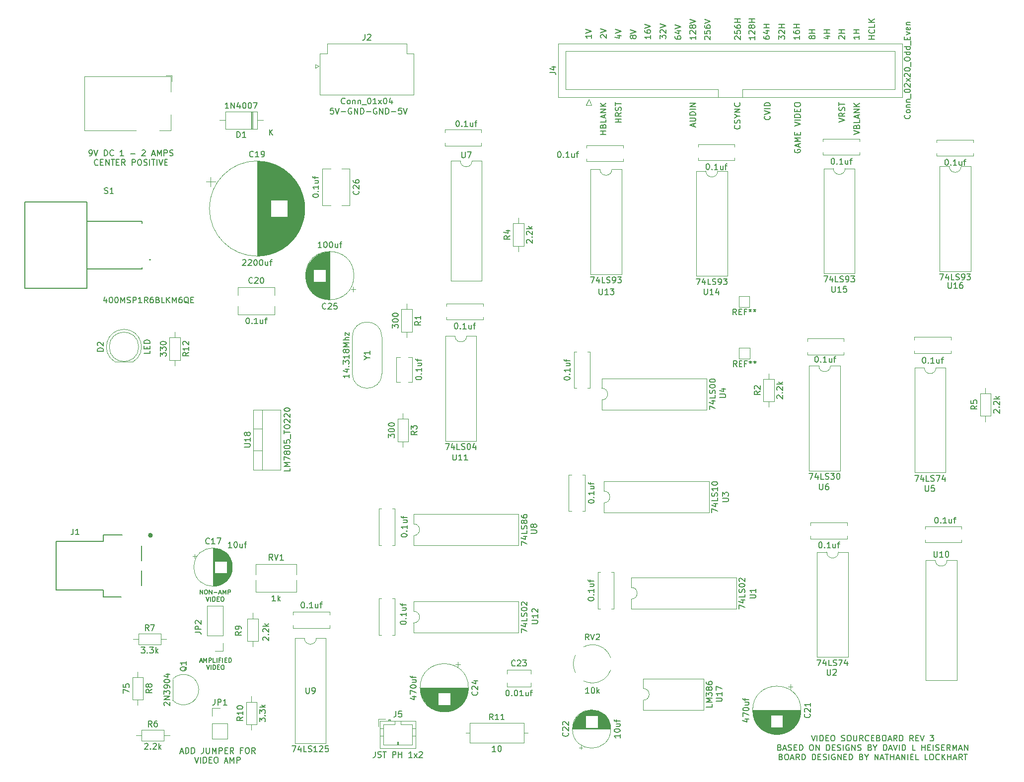
<source format=gbr>
%TF.GenerationSoftware,KiCad,Pcbnew,(6.0.5)*%
%TF.CreationDate,2025-05-16T22:36:31-04:00*%
%TF.ProjectId,full video boardREV2,66756c6c-2076-4696-9465-6f20626f6172,rev?*%
%TF.SameCoordinates,Original*%
%TF.FileFunction,Legend,Top*%
%TF.FilePolarity,Positive*%
%FSLAX46Y46*%
G04 Gerber Fmt 4.6, Leading zero omitted, Abs format (unit mm)*
G04 Created by KiCad (PCBNEW (6.0.5)) date 2025-05-16 22:36:31*
%MOMM*%
%LPD*%
G01*
G04 APERTURE LIST*
%ADD10C,0.150000*%
%ADD11C,0.120000*%
%ADD12C,0.127000*%
%ADD13C,0.200000*%
%ADD14C,0.400000*%
G04 APERTURE END LIST*
D10*
X247661180Y-91589123D02*
X247661180Y-91779600D01*
X247708800Y-91874838D01*
X247756419Y-91922457D01*
X247899276Y-92017695D01*
X248089752Y-92065314D01*
X248470704Y-92065314D01*
X248565942Y-92017695D01*
X248613561Y-91970076D01*
X248661180Y-91874838D01*
X248661180Y-91684361D01*
X248613561Y-91589123D01*
X248565942Y-91541504D01*
X248470704Y-91493885D01*
X248232609Y-91493885D01*
X248137371Y-91541504D01*
X248089752Y-91589123D01*
X248042133Y-91684361D01*
X248042133Y-91874838D01*
X248089752Y-91970076D01*
X248137371Y-92017695D01*
X248232609Y-92065314D01*
X247994514Y-90636742D02*
X248661180Y-90636742D01*
X247613561Y-90874838D02*
X248327847Y-91112933D01*
X248327847Y-90493885D01*
X248661180Y-90112933D02*
X247661180Y-90112933D01*
X248137371Y-90112933D02*
X248137371Y-89541504D01*
X248661180Y-89541504D02*
X247661180Y-89541504D01*
X225356752Y-91760609D02*
X225309133Y-91855847D01*
X225261514Y-91903466D01*
X225166276Y-91951085D01*
X225118657Y-91951085D01*
X225023419Y-91903466D01*
X224975800Y-91855847D01*
X224928180Y-91760609D01*
X224928180Y-91570133D01*
X224975800Y-91474895D01*
X225023419Y-91427276D01*
X225118657Y-91379657D01*
X225166276Y-91379657D01*
X225261514Y-91427276D01*
X225309133Y-91474895D01*
X225356752Y-91570133D01*
X225356752Y-91760609D01*
X225404371Y-91855847D01*
X225451990Y-91903466D01*
X225547228Y-91951085D01*
X225737704Y-91951085D01*
X225832942Y-91903466D01*
X225880561Y-91855847D01*
X225928180Y-91760609D01*
X225928180Y-91570133D01*
X225880561Y-91474895D01*
X225832942Y-91427276D01*
X225737704Y-91379657D01*
X225547228Y-91379657D01*
X225451990Y-91427276D01*
X225404371Y-91474895D01*
X225356752Y-91570133D01*
X224928180Y-91093942D02*
X225928180Y-90760609D01*
X224928180Y-90427276D01*
X237672619Y-92116066D02*
X237625000Y-92068447D01*
X237577380Y-91973209D01*
X237577380Y-91735114D01*
X237625000Y-91639876D01*
X237672619Y-91592257D01*
X237767857Y-91544638D01*
X237863095Y-91544638D01*
X238005952Y-91592257D01*
X238577380Y-92163685D01*
X238577380Y-91544638D01*
X237577380Y-90639876D02*
X237577380Y-91116066D01*
X238053571Y-91163685D01*
X238005952Y-91116066D01*
X237958333Y-91020828D01*
X237958333Y-90782733D01*
X238005952Y-90687495D01*
X238053571Y-90639876D01*
X238148809Y-90592257D01*
X238386904Y-90592257D01*
X238482142Y-90639876D01*
X238529761Y-90687495D01*
X238577380Y-90782733D01*
X238577380Y-91020828D01*
X238529761Y-91116066D01*
X238482142Y-91163685D01*
X237577380Y-89735114D02*
X237577380Y-89925590D01*
X237625000Y-90020828D01*
X237672619Y-90068447D01*
X237815476Y-90163685D01*
X238005952Y-90211304D01*
X238386904Y-90211304D01*
X238482142Y-90163685D01*
X238529761Y-90116066D01*
X238577380Y-90020828D01*
X238577380Y-89830352D01*
X238529761Y-89735114D01*
X238482142Y-89687495D01*
X238386904Y-89639876D01*
X238148809Y-89639876D01*
X238053571Y-89687495D01*
X238005952Y-89735114D01*
X237958333Y-89830352D01*
X237958333Y-90020828D01*
X238005952Y-90116066D01*
X238053571Y-90163685D01*
X238148809Y-90211304D01*
X237577380Y-89354161D02*
X238577380Y-89020828D01*
X237577380Y-88687495D01*
X230008180Y-91992295D02*
X230008180Y-91373247D01*
X230389133Y-91706580D01*
X230389133Y-91563723D01*
X230436752Y-91468485D01*
X230484371Y-91420866D01*
X230579609Y-91373247D01*
X230817704Y-91373247D01*
X230912942Y-91420866D01*
X230960561Y-91468485D01*
X231008180Y-91563723D01*
X231008180Y-91849438D01*
X230960561Y-91944676D01*
X230912942Y-91992295D01*
X230103419Y-90992295D02*
X230055800Y-90944676D01*
X230008180Y-90849438D01*
X230008180Y-90611342D01*
X230055800Y-90516104D01*
X230103419Y-90468485D01*
X230198657Y-90420866D01*
X230293895Y-90420866D01*
X230436752Y-90468485D01*
X231008180Y-91039914D01*
X231008180Y-90420866D01*
X230008180Y-90135152D02*
X231008180Y-89801819D01*
X230008180Y-89468485D01*
X253766580Y-91493885D02*
X253766580Y-92065314D01*
X253766580Y-91779600D02*
X252766580Y-91779600D01*
X252909438Y-91874838D01*
X253004676Y-91970076D01*
X253052295Y-92065314D01*
X252766580Y-90636742D02*
X252766580Y-90827219D01*
X252814200Y-90922457D01*
X252861819Y-90970076D01*
X253004676Y-91065314D01*
X253195152Y-91112933D01*
X253576104Y-91112933D01*
X253671342Y-91065314D01*
X253718961Y-91017695D01*
X253766580Y-90922457D01*
X253766580Y-90731980D01*
X253718961Y-90636742D01*
X253671342Y-90589123D01*
X253576104Y-90541504D01*
X253338009Y-90541504D01*
X253242771Y-90589123D01*
X253195152Y-90636742D01*
X253147533Y-90731980D01*
X253147533Y-90922457D01*
X253195152Y-91017695D01*
X253242771Y-91065314D01*
X253338009Y-91112933D01*
X253766580Y-90112933D02*
X252766580Y-90112933D01*
X253242771Y-90112933D02*
X253242771Y-89541504D01*
X253766580Y-89541504D02*
X252766580Y-89541504D01*
X235777066Y-106976609D02*
X235777066Y-106500419D01*
X236062780Y-107071847D02*
X235062780Y-106738514D01*
X236062780Y-106405180D01*
X235062780Y-106071847D02*
X235872304Y-106071847D01*
X235967542Y-106024228D01*
X236015161Y-105976609D01*
X236062780Y-105881371D01*
X236062780Y-105690895D01*
X236015161Y-105595657D01*
X235967542Y-105548038D01*
X235872304Y-105500419D01*
X235062780Y-105500419D01*
X236062780Y-105024228D02*
X235062780Y-105024228D01*
X235062780Y-104786133D01*
X235110400Y-104643276D01*
X235205638Y-104548038D01*
X235300876Y-104500419D01*
X235491352Y-104452800D01*
X235634209Y-104452800D01*
X235824685Y-104500419D01*
X235919923Y-104548038D01*
X236015161Y-104643276D01*
X236062780Y-104786133D01*
X236062780Y-105024228D01*
X236062780Y-104024228D02*
X235062780Y-104024228D01*
X236062780Y-103548038D02*
X235062780Y-103548038D01*
X236062780Y-102976609D01*
X235062780Y-102976609D01*
X252966600Y-110876885D02*
X252918980Y-110972123D01*
X252918980Y-111114980D01*
X252966600Y-111257838D01*
X253061838Y-111353076D01*
X253157076Y-111400695D01*
X253347552Y-111448314D01*
X253490409Y-111448314D01*
X253680885Y-111400695D01*
X253776123Y-111353076D01*
X253871361Y-111257838D01*
X253918980Y-111114980D01*
X253918980Y-111019742D01*
X253871361Y-110876885D01*
X253823742Y-110829266D01*
X253490409Y-110829266D01*
X253490409Y-111019742D01*
X253633266Y-110448314D02*
X253633266Y-109972123D01*
X253918980Y-110543552D02*
X252918980Y-110210219D01*
X253918980Y-109876885D01*
X253918980Y-109543552D02*
X252918980Y-109543552D01*
X253633266Y-109210219D01*
X252918980Y-108876885D01*
X253918980Y-108876885D01*
X253395171Y-108400695D02*
X253395171Y-108067361D01*
X253918980Y-107924504D02*
X253918980Y-108400695D01*
X252918980Y-108400695D01*
X252918980Y-107924504D01*
X252918980Y-106876885D02*
X253918980Y-106543552D01*
X252918980Y-106210219D01*
X253918980Y-105876885D02*
X252918980Y-105876885D01*
X253918980Y-105400695D02*
X252918980Y-105400695D01*
X252918980Y-105162600D01*
X252966600Y-105019742D01*
X253061838Y-104924504D01*
X253157076Y-104876885D01*
X253347552Y-104829266D01*
X253490409Y-104829266D01*
X253680885Y-104876885D01*
X253776123Y-104924504D01*
X253871361Y-105019742D01*
X253918980Y-105162600D01*
X253918980Y-105400695D01*
X253395171Y-104400695D02*
X253395171Y-104067361D01*
X253918980Y-103924504D02*
X253918980Y-104400695D01*
X252918980Y-104400695D01*
X252918980Y-103924504D01*
X252918980Y-103305457D02*
X252918980Y-103114980D01*
X252966600Y-103019742D01*
X253061838Y-102924504D01*
X253252314Y-102876885D01*
X253585647Y-102876885D01*
X253776123Y-102924504D01*
X253871361Y-103019742D01*
X253918980Y-103114980D01*
X253918980Y-103305457D01*
X253871361Y-103400695D01*
X253776123Y-103495933D01*
X253585647Y-103543552D01*
X253252314Y-103543552D01*
X253061838Y-103495933D01*
X252966600Y-103400695D01*
X252918980Y-103305457D01*
X219968819Y-91824085D02*
X219921200Y-91776466D01*
X219873580Y-91681228D01*
X219873580Y-91443133D01*
X219921200Y-91347895D01*
X219968819Y-91300276D01*
X220064057Y-91252657D01*
X220159295Y-91252657D01*
X220302152Y-91300276D01*
X220873580Y-91871704D01*
X220873580Y-91252657D01*
X219873580Y-90966942D02*
X220873580Y-90633609D01*
X219873580Y-90300276D01*
X148203447Y-213661466D02*
X148679638Y-213661466D01*
X148108209Y-213947180D02*
X148441542Y-212947180D01*
X148774876Y-213947180D01*
X149108209Y-213947180D02*
X149108209Y-212947180D01*
X149346304Y-212947180D01*
X149489161Y-212994800D01*
X149584400Y-213090038D01*
X149632019Y-213185276D01*
X149679638Y-213375752D01*
X149679638Y-213518609D01*
X149632019Y-213709085D01*
X149584400Y-213804323D01*
X149489161Y-213899561D01*
X149346304Y-213947180D01*
X149108209Y-213947180D01*
X150108209Y-213947180D02*
X150108209Y-212947180D01*
X150346304Y-212947180D01*
X150489161Y-212994800D01*
X150584400Y-213090038D01*
X150632019Y-213185276D01*
X150679638Y-213375752D01*
X150679638Y-213518609D01*
X150632019Y-213709085D01*
X150584400Y-213804323D01*
X150489161Y-213899561D01*
X150346304Y-213947180D01*
X150108209Y-213947180D01*
X152155828Y-212947180D02*
X152155828Y-213661466D01*
X152108209Y-213804323D01*
X152012971Y-213899561D01*
X151870114Y-213947180D01*
X151774876Y-213947180D01*
X152632019Y-212947180D02*
X152632019Y-213756704D01*
X152679638Y-213851942D01*
X152727257Y-213899561D01*
X152822495Y-213947180D01*
X153012971Y-213947180D01*
X153108209Y-213899561D01*
X153155828Y-213851942D01*
X153203447Y-213756704D01*
X153203447Y-212947180D01*
X153679638Y-213947180D02*
X153679638Y-212947180D01*
X154012971Y-213661466D01*
X154346304Y-212947180D01*
X154346304Y-213947180D01*
X154822495Y-213947180D02*
X154822495Y-212947180D01*
X155203447Y-212947180D01*
X155298685Y-212994800D01*
X155346304Y-213042419D01*
X155393923Y-213137657D01*
X155393923Y-213280514D01*
X155346304Y-213375752D01*
X155298685Y-213423371D01*
X155203447Y-213470990D01*
X154822495Y-213470990D01*
X155822495Y-213423371D02*
X156155828Y-213423371D01*
X156298685Y-213947180D02*
X155822495Y-213947180D01*
X155822495Y-212947180D01*
X156298685Y-212947180D01*
X157298685Y-213947180D02*
X156965352Y-213470990D01*
X156727257Y-213947180D02*
X156727257Y-212947180D01*
X157108209Y-212947180D01*
X157203447Y-212994800D01*
X157251066Y-213042419D01*
X157298685Y-213137657D01*
X157298685Y-213280514D01*
X157251066Y-213375752D01*
X157203447Y-213423371D01*
X157108209Y-213470990D01*
X156727257Y-213470990D01*
X158822495Y-213423371D02*
X158489161Y-213423371D01*
X158489161Y-213947180D02*
X158489161Y-212947180D01*
X158965352Y-212947180D01*
X159536780Y-212947180D02*
X159727257Y-212947180D01*
X159822495Y-212994800D01*
X159917733Y-213090038D01*
X159965352Y-213280514D01*
X159965352Y-213613847D01*
X159917733Y-213804323D01*
X159822495Y-213899561D01*
X159727257Y-213947180D01*
X159536780Y-213947180D01*
X159441542Y-213899561D01*
X159346304Y-213804323D01*
X159298685Y-213613847D01*
X159298685Y-213280514D01*
X159346304Y-213090038D01*
X159441542Y-212994800D01*
X159536780Y-212947180D01*
X160965352Y-213947180D02*
X160632019Y-213470990D01*
X160393923Y-213947180D02*
X160393923Y-212947180D01*
X160774876Y-212947180D01*
X160870114Y-212994800D01*
X160917733Y-213042419D01*
X160965352Y-213137657D01*
X160965352Y-213280514D01*
X160917733Y-213375752D01*
X160870114Y-213423371D01*
X160774876Y-213470990D01*
X160393923Y-213470990D01*
X150655828Y-214557180D02*
X150989161Y-215557180D01*
X151322495Y-214557180D01*
X151655828Y-215557180D02*
X151655828Y-214557180D01*
X152132019Y-215557180D02*
X152132019Y-214557180D01*
X152370114Y-214557180D01*
X152512971Y-214604800D01*
X152608209Y-214700038D01*
X152655828Y-214795276D01*
X152703447Y-214985752D01*
X152703447Y-215128609D01*
X152655828Y-215319085D01*
X152608209Y-215414323D01*
X152512971Y-215509561D01*
X152370114Y-215557180D01*
X152132019Y-215557180D01*
X153132019Y-215033371D02*
X153465352Y-215033371D01*
X153608209Y-215557180D02*
X153132019Y-215557180D01*
X153132019Y-214557180D01*
X153608209Y-214557180D01*
X154227257Y-214557180D02*
X154417733Y-214557180D01*
X154512971Y-214604800D01*
X154608209Y-214700038D01*
X154655828Y-214890514D01*
X154655828Y-215223847D01*
X154608209Y-215414323D01*
X154512971Y-215509561D01*
X154417733Y-215557180D01*
X154227257Y-215557180D01*
X154132019Y-215509561D01*
X154036780Y-215414323D01*
X153989161Y-215223847D01*
X153989161Y-214890514D01*
X154036780Y-214700038D01*
X154132019Y-214604800D01*
X154227257Y-214557180D01*
X155798685Y-215271466D02*
X156274876Y-215271466D01*
X155703447Y-215557180D02*
X156036780Y-214557180D01*
X156370114Y-215557180D01*
X156703447Y-215557180D02*
X156703447Y-214557180D01*
X157036780Y-215271466D01*
X157370114Y-214557180D01*
X157370114Y-215557180D01*
X157846304Y-215557180D02*
X157846304Y-214557180D01*
X158227257Y-214557180D01*
X158322495Y-214604800D01*
X158370114Y-214652419D01*
X158417733Y-214747657D01*
X158417733Y-214890514D01*
X158370114Y-214985752D01*
X158322495Y-215033371D01*
X158227257Y-215080990D01*
X157846304Y-215080990D01*
X258281514Y-91544733D02*
X258948180Y-91544733D01*
X257900561Y-91782828D02*
X258614847Y-92020923D01*
X258614847Y-91401876D01*
X258948180Y-91020923D02*
X257948180Y-91020923D01*
X258424371Y-91020923D02*
X258424371Y-90449495D01*
X258948180Y-90449495D02*
X257948180Y-90449495D01*
X151588714Y-186755735D02*
X151588714Y-186005735D01*
X152017285Y-186755735D01*
X152017285Y-186005735D01*
X152517285Y-186005735D02*
X152660142Y-186005735D01*
X152731571Y-186041450D01*
X152803000Y-186112878D01*
X152838714Y-186255735D01*
X152838714Y-186505735D01*
X152803000Y-186648592D01*
X152731571Y-186720021D01*
X152660142Y-186755735D01*
X152517285Y-186755735D01*
X152445857Y-186720021D01*
X152374428Y-186648592D01*
X152338714Y-186505735D01*
X152338714Y-186255735D01*
X152374428Y-186112878D01*
X152445857Y-186041450D01*
X152517285Y-186005735D01*
X153160142Y-186755735D02*
X153160142Y-186005735D01*
X153588714Y-186755735D01*
X153588714Y-186005735D01*
X153945857Y-186470021D02*
X154517285Y-186470021D01*
X154838714Y-186541450D02*
X155195857Y-186541450D01*
X154767285Y-186755735D02*
X155017285Y-186005735D01*
X155267285Y-186755735D01*
X155517285Y-186755735D02*
X155517285Y-186005735D01*
X155767285Y-186541450D01*
X156017285Y-186005735D01*
X156017285Y-186755735D01*
X156374428Y-186755735D02*
X156374428Y-186005735D01*
X156660142Y-186005735D01*
X156731571Y-186041450D01*
X156767285Y-186077164D01*
X156803000Y-186148592D01*
X156803000Y-186255735D01*
X156767285Y-186327164D01*
X156731571Y-186362878D01*
X156660142Y-186398592D01*
X156374428Y-186398592D01*
X152642285Y-187213235D02*
X152892285Y-187963235D01*
X153142285Y-187213235D01*
X153392285Y-187963235D02*
X153392285Y-187213235D01*
X153749428Y-187963235D02*
X153749428Y-187213235D01*
X153928000Y-187213235D01*
X154035142Y-187248950D01*
X154106571Y-187320378D01*
X154142285Y-187391807D01*
X154178000Y-187534664D01*
X154178000Y-187641807D01*
X154142285Y-187784664D01*
X154106571Y-187856092D01*
X154035142Y-187927521D01*
X153928000Y-187963235D01*
X153749428Y-187963235D01*
X154499428Y-187570378D02*
X154749428Y-187570378D01*
X154856571Y-187963235D02*
X154499428Y-187963235D01*
X154499428Y-187213235D01*
X154856571Y-187213235D01*
X155320857Y-187213235D02*
X155463714Y-187213235D01*
X155535142Y-187248950D01*
X155606571Y-187320378D01*
X155642285Y-187463235D01*
X155642285Y-187713235D01*
X155606571Y-187856092D01*
X155535142Y-187927521D01*
X155463714Y-187963235D01*
X155320857Y-187963235D01*
X155249428Y-187927521D01*
X155178000Y-187856092D01*
X155142285Y-187713235D01*
X155142285Y-187463235D01*
X155178000Y-187320378D01*
X155249428Y-187248950D01*
X155320857Y-187213235D01*
X232548180Y-91595485D02*
X232548180Y-91785961D01*
X232595800Y-91881200D01*
X232643419Y-91928819D01*
X232786276Y-92024057D01*
X232976752Y-92071676D01*
X233357704Y-92071676D01*
X233452942Y-92024057D01*
X233500561Y-91976438D01*
X233548180Y-91881200D01*
X233548180Y-91690723D01*
X233500561Y-91595485D01*
X233452942Y-91547866D01*
X233357704Y-91500247D01*
X233119609Y-91500247D01*
X233024371Y-91547866D01*
X232976752Y-91595485D01*
X232929133Y-91690723D01*
X232929133Y-91881200D01*
X232976752Y-91976438D01*
X233024371Y-92024057D01*
X233119609Y-92071676D01*
X232881514Y-90643104D02*
X233548180Y-90643104D01*
X232500561Y-90881200D02*
X233214847Y-91119295D01*
X233214847Y-90500247D01*
X232548180Y-90262152D02*
X233548180Y-89928819D01*
X232548180Y-89595485D01*
X263977380Y-91474895D02*
X263977380Y-92046323D01*
X263977380Y-91760609D02*
X262977380Y-91760609D01*
X263120238Y-91855847D01*
X263215476Y-91951085D01*
X263263095Y-92046323D01*
X263977380Y-91046323D02*
X262977380Y-91046323D01*
X263453571Y-91046323D02*
X263453571Y-90474895D01*
X263977380Y-90474895D02*
X262977380Y-90474895D01*
X242828819Y-92084304D02*
X242781200Y-92036685D01*
X242733580Y-91941447D01*
X242733580Y-91703352D01*
X242781200Y-91608114D01*
X242828819Y-91560495D01*
X242924057Y-91512876D01*
X243019295Y-91512876D01*
X243162152Y-91560495D01*
X243733580Y-92131923D01*
X243733580Y-91512876D01*
X242733580Y-90608114D02*
X242733580Y-91084304D01*
X243209771Y-91131923D01*
X243162152Y-91084304D01*
X243114533Y-90989066D01*
X243114533Y-90750971D01*
X243162152Y-90655733D01*
X243209771Y-90608114D01*
X243305009Y-90560495D01*
X243543104Y-90560495D01*
X243638342Y-90608114D01*
X243685961Y-90655733D01*
X243733580Y-90750971D01*
X243733580Y-90989066D01*
X243685961Y-91084304D01*
X243638342Y-91131923D01*
X242733580Y-89703352D02*
X242733580Y-89893828D01*
X242781200Y-89989066D01*
X242828819Y-90036685D01*
X242971676Y-90131923D01*
X243162152Y-90179542D01*
X243543104Y-90179542D01*
X243638342Y-90131923D01*
X243685961Y-90084304D01*
X243733580Y-89989066D01*
X243733580Y-89798590D01*
X243685961Y-89703352D01*
X243638342Y-89655733D01*
X243543104Y-89608114D01*
X243305009Y-89608114D01*
X243209771Y-89655733D01*
X243162152Y-89703352D01*
X243114533Y-89798590D01*
X243114533Y-89989066D01*
X243162152Y-90084304D01*
X243209771Y-90131923D01*
X243305009Y-90179542D01*
X243733580Y-89179542D02*
X242733580Y-89179542D01*
X243209771Y-89179542D02*
X243209771Y-88608114D01*
X243733580Y-88608114D02*
X242733580Y-88608114D01*
X255792009Y-210821380D02*
X256125342Y-211821380D01*
X256458676Y-210821380D01*
X256792009Y-211821380D02*
X256792009Y-210821380D01*
X257268200Y-211821380D02*
X257268200Y-210821380D01*
X257506295Y-210821380D01*
X257649152Y-210869000D01*
X257744390Y-210964238D01*
X257792009Y-211059476D01*
X257839628Y-211249952D01*
X257839628Y-211392809D01*
X257792009Y-211583285D01*
X257744390Y-211678523D01*
X257649152Y-211773761D01*
X257506295Y-211821380D01*
X257268200Y-211821380D01*
X258268200Y-211297571D02*
X258601533Y-211297571D01*
X258744390Y-211821380D02*
X258268200Y-211821380D01*
X258268200Y-210821380D01*
X258744390Y-210821380D01*
X259363438Y-210821380D02*
X259553914Y-210821380D01*
X259649152Y-210869000D01*
X259744390Y-210964238D01*
X259792009Y-211154714D01*
X259792009Y-211488047D01*
X259744390Y-211678523D01*
X259649152Y-211773761D01*
X259553914Y-211821380D01*
X259363438Y-211821380D01*
X259268200Y-211773761D01*
X259172961Y-211678523D01*
X259125342Y-211488047D01*
X259125342Y-211154714D01*
X259172961Y-210964238D01*
X259268200Y-210869000D01*
X259363438Y-210821380D01*
X260934866Y-211773761D02*
X261077723Y-211821380D01*
X261315819Y-211821380D01*
X261411057Y-211773761D01*
X261458676Y-211726142D01*
X261506295Y-211630904D01*
X261506295Y-211535666D01*
X261458676Y-211440428D01*
X261411057Y-211392809D01*
X261315819Y-211345190D01*
X261125342Y-211297571D01*
X261030104Y-211249952D01*
X260982485Y-211202333D01*
X260934866Y-211107095D01*
X260934866Y-211011857D01*
X260982485Y-210916619D01*
X261030104Y-210869000D01*
X261125342Y-210821380D01*
X261363438Y-210821380D01*
X261506295Y-210869000D01*
X262125342Y-210821380D02*
X262315819Y-210821380D01*
X262411057Y-210869000D01*
X262506295Y-210964238D01*
X262553914Y-211154714D01*
X262553914Y-211488047D01*
X262506295Y-211678523D01*
X262411057Y-211773761D01*
X262315819Y-211821380D01*
X262125342Y-211821380D01*
X262030104Y-211773761D01*
X261934866Y-211678523D01*
X261887247Y-211488047D01*
X261887247Y-211154714D01*
X261934866Y-210964238D01*
X262030104Y-210869000D01*
X262125342Y-210821380D01*
X262982485Y-210821380D02*
X262982485Y-211630904D01*
X263030104Y-211726142D01*
X263077723Y-211773761D01*
X263172961Y-211821380D01*
X263363438Y-211821380D01*
X263458676Y-211773761D01*
X263506295Y-211726142D01*
X263553914Y-211630904D01*
X263553914Y-210821380D01*
X264601533Y-211821380D02*
X264268200Y-211345190D01*
X264030104Y-211821380D02*
X264030104Y-210821380D01*
X264411057Y-210821380D01*
X264506295Y-210869000D01*
X264553914Y-210916619D01*
X264601533Y-211011857D01*
X264601533Y-211154714D01*
X264553914Y-211249952D01*
X264506295Y-211297571D01*
X264411057Y-211345190D01*
X264030104Y-211345190D01*
X265601533Y-211726142D02*
X265553914Y-211773761D01*
X265411057Y-211821380D01*
X265315819Y-211821380D01*
X265172961Y-211773761D01*
X265077723Y-211678523D01*
X265030104Y-211583285D01*
X264982485Y-211392809D01*
X264982485Y-211249952D01*
X265030104Y-211059476D01*
X265077723Y-210964238D01*
X265172961Y-210869000D01*
X265315819Y-210821380D01*
X265411057Y-210821380D01*
X265553914Y-210869000D01*
X265601533Y-210916619D01*
X266030104Y-211297571D02*
X266363438Y-211297571D01*
X266506295Y-211821380D02*
X266030104Y-211821380D01*
X266030104Y-210821380D01*
X266506295Y-210821380D01*
X267268200Y-211297571D02*
X267411057Y-211345190D01*
X267458676Y-211392809D01*
X267506295Y-211488047D01*
X267506295Y-211630904D01*
X267458676Y-211726142D01*
X267411057Y-211773761D01*
X267315819Y-211821380D01*
X266934866Y-211821380D01*
X266934866Y-210821380D01*
X267268200Y-210821380D01*
X267363438Y-210869000D01*
X267411057Y-210916619D01*
X267458676Y-211011857D01*
X267458676Y-211107095D01*
X267411057Y-211202333D01*
X267363438Y-211249952D01*
X267268200Y-211297571D01*
X266934866Y-211297571D01*
X268125342Y-210821380D02*
X268315819Y-210821380D01*
X268411057Y-210869000D01*
X268506295Y-210964238D01*
X268553914Y-211154714D01*
X268553914Y-211488047D01*
X268506295Y-211678523D01*
X268411057Y-211773761D01*
X268315819Y-211821380D01*
X268125342Y-211821380D01*
X268030104Y-211773761D01*
X267934866Y-211678523D01*
X267887247Y-211488047D01*
X267887247Y-211154714D01*
X267934866Y-210964238D01*
X268030104Y-210869000D01*
X268125342Y-210821380D01*
X268934866Y-211535666D02*
X269411057Y-211535666D01*
X268839628Y-211821380D02*
X269172961Y-210821380D01*
X269506295Y-211821380D01*
X270411057Y-211821380D02*
X270077723Y-211345190D01*
X269839628Y-211821380D02*
X269839628Y-210821380D01*
X270220580Y-210821380D01*
X270315819Y-210869000D01*
X270363438Y-210916619D01*
X270411057Y-211011857D01*
X270411057Y-211154714D01*
X270363438Y-211249952D01*
X270315819Y-211297571D01*
X270220580Y-211345190D01*
X269839628Y-211345190D01*
X270839628Y-211821380D02*
X270839628Y-210821380D01*
X271077723Y-210821380D01*
X271220580Y-210869000D01*
X271315819Y-210964238D01*
X271363438Y-211059476D01*
X271411057Y-211249952D01*
X271411057Y-211392809D01*
X271363438Y-211583285D01*
X271315819Y-211678523D01*
X271220580Y-211773761D01*
X271077723Y-211821380D01*
X270839628Y-211821380D01*
X273172961Y-211821380D02*
X272839628Y-211345190D01*
X272601533Y-211821380D02*
X272601533Y-210821380D01*
X272982485Y-210821380D01*
X273077723Y-210869000D01*
X273125342Y-210916619D01*
X273172961Y-211011857D01*
X273172961Y-211154714D01*
X273125342Y-211249952D01*
X273077723Y-211297571D01*
X272982485Y-211345190D01*
X272601533Y-211345190D01*
X273601533Y-211297571D02*
X273934866Y-211297571D01*
X274077723Y-211821380D02*
X273601533Y-211821380D01*
X273601533Y-210821380D01*
X274077723Y-210821380D01*
X274363438Y-210821380D02*
X274696771Y-211821380D01*
X275030104Y-210821380D01*
X276030104Y-210821380D02*
X276649152Y-210821380D01*
X276315819Y-211202333D01*
X276458676Y-211202333D01*
X276553914Y-211249952D01*
X276601533Y-211297571D01*
X276649152Y-211392809D01*
X276649152Y-211630904D01*
X276601533Y-211726142D01*
X276553914Y-211773761D01*
X276458676Y-211821380D01*
X276172961Y-211821380D01*
X276077723Y-211773761D01*
X276030104Y-211726142D01*
X250387247Y-212907571D02*
X250530104Y-212955190D01*
X250577723Y-213002809D01*
X250625342Y-213098047D01*
X250625342Y-213240904D01*
X250577723Y-213336142D01*
X250530104Y-213383761D01*
X250434866Y-213431380D01*
X250053914Y-213431380D01*
X250053914Y-212431380D01*
X250387247Y-212431380D01*
X250482485Y-212479000D01*
X250530104Y-212526619D01*
X250577723Y-212621857D01*
X250577723Y-212717095D01*
X250530104Y-212812333D01*
X250482485Y-212859952D01*
X250387247Y-212907571D01*
X250053914Y-212907571D01*
X251006295Y-213145666D02*
X251482485Y-213145666D01*
X250911057Y-213431380D02*
X251244390Y-212431380D01*
X251577723Y-213431380D01*
X251863438Y-213383761D02*
X252006295Y-213431380D01*
X252244390Y-213431380D01*
X252339628Y-213383761D01*
X252387247Y-213336142D01*
X252434866Y-213240904D01*
X252434866Y-213145666D01*
X252387247Y-213050428D01*
X252339628Y-213002809D01*
X252244390Y-212955190D01*
X252053914Y-212907571D01*
X251958676Y-212859952D01*
X251911057Y-212812333D01*
X251863438Y-212717095D01*
X251863438Y-212621857D01*
X251911057Y-212526619D01*
X251958676Y-212479000D01*
X252053914Y-212431380D01*
X252292009Y-212431380D01*
X252434866Y-212479000D01*
X252863438Y-212907571D02*
X253196771Y-212907571D01*
X253339628Y-213431380D02*
X252863438Y-213431380D01*
X252863438Y-212431380D01*
X253339628Y-212431380D01*
X253768200Y-213431380D02*
X253768200Y-212431380D01*
X254006295Y-212431380D01*
X254149152Y-212479000D01*
X254244390Y-212574238D01*
X254292009Y-212669476D01*
X254339628Y-212859952D01*
X254339628Y-213002809D01*
X254292009Y-213193285D01*
X254244390Y-213288523D01*
X254149152Y-213383761D01*
X254006295Y-213431380D01*
X253768200Y-213431380D01*
X255720580Y-212431380D02*
X255911057Y-212431380D01*
X256006295Y-212479000D01*
X256101533Y-212574238D01*
X256149152Y-212764714D01*
X256149152Y-213098047D01*
X256101533Y-213288523D01*
X256006295Y-213383761D01*
X255911057Y-213431380D01*
X255720580Y-213431380D01*
X255625342Y-213383761D01*
X255530104Y-213288523D01*
X255482485Y-213098047D01*
X255482485Y-212764714D01*
X255530104Y-212574238D01*
X255625342Y-212479000D01*
X255720580Y-212431380D01*
X256577723Y-213431380D02*
X256577723Y-212431380D01*
X257149152Y-213431380D01*
X257149152Y-212431380D01*
X258387247Y-213431380D02*
X258387247Y-212431380D01*
X258625342Y-212431380D01*
X258768200Y-212479000D01*
X258863438Y-212574238D01*
X258911057Y-212669476D01*
X258958676Y-212859952D01*
X258958676Y-213002809D01*
X258911057Y-213193285D01*
X258863438Y-213288523D01*
X258768200Y-213383761D01*
X258625342Y-213431380D01*
X258387247Y-213431380D01*
X259387247Y-212907571D02*
X259720580Y-212907571D01*
X259863438Y-213431380D02*
X259387247Y-213431380D01*
X259387247Y-212431380D01*
X259863438Y-212431380D01*
X260244390Y-213383761D02*
X260387247Y-213431380D01*
X260625342Y-213431380D01*
X260720580Y-213383761D01*
X260768200Y-213336142D01*
X260815819Y-213240904D01*
X260815819Y-213145666D01*
X260768200Y-213050428D01*
X260720580Y-213002809D01*
X260625342Y-212955190D01*
X260434866Y-212907571D01*
X260339628Y-212859952D01*
X260292009Y-212812333D01*
X260244390Y-212717095D01*
X260244390Y-212621857D01*
X260292009Y-212526619D01*
X260339628Y-212479000D01*
X260434866Y-212431380D01*
X260672961Y-212431380D01*
X260815819Y-212479000D01*
X261244390Y-213431380D02*
X261244390Y-212431380D01*
X262244390Y-212479000D02*
X262149152Y-212431380D01*
X262006295Y-212431380D01*
X261863438Y-212479000D01*
X261768200Y-212574238D01*
X261720580Y-212669476D01*
X261672961Y-212859952D01*
X261672961Y-213002809D01*
X261720580Y-213193285D01*
X261768200Y-213288523D01*
X261863438Y-213383761D01*
X262006295Y-213431380D01*
X262101533Y-213431380D01*
X262244390Y-213383761D01*
X262292009Y-213336142D01*
X262292009Y-213002809D01*
X262101533Y-213002809D01*
X262720580Y-213431380D02*
X262720580Y-212431380D01*
X263292009Y-213431380D01*
X263292009Y-212431380D01*
X263720580Y-213383761D02*
X263863438Y-213431380D01*
X264101533Y-213431380D01*
X264196771Y-213383761D01*
X264244390Y-213336142D01*
X264292009Y-213240904D01*
X264292009Y-213145666D01*
X264244390Y-213050428D01*
X264196771Y-213002809D01*
X264101533Y-212955190D01*
X263911057Y-212907571D01*
X263815819Y-212859952D01*
X263768200Y-212812333D01*
X263720580Y-212717095D01*
X263720580Y-212621857D01*
X263768200Y-212526619D01*
X263815819Y-212479000D01*
X263911057Y-212431380D01*
X264149152Y-212431380D01*
X264292009Y-212479000D01*
X265815819Y-212907571D02*
X265958676Y-212955190D01*
X266006295Y-213002809D01*
X266053914Y-213098047D01*
X266053914Y-213240904D01*
X266006295Y-213336142D01*
X265958676Y-213383761D01*
X265863438Y-213431380D01*
X265482485Y-213431380D01*
X265482485Y-212431380D01*
X265815819Y-212431380D01*
X265911057Y-212479000D01*
X265958676Y-212526619D01*
X266006295Y-212621857D01*
X266006295Y-212717095D01*
X265958676Y-212812333D01*
X265911057Y-212859952D01*
X265815819Y-212907571D01*
X265482485Y-212907571D01*
X266672961Y-212955190D02*
X266672961Y-213431380D01*
X266339628Y-212431380D02*
X266672961Y-212955190D01*
X267006295Y-212431380D01*
X268101533Y-213431380D02*
X268101533Y-212431380D01*
X268339628Y-212431380D01*
X268482485Y-212479000D01*
X268577723Y-212574238D01*
X268625342Y-212669476D01*
X268672961Y-212859952D01*
X268672961Y-213002809D01*
X268625342Y-213193285D01*
X268577723Y-213288523D01*
X268482485Y-213383761D01*
X268339628Y-213431380D01*
X268101533Y-213431380D01*
X269053914Y-213145666D02*
X269530104Y-213145666D01*
X268958676Y-213431380D02*
X269292009Y-212431380D01*
X269625342Y-213431380D01*
X269815819Y-212431380D02*
X270149152Y-213431380D01*
X270482485Y-212431380D01*
X270815819Y-213431380D02*
X270815819Y-212431380D01*
X271292009Y-213431380D02*
X271292009Y-212431380D01*
X271530104Y-212431380D01*
X271672961Y-212479000D01*
X271768200Y-212574238D01*
X271815819Y-212669476D01*
X271863438Y-212859952D01*
X271863438Y-213002809D01*
X271815819Y-213193285D01*
X271768200Y-213288523D01*
X271672961Y-213383761D01*
X271530104Y-213431380D01*
X271292009Y-213431380D01*
X273530104Y-213431380D02*
X273053914Y-213431380D01*
X273053914Y-212431380D01*
X274625342Y-213431380D02*
X274625342Y-212431380D01*
X274625342Y-212907571D02*
X275196771Y-212907571D01*
X275196771Y-213431380D02*
X275196771Y-212431380D01*
X275672961Y-212907571D02*
X276006295Y-212907571D01*
X276149152Y-213431380D02*
X275672961Y-213431380D01*
X275672961Y-212431380D01*
X276149152Y-212431380D01*
X276577723Y-213431380D02*
X276577723Y-212431380D01*
X277006295Y-213383761D02*
X277149152Y-213431380D01*
X277387247Y-213431380D01*
X277482485Y-213383761D01*
X277530104Y-213336142D01*
X277577723Y-213240904D01*
X277577723Y-213145666D01*
X277530104Y-213050428D01*
X277482485Y-213002809D01*
X277387247Y-212955190D01*
X277196771Y-212907571D01*
X277101533Y-212859952D01*
X277053914Y-212812333D01*
X277006295Y-212717095D01*
X277006295Y-212621857D01*
X277053914Y-212526619D01*
X277101533Y-212479000D01*
X277196771Y-212431380D01*
X277434866Y-212431380D01*
X277577723Y-212479000D01*
X278006295Y-212907571D02*
X278339628Y-212907571D01*
X278482485Y-213431380D02*
X278006295Y-213431380D01*
X278006295Y-212431380D01*
X278482485Y-212431380D01*
X279482485Y-213431380D02*
X279149152Y-212955190D01*
X278911057Y-213431380D02*
X278911057Y-212431380D01*
X279292009Y-212431380D01*
X279387247Y-212479000D01*
X279434866Y-212526619D01*
X279482485Y-212621857D01*
X279482485Y-212764714D01*
X279434866Y-212859952D01*
X279387247Y-212907571D01*
X279292009Y-212955190D01*
X278911057Y-212955190D01*
X279911057Y-213431380D02*
X279911057Y-212431380D01*
X280244390Y-213145666D01*
X280577723Y-212431380D01*
X280577723Y-213431380D01*
X281006295Y-213145666D02*
X281482485Y-213145666D01*
X280911057Y-213431380D02*
X281244390Y-212431380D01*
X281577723Y-213431380D01*
X281911057Y-213431380D02*
X281911057Y-212431380D01*
X282482485Y-213431380D01*
X282482485Y-212431380D01*
X250625342Y-214517571D02*
X250768200Y-214565190D01*
X250815819Y-214612809D01*
X250863438Y-214708047D01*
X250863438Y-214850904D01*
X250815819Y-214946142D01*
X250768200Y-214993761D01*
X250672961Y-215041380D01*
X250292009Y-215041380D01*
X250292009Y-214041380D01*
X250625342Y-214041380D01*
X250720580Y-214089000D01*
X250768200Y-214136619D01*
X250815819Y-214231857D01*
X250815819Y-214327095D01*
X250768200Y-214422333D01*
X250720580Y-214469952D01*
X250625342Y-214517571D01*
X250292009Y-214517571D01*
X251482485Y-214041380D02*
X251672961Y-214041380D01*
X251768200Y-214089000D01*
X251863438Y-214184238D01*
X251911057Y-214374714D01*
X251911057Y-214708047D01*
X251863438Y-214898523D01*
X251768200Y-214993761D01*
X251672961Y-215041380D01*
X251482485Y-215041380D01*
X251387247Y-214993761D01*
X251292009Y-214898523D01*
X251244390Y-214708047D01*
X251244390Y-214374714D01*
X251292009Y-214184238D01*
X251387247Y-214089000D01*
X251482485Y-214041380D01*
X252292009Y-214755666D02*
X252768200Y-214755666D01*
X252196771Y-215041380D02*
X252530104Y-214041380D01*
X252863438Y-215041380D01*
X253768200Y-215041380D02*
X253434866Y-214565190D01*
X253196771Y-215041380D02*
X253196771Y-214041380D01*
X253577723Y-214041380D01*
X253672961Y-214089000D01*
X253720580Y-214136619D01*
X253768200Y-214231857D01*
X253768200Y-214374714D01*
X253720580Y-214469952D01*
X253672961Y-214517571D01*
X253577723Y-214565190D01*
X253196771Y-214565190D01*
X254196771Y-215041380D02*
X254196771Y-214041380D01*
X254434866Y-214041380D01*
X254577723Y-214089000D01*
X254672961Y-214184238D01*
X254720580Y-214279476D01*
X254768200Y-214469952D01*
X254768200Y-214612809D01*
X254720580Y-214803285D01*
X254672961Y-214898523D01*
X254577723Y-214993761D01*
X254434866Y-215041380D01*
X254196771Y-215041380D01*
X255958676Y-215041380D02*
X255958676Y-214041380D01*
X256196771Y-214041380D01*
X256339628Y-214089000D01*
X256434866Y-214184238D01*
X256482485Y-214279476D01*
X256530104Y-214469952D01*
X256530104Y-214612809D01*
X256482485Y-214803285D01*
X256434866Y-214898523D01*
X256339628Y-214993761D01*
X256196771Y-215041380D01*
X255958676Y-215041380D01*
X256958676Y-214517571D02*
X257292009Y-214517571D01*
X257434866Y-215041380D02*
X256958676Y-215041380D01*
X256958676Y-214041380D01*
X257434866Y-214041380D01*
X257815819Y-214993761D02*
X257958676Y-215041380D01*
X258196771Y-215041380D01*
X258292009Y-214993761D01*
X258339628Y-214946142D01*
X258387247Y-214850904D01*
X258387247Y-214755666D01*
X258339628Y-214660428D01*
X258292009Y-214612809D01*
X258196771Y-214565190D01*
X258006295Y-214517571D01*
X257911057Y-214469952D01*
X257863438Y-214422333D01*
X257815819Y-214327095D01*
X257815819Y-214231857D01*
X257863438Y-214136619D01*
X257911057Y-214089000D01*
X258006295Y-214041380D01*
X258244390Y-214041380D01*
X258387247Y-214089000D01*
X258815819Y-215041380D02*
X258815819Y-214041380D01*
X259815819Y-214089000D02*
X259720580Y-214041380D01*
X259577723Y-214041380D01*
X259434866Y-214089000D01*
X259339628Y-214184238D01*
X259292009Y-214279476D01*
X259244390Y-214469952D01*
X259244390Y-214612809D01*
X259292009Y-214803285D01*
X259339628Y-214898523D01*
X259434866Y-214993761D01*
X259577723Y-215041380D01*
X259672961Y-215041380D01*
X259815819Y-214993761D01*
X259863438Y-214946142D01*
X259863438Y-214612809D01*
X259672961Y-214612809D01*
X260292009Y-215041380D02*
X260292009Y-214041380D01*
X260863438Y-215041380D01*
X260863438Y-214041380D01*
X261339628Y-214517571D02*
X261672961Y-214517571D01*
X261815819Y-215041380D02*
X261339628Y-215041380D01*
X261339628Y-214041380D01*
X261815819Y-214041380D01*
X262244390Y-215041380D02*
X262244390Y-214041380D01*
X262482485Y-214041380D01*
X262625342Y-214089000D01*
X262720580Y-214184238D01*
X262768200Y-214279476D01*
X262815819Y-214469952D01*
X262815819Y-214612809D01*
X262768200Y-214803285D01*
X262720580Y-214898523D01*
X262625342Y-214993761D01*
X262482485Y-215041380D01*
X262244390Y-215041380D01*
X264339628Y-214517571D02*
X264482485Y-214565190D01*
X264530104Y-214612809D01*
X264577723Y-214708047D01*
X264577723Y-214850904D01*
X264530104Y-214946142D01*
X264482485Y-214993761D01*
X264387247Y-215041380D01*
X264006295Y-215041380D01*
X264006295Y-214041380D01*
X264339628Y-214041380D01*
X264434866Y-214089000D01*
X264482485Y-214136619D01*
X264530104Y-214231857D01*
X264530104Y-214327095D01*
X264482485Y-214422333D01*
X264434866Y-214469952D01*
X264339628Y-214517571D01*
X264006295Y-214517571D01*
X265196771Y-214565190D02*
X265196771Y-215041380D01*
X264863438Y-214041380D02*
X265196771Y-214565190D01*
X265530104Y-214041380D01*
X266625342Y-215041380D02*
X266625342Y-214041380D01*
X267196771Y-215041380D01*
X267196771Y-214041380D01*
X267625342Y-214755666D02*
X268101533Y-214755666D01*
X267530104Y-215041380D02*
X267863438Y-214041380D01*
X268196771Y-215041380D01*
X268387247Y-214041380D02*
X268958676Y-214041380D01*
X268672961Y-215041380D02*
X268672961Y-214041380D01*
X269292009Y-215041380D02*
X269292009Y-214041380D01*
X269292009Y-214517571D02*
X269863438Y-214517571D01*
X269863438Y-215041380D02*
X269863438Y-214041380D01*
X270292009Y-214755666D02*
X270768200Y-214755666D01*
X270196771Y-215041380D02*
X270530104Y-214041380D01*
X270863438Y-215041380D01*
X271196771Y-215041380D02*
X271196771Y-214041380D01*
X271768200Y-215041380D01*
X271768200Y-214041380D01*
X272244390Y-215041380D02*
X272244390Y-214041380D01*
X272720580Y-214517571D02*
X273053914Y-214517571D01*
X273196771Y-215041380D02*
X272720580Y-215041380D01*
X272720580Y-214041380D01*
X273196771Y-214041380D01*
X274101533Y-215041380D02*
X273625342Y-215041380D01*
X273625342Y-214041380D01*
X275672961Y-215041380D02*
X275196771Y-215041380D01*
X275196771Y-214041380D01*
X276196771Y-214041380D02*
X276387247Y-214041380D01*
X276482485Y-214089000D01*
X276577723Y-214184238D01*
X276625342Y-214374714D01*
X276625342Y-214708047D01*
X276577723Y-214898523D01*
X276482485Y-214993761D01*
X276387247Y-215041380D01*
X276196771Y-215041380D01*
X276101533Y-214993761D01*
X276006295Y-214898523D01*
X275958676Y-214708047D01*
X275958676Y-214374714D01*
X276006295Y-214184238D01*
X276101533Y-214089000D01*
X276196771Y-214041380D01*
X277625342Y-214946142D02*
X277577723Y-214993761D01*
X277434866Y-215041380D01*
X277339628Y-215041380D01*
X277196771Y-214993761D01*
X277101533Y-214898523D01*
X277053914Y-214803285D01*
X277006295Y-214612809D01*
X277006295Y-214469952D01*
X277053914Y-214279476D01*
X277101533Y-214184238D01*
X277196771Y-214089000D01*
X277339628Y-214041380D01*
X277434866Y-214041380D01*
X277577723Y-214089000D01*
X277625342Y-214136619D01*
X278053914Y-215041380D02*
X278053914Y-214041380D01*
X278625342Y-215041380D02*
X278196771Y-214469952D01*
X278625342Y-214041380D02*
X278053914Y-214612809D01*
X279053914Y-215041380D02*
X279053914Y-214041380D01*
X279053914Y-214517571D02*
X279625342Y-214517571D01*
X279625342Y-215041380D02*
X279625342Y-214041380D01*
X280053914Y-214755666D02*
X280530104Y-214755666D01*
X279958676Y-215041380D02*
X280292009Y-214041380D01*
X280625342Y-215041380D01*
X281530104Y-215041380D02*
X281196771Y-214565190D01*
X280958676Y-215041380D02*
X280958676Y-214041380D01*
X281339628Y-214041380D01*
X281434866Y-214089000D01*
X281482485Y-214136619D01*
X281530104Y-214231857D01*
X281530104Y-214374714D01*
X281482485Y-214469952D01*
X281434866Y-214517571D01*
X281339628Y-214565190D01*
X280958676Y-214565190D01*
X281815819Y-214041380D02*
X282387247Y-214041380D01*
X282101533Y-215041380D02*
X282101533Y-214041380D01*
X250251980Y-92087533D02*
X250251980Y-91468485D01*
X250632933Y-91801819D01*
X250632933Y-91658961D01*
X250680552Y-91563723D01*
X250728171Y-91516104D01*
X250823409Y-91468485D01*
X251061504Y-91468485D01*
X251156742Y-91516104D01*
X251204361Y-91563723D01*
X251251980Y-91658961D01*
X251251980Y-91944676D01*
X251204361Y-92039914D01*
X251156742Y-92087533D01*
X250347219Y-91087533D02*
X250299600Y-91039914D01*
X250251980Y-90944676D01*
X250251980Y-90706580D01*
X250299600Y-90611342D01*
X250347219Y-90563723D01*
X250442457Y-90516104D01*
X250537695Y-90516104D01*
X250680552Y-90563723D01*
X251251980Y-91135152D01*
X251251980Y-90516104D01*
X251251980Y-90087533D02*
X250251980Y-90087533D01*
X250728171Y-90087533D02*
X250728171Y-89516104D01*
X251251980Y-89516104D02*
X250251980Y-89516104D01*
X220797380Y-108281457D02*
X219797380Y-108281457D01*
X220273571Y-108281457D02*
X220273571Y-107710028D01*
X220797380Y-107710028D02*
X219797380Y-107710028D01*
X220273571Y-106900504D02*
X220321190Y-106757647D01*
X220368809Y-106710028D01*
X220464047Y-106662409D01*
X220606904Y-106662409D01*
X220702142Y-106710028D01*
X220749761Y-106757647D01*
X220797380Y-106852885D01*
X220797380Y-107233838D01*
X219797380Y-107233838D01*
X219797380Y-106900504D01*
X219845000Y-106805266D01*
X219892619Y-106757647D01*
X219987857Y-106710028D01*
X220083095Y-106710028D01*
X220178333Y-106757647D01*
X220225952Y-106805266D01*
X220273571Y-106900504D01*
X220273571Y-107233838D01*
X220797380Y-105757647D02*
X220797380Y-106233838D01*
X219797380Y-106233838D01*
X220511666Y-105471933D02*
X220511666Y-104995742D01*
X220797380Y-105567171D02*
X219797380Y-105233838D01*
X220797380Y-104900504D01*
X220797380Y-104567171D02*
X219797380Y-104567171D01*
X220797380Y-103995742D01*
X219797380Y-103995742D01*
X220797380Y-103519552D02*
X219797380Y-103519552D01*
X220797380Y-102948123D02*
X220225952Y-103376695D01*
X219797380Y-102948123D02*
X220368809Y-103519552D01*
X243562142Y-106775047D02*
X243609761Y-106822666D01*
X243657380Y-106965523D01*
X243657380Y-107060761D01*
X243609761Y-107203619D01*
X243514523Y-107298857D01*
X243419285Y-107346476D01*
X243228809Y-107394095D01*
X243085952Y-107394095D01*
X242895476Y-107346476D01*
X242800238Y-107298857D01*
X242705000Y-107203619D01*
X242657380Y-107060761D01*
X242657380Y-106965523D01*
X242705000Y-106822666D01*
X242752619Y-106775047D01*
X243609761Y-106394095D02*
X243657380Y-106251238D01*
X243657380Y-106013142D01*
X243609761Y-105917904D01*
X243562142Y-105870285D01*
X243466904Y-105822666D01*
X243371666Y-105822666D01*
X243276428Y-105870285D01*
X243228809Y-105917904D01*
X243181190Y-106013142D01*
X243133571Y-106203619D01*
X243085952Y-106298857D01*
X243038333Y-106346476D01*
X242943095Y-106394095D01*
X242847857Y-106394095D01*
X242752619Y-106346476D01*
X242705000Y-106298857D01*
X242657380Y-106203619D01*
X242657380Y-105965523D01*
X242705000Y-105822666D01*
X243181190Y-105203619D02*
X243657380Y-105203619D01*
X242657380Y-105536952D02*
X243181190Y-105203619D01*
X242657380Y-104870285D01*
X243657380Y-104536952D02*
X242657380Y-104536952D01*
X243657380Y-103965523D01*
X242657380Y-103965523D01*
X243562142Y-102917904D02*
X243609761Y-102965523D01*
X243657380Y-103108380D01*
X243657380Y-103203619D01*
X243609761Y-103346476D01*
X243514523Y-103441714D01*
X243419285Y-103489333D01*
X243228809Y-103536952D01*
X243085952Y-103536952D01*
X242895476Y-103489333D01*
X242800238Y-103441714D01*
X242705000Y-103346476D01*
X242657380Y-103203619D01*
X242657380Y-103108380D01*
X242705000Y-102965523D01*
X242752619Y-102917904D01*
X228391980Y-91398647D02*
X228391980Y-91970076D01*
X228391980Y-91684361D02*
X227391980Y-91684361D01*
X227534838Y-91779600D01*
X227630076Y-91874838D01*
X227677695Y-91970076D01*
X227391980Y-90541504D02*
X227391980Y-90731980D01*
X227439600Y-90827219D01*
X227487219Y-90874838D01*
X227630076Y-90970076D01*
X227820552Y-91017695D01*
X228201504Y-91017695D01*
X228296742Y-90970076D01*
X228344361Y-90922457D01*
X228391980Y-90827219D01*
X228391980Y-90636742D01*
X228344361Y-90541504D01*
X228296742Y-90493885D01*
X228201504Y-90446266D01*
X227963409Y-90446266D01*
X227868171Y-90493885D01*
X227820552Y-90541504D01*
X227772933Y-90636742D01*
X227772933Y-90827219D01*
X227820552Y-90922457D01*
X227868171Y-90970076D01*
X227963409Y-91017695D01*
X227391980Y-90160552D02*
X228391980Y-89827219D01*
X227391980Y-89493885D01*
X263053580Y-108278276D02*
X264053580Y-107944942D01*
X263053580Y-107611609D01*
X263529771Y-106944942D02*
X263577390Y-106802085D01*
X263625009Y-106754466D01*
X263720247Y-106706847D01*
X263863104Y-106706847D01*
X263958342Y-106754466D01*
X264005961Y-106802085D01*
X264053580Y-106897323D01*
X264053580Y-107278276D01*
X263053580Y-107278276D01*
X263053580Y-106944942D01*
X263101200Y-106849704D01*
X263148819Y-106802085D01*
X263244057Y-106754466D01*
X263339295Y-106754466D01*
X263434533Y-106802085D01*
X263482152Y-106849704D01*
X263529771Y-106944942D01*
X263529771Y-107278276D01*
X264053580Y-105802085D02*
X264053580Y-106278276D01*
X263053580Y-106278276D01*
X263767866Y-105516371D02*
X263767866Y-105040180D01*
X264053580Y-105611609D02*
X263053580Y-105278276D01*
X264053580Y-104944942D01*
X264053580Y-104611609D02*
X263053580Y-104611609D01*
X264053580Y-104040180D01*
X263053580Y-104040180D01*
X264053580Y-103563990D02*
X263053580Y-103563990D01*
X264053580Y-102992561D02*
X263482152Y-103421133D01*
X263053580Y-102992561D02*
X263625009Y-103563990D01*
X218308180Y-91303457D02*
X218308180Y-91874885D01*
X218308180Y-91589171D02*
X217308180Y-91589171D01*
X217451038Y-91684409D01*
X217546276Y-91779647D01*
X217593895Y-91874885D01*
X217308180Y-91017742D02*
X218308180Y-90684409D01*
X217308180Y-90351076D01*
X260513580Y-106211476D02*
X261513580Y-105878142D01*
X260513580Y-105544809D01*
X261513580Y-104640047D02*
X261037390Y-104973380D01*
X261513580Y-105211476D02*
X260513580Y-105211476D01*
X260513580Y-104830523D01*
X260561200Y-104735285D01*
X260608819Y-104687666D01*
X260704057Y-104640047D01*
X260846914Y-104640047D01*
X260942152Y-104687666D01*
X260989771Y-104735285D01*
X261037390Y-104830523D01*
X261037390Y-105211476D01*
X261465961Y-104259095D02*
X261513580Y-104116238D01*
X261513580Y-103878142D01*
X261465961Y-103782904D01*
X261418342Y-103735285D01*
X261323104Y-103687666D01*
X261227866Y-103687666D01*
X261132628Y-103735285D01*
X261085009Y-103782904D01*
X261037390Y-103878142D01*
X260989771Y-104068619D01*
X260942152Y-104163857D01*
X260894533Y-104211476D01*
X260799295Y-104259095D01*
X260704057Y-104259095D01*
X260608819Y-104211476D01*
X260561200Y-104163857D01*
X260513580Y-104068619D01*
X260513580Y-103830523D01*
X260561200Y-103687666D01*
X260513580Y-103401952D02*
X260513580Y-102830523D01*
X261513580Y-103116238D02*
X260513580Y-103116238D01*
X260558019Y-92020923D02*
X260510400Y-91973304D01*
X260462780Y-91878066D01*
X260462780Y-91639971D01*
X260510400Y-91544733D01*
X260558019Y-91497114D01*
X260653257Y-91449495D01*
X260748495Y-91449495D01*
X260891352Y-91497114D01*
X261462780Y-92068542D01*
X261462780Y-91449495D01*
X261462780Y-91020923D02*
X260462780Y-91020923D01*
X260938971Y-91020923D02*
X260938971Y-90449495D01*
X261462780Y-90449495D02*
X260462780Y-90449495D01*
X248692942Y-105200342D02*
X248740561Y-105247961D01*
X248788180Y-105390819D01*
X248788180Y-105486057D01*
X248740561Y-105628914D01*
X248645323Y-105724152D01*
X248550085Y-105771771D01*
X248359609Y-105819390D01*
X248216752Y-105819390D01*
X248026276Y-105771771D01*
X247931038Y-105724152D01*
X247835800Y-105628914D01*
X247788180Y-105486057D01*
X247788180Y-105390819D01*
X247835800Y-105247961D01*
X247883419Y-105200342D01*
X247788180Y-104914628D02*
X248788180Y-104581295D01*
X247788180Y-104247961D01*
X248788180Y-103914628D02*
X247788180Y-103914628D01*
X248788180Y-103438438D02*
X247788180Y-103438438D01*
X247788180Y-103200342D01*
X247835800Y-103057485D01*
X247931038Y-102962247D01*
X248026276Y-102914628D01*
X248216752Y-102867009D01*
X248359609Y-102867009D01*
X248550085Y-102914628D01*
X248645323Y-102962247D01*
X248740561Y-103057485D01*
X248788180Y-103200342D01*
X248788180Y-103438438D01*
X246146580Y-91538276D02*
X246146580Y-92109704D01*
X246146580Y-91823990D02*
X245146580Y-91823990D01*
X245289438Y-91919228D01*
X245384676Y-92014466D01*
X245432295Y-92109704D01*
X245241819Y-91157323D02*
X245194200Y-91109704D01*
X245146580Y-91014466D01*
X245146580Y-90776371D01*
X245194200Y-90681133D01*
X245241819Y-90633514D01*
X245337057Y-90585895D01*
X245432295Y-90585895D01*
X245575152Y-90633514D01*
X246146580Y-91204942D01*
X246146580Y-90585895D01*
X245575152Y-90014466D02*
X245527533Y-90109704D01*
X245479914Y-90157323D01*
X245384676Y-90204942D01*
X245337057Y-90204942D01*
X245241819Y-90157323D01*
X245194200Y-90109704D01*
X245146580Y-90014466D01*
X245146580Y-89823990D01*
X245194200Y-89728752D01*
X245241819Y-89681133D01*
X245337057Y-89633514D01*
X245384676Y-89633514D01*
X245479914Y-89681133D01*
X245527533Y-89728752D01*
X245575152Y-89823990D01*
X245575152Y-90014466D01*
X245622771Y-90109704D01*
X245670390Y-90157323D01*
X245765628Y-90204942D01*
X245956104Y-90204942D01*
X246051342Y-90157323D01*
X246098961Y-90109704D01*
X246146580Y-90014466D01*
X246146580Y-89823990D01*
X246098961Y-89728752D01*
X246051342Y-89681133D01*
X245956104Y-89633514D01*
X245765628Y-89633514D01*
X245670390Y-89681133D01*
X245622771Y-89728752D01*
X245575152Y-89823990D01*
X246146580Y-89204942D02*
X245146580Y-89204942D01*
X245622771Y-89204942D02*
X245622771Y-88633514D01*
X246146580Y-88633514D02*
X245146580Y-88633514D01*
X151550228Y-198174650D02*
X151907371Y-198174650D01*
X151478800Y-198388935D02*
X151728800Y-197638935D01*
X151978800Y-198388935D01*
X152228800Y-198388935D02*
X152228800Y-197638935D01*
X152478800Y-198174650D01*
X152728800Y-197638935D01*
X152728800Y-198388935D01*
X153085942Y-198388935D02*
X153085942Y-197638935D01*
X153371657Y-197638935D01*
X153443085Y-197674650D01*
X153478800Y-197710364D01*
X153514514Y-197781792D01*
X153514514Y-197888935D01*
X153478800Y-197960364D01*
X153443085Y-197996078D01*
X153371657Y-198031792D01*
X153085942Y-198031792D01*
X154193085Y-198388935D02*
X153835942Y-198388935D01*
X153835942Y-197638935D01*
X154443085Y-198388935D02*
X154443085Y-197638935D01*
X155050228Y-197996078D02*
X154800228Y-197996078D01*
X154800228Y-198388935D02*
X154800228Y-197638935D01*
X155157371Y-197638935D01*
X155443085Y-198388935D02*
X155443085Y-197638935D01*
X155800228Y-197996078D02*
X156050228Y-197996078D01*
X156157371Y-198388935D02*
X155800228Y-198388935D01*
X155800228Y-197638935D01*
X156157371Y-197638935D01*
X156478800Y-198388935D02*
X156478800Y-197638935D01*
X156657371Y-197638935D01*
X156764514Y-197674650D01*
X156835942Y-197746078D01*
X156871657Y-197817507D01*
X156907371Y-197960364D01*
X156907371Y-198067507D01*
X156871657Y-198210364D01*
X156835942Y-198281792D01*
X156764514Y-198353221D01*
X156657371Y-198388935D01*
X156478800Y-198388935D01*
X152693085Y-198846435D02*
X152943085Y-199596435D01*
X153193085Y-198846435D01*
X153443085Y-199596435D02*
X153443085Y-198846435D01*
X153800228Y-199596435D02*
X153800228Y-198846435D01*
X153978800Y-198846435D01*
X154085942Y-198882150D01*
X154157371Y-198953578D01*
X154193085Y-199025007D01*
X154228800Y-199167864D01*
X154228800Y-199275007D01*
X154193085Y-199417864D01*
X154157371Y-199489292D01*
X154085942Y-199560721D01*
X153978800Y-199596435D01*
X153800228Y-199596435D01*
X154550228Y-199203578D02*
X154800228Y-199203578D01*
X154907371Y-199596435D02*
X154550228Y-199596435D01*
X154550228Y-198846435D01*
X154907371Y-198846435D01*
X155371657Y-198846435D02*
X155514514Y-198846435D01*
X155585942Y-198882150D01*
X155657371Y-198953578D01*
X155693085Y-199096435D01*
X155693085Y-199346435D01*
X155657371Y-199489292D01*
X155585942Y-199560721D01*
X155514514Y-199596435D01*
X155371657Y-199596435D01*
X155300228Y-199560721D01*
X155228800Y-199489292D01*
X155193085Y-199346435D01*
X155193085Y-199096435D01*
X155228800Y-198953578D01*
X155300228Y-198882150D01*
X155371657Y-198846435D01*
X266593580Y-92038276D02*
X265593580Y-92038276D01*
X266069771Y-92038276D02*
X266069771Y-91466847D01*
X266593580Y-91466847D02*
X265593580Y-91466847D01*
X266498342Y-90419228D02*
X266545961Y-90466847D01*
X266593580Y-90609704D01*
X266593580Y-90704942D01*
X266545961Y-90847800D01*
X266450723Y-90943038D01*
X266355485Y-90990657D01*
X266165009Y-91038276D01*
X266022152Y-91038276D01*
X265831676Y-90990657D01*
X265736438Y-90943038D01*
X265641200Y-90847800D01*
X265593580Y-90704942D01*
X265593580Y-90609704D01*
X265641200Y-90466847D01*
X265688819Y-90419228D01*
X266593580Y-89514466D02*
X266593580Y-89990657D01*
X265593580Y-89990657D01*
X266593580Y-89181133D02*
X265593580Y-89181133D01*
X266593580Y-88609704D02*
X266022152Y-89038276D01*
X265593580Y-88609704D02*
X266165009Y-89181133D01*
X132730171Y-111966180D02*
X132920647Y-111966180D01*
X133015885Y-111918561D01*
X133063504Y-111870942D01*
X133158742Y-111728085D01*
X133206361Y-111537609D01*
X133206361Y-111156657D01*
X133158742Y-111061419D01*
X133111123Y-111013800D01*
X133015885Y-110966180D01*
X132825409Y-110966180D01*
X132730171Y-111013800D01*
X132682552Y-111061419D01*
X132634933Y-111156657D01*
X132634933Y-111394752D01*
X132682552Y-111489990D01*
X132730171Y-111537609D01*
X132825409Y-111585228D01*
X133015885Y-111585228D01*
X133111123Y-111537609D01*
X133158742Y-111489990D01*
X133206361Y-111394752D01*
X133492076Y-110966180D02*
X133825409Y-111966180D01*
X134158742Y-110966180D01*
X135253980Y-111966180D02*
X135253980Y-110966180D01*
X135492076Y-110966180D01*
X135634933Y-111013800D01*
X135730171Y-111109038D01*
X135777790Y-111204276D01*
X135825409Y-111394752D01*
X135825409Y-111537609D01*
X135777790Y-111728085D01*
X135730171Y-111823323D01*
X135634933Y-111918561D01*
X135492076Y-111966180D01*
X135253980Y-111966180D01*
X136825409Y-111870942D02*
X136777790Y-111918561D01*
X136634933Y-111966180D01*
X136539695Y-111966180D01*
X136396838Y-111918561D01*
X136301600Y-111823323D01*
X136253980Y-111728085D01*
X136206361Y-111537609D01*
X136206361Y-111394752D01*
X136253980Y-111204276D01*
X136301600Y-111109038D01*
X136396838Y-111013800D01*
X136539695Y-110966180D01*
X136634933Y-110966180D01*
X136777790Y-111013800D01*
X136825409Y-111061419D01*
X138539695Y-111966180D02*
X137968266Y-111966180D01*
X138253980Y-111966180D02*
X138253980Y-110966180D01*
X138158742Y-111109038D01*
X138063504Y-111204276D01*
X137968266Y-111251895D01*
X139730171Y-111585228D02*
X140492076Y-111585228D01*
X141682552Y-111061419D02*
X141730171Y-111013800D01*
X141825409Y-110966180D01*
X142063504Y-110966180D01*
X142158742Y-111013800D01*
X142206361Y-111061419D01*
X142253980Y-111156657D01*
X142253980Y-111251895D01*
X142206361Y-111394752D01*
X141634933Y-111966180D01*
X142253980Y-111966180D01*
X143396838Y-111680466D02*
X143873028Y-111680466D01*
X143301600Y-111966180D02*
X143634933Y-110966180D01*
X143968266Y-111966180D01*
X144301600Y-111966180D02*
X144301600Y-110966180D01*
X144634933Y-111680466D01*
X144968266Y-110966180D01*
X144968266Y-111966180D01*
X145444457Y-111966180D02*
X145444457Y-110966180D01*
X145825409Y-110966180D01*
X145920647Y-111013800D01*
X145968266Y-111061419D01*
X146015885Y-111156657D01*
X146015885Y-111299514D01*
X145968266Y-111394752D01*
X145920647Y-111442371D01*
X145825409Y-111489990D01*
X145444457Y-111489990D01*
X146396838Y-111918561D02*
X146539695Y-111966180D01*
X146777790Y-111966180D01*
X146873028Y-111918561D01*
X146920647Y-111870942D01*
X146968266Y-111775704D01*
X146968266Y-111680466D01*
X146920647Y-111585228D01*
X146873028Y-111537609D01*
X146777790Y-111489990D01*
X146587314Y-111442371D01*
X146492076Y-111394752D01*
X146444457Y-111347133D01*
X146396838Y-111251895D01*
X146396838Y-111156657D01*
X146444457Y-111061419D01*
X146492076Y-111013800D01*
X146587314Y-110966180D01*
X146825409Y-110966180D01*
X146968266Y-111013800D01*
X134182552Y-113480942D02*
X134134933Y-113528561D01*
X133992076Y-113576180D01*
X133896838Y-113576180D01*
X133753980Y-113528561D01*
X133658742Y-113433323D01*
X133611123Y-113338085D01*
X133563504Y-113147609D01*
X133563504Y-113004752D01*
X133611123Y-112814276D01*
X133658742Y-112719038D01*
X133753980Y-112623800D01*
X133896838Y-112576180D01*
X133992076Y-112576180D01*
X134134933Y-112623800D01*
X134182552Y-112671419D01*
X134611123Y-113052371D02*
X134944457Y-113052371D01*
X135087314Y-113576180D02*
X134611123Y-113576180D01*
X134611123Y-112576180D01*
X135087314Y-112576180D01*
X135515885Y-113576180D02*
X135515885Y-112576180D01*
X136087314Y-113576180D01*
X136087314Y-112576180D01*
X136420647Y-112576180D02*
X136992076Y-112576180D01*
X136706361Y-113576180D02*
X136706361Y-112576180D01*
X137325409Y-113052371D02*
X137658742Y-113052371D01*
X137801600Y-113576180D02*
X137325409Y-113576180D01*
X137325409Y-112576180D01*
X137801600Y-112576180D01*
X138801600Y-113576180D02*
X138468266Y-113099990D01*
X138230171Y-113576180D02*
X138230171Y-112576180D01*
X138611123Y-112576180D01*
X138706361Y-112623800D01*
X138753980Y-112671419D01*
X138801600Y-112766657D01*
X138801600Y-112909514D01*
X138753980Y-113004752D01*
X138706361Y-113052371D01*
X138611123Y-113099990D01*
X138230171Y-113099990D01*
X139992076Y-113576180D02*
X139992076Y-112576180D01*
X140373028Y-112576180D01*
X140468266Y-112623800D01*
X140515885Y-112671419D01*
X140563504Y-112766657D01*
X140563504Y-112909514D01*
X140515885Y-113004752D01*
X140468266Y-113052371D01*
X140373028Y-113099990D01*
X139992076Y-113099990D01*
X141182552Y-112576180D02*
X141373028Y-112576180D01*
X141468266Y-112623800D01*
X141563504Y-112719038D01*
X141611123Y-112909514D01*
X141611123Y-113242847D01*
X141563504Y-113433323D01*
X141468266Y-113528561D01*
X141373028Y-113576180D01*
X141182552Y-113576180D01*
X141087314Y-113528561D01*
X140992076Y-113433323D01*
X140944457Y-113242847D01*
X140944457Y-112909514D01*
X140992076Y-112719038D01*
X141087314Y-112623800D01*
X141182552Y-112576180D01*
X141992076Y-113528561D02*
X142134933Y-113576180D01*
X142373028Y-113576180D01*
X142468266Y-113528561D01*
X142515885Y-113480942D01*
X142563504Y-113385704D01*
X142563504Y-113290466D01*
X142515885Y-113195228D01*
X142468266Y-113147609D01*
X142373028Y-113099990D01*
X142182552Y-113052371D01*
X142087314Y-113004752D01*
X142039695Y-112957133D01*
X141992076Y-112861895D01*
X141992076Y-112766657D01*
X142039695Y-112671419D01*
X142087314Y-112623800D01*
X142182552Y-112576180D01*
X142420647Y-112576180D01*
X142563504Y-112623800D01*
X142992076Y-113576180D02*
X142992076Y-112576180D01*
X143325409Y-112576180D02*
X143896838Y-112576180D01*
X143611123Y-113576180D02*
X143611123Y-112576180D01*
X144230171Y-113576180D02*
X144230171Y-112576180D01*
X144563504Y-112576180D02*
X144896838Y-113576180D01*
X145230171Y-112576180D01*
X145563504Y-113052371D02*
X145896838Y-113052371D01*
X146039695Y-113576180D02*
X145563504Y-113576180D01*
X145563504Y-112576180D01*
X146039695Y-112576180D01*
X255862152Y-91830447D02*
X255814533Y-91925685D01*
X255766914Y-91973304D01*
X255671676Y-92020923D01*
X255624057Y-92020923D01*
X255528819Y-91973304D01*
X255481200Y-91925685D01*
X255433580Y-91830447D01*
X255433580Y-91639971D01*
X255481200Y-91544733D01*
X255528819Y-91497114D01*
X255624057Y-91449495D01*
X255671676Y-91449495D01*
X255766914Y-91497114D01*
X255814533Y-91544733D01*
X255862152Y-91639971D01*
X255862152Y-91830447D01*
X255909771Y-91925685D01*
X255957390Y-91973304D01*
X256052628Y-92020923D01*
X256243104Y-92020923D01*
X256338342Y-91973304D01*
X256385961Y-91925685D01*
X256433580Y-91830447D01*
X256433580Y-91639971D01*
X256385961Y-91544733D01*
X256338342Y-91497114D01*
X256243104Y-91449495D01*
X256052628Y-91449495D01*
X255957390Y-91497114D01*
X255909771Y-91544733D01*
X255862152Y-91639971D01*
X256433580Y-91020923D02*
X255433580Y-91020923D01*
X255909771Y-91020923D02*
X255909771Y-90449495D01*
X256433580Y-90449495D02*
X255433580Y-90449495D01*
X174314600Y-103820980D02*
X173838409Y-103820980D01*
X173790790Y-104297171D01*
X173838409Y-104249552D01*
X173933647Y-104201933D01*
X174171742Y-104201933D01*
X174266980Y-104249552D01*
X174314600Y-104297171D01*
X174362219Y-104392409D01*
X174362219Y-104630504D01*
X174314600Y-104725742D01*
X174266980Y-104773361D01*
X174171742Y-104820980D01*
X173933647Y-104820980D01*
X173838409Y-104773361D01*
X173790790Y-104725742D01*
X174647933Y-103820980D02*
X174981266Y-104820980D01*
X175314600Y-103820980D01*
X175647933Y-104440028D02*
X176409838Y-104440028D01*
X177409838Y-103868600D02*
X177314600Y-103820980D01*
X177171742Y-103820980D01*
X177028885Y-103868600D01*
X176933647Y-103963838D01*
X176886028Y-104059076D01*
X176838409Y-104249552D01*
X176838409Y-104392409D01*
X176886028Y-104582885D01*
X176933647Y-104678123D01*
X177028885Y-104773361D01*
X177171742Y-104820980D01*
X177266980Y-104820980D01*
X177409838Y-104773361D01*
X177457457Y-104725742D01*
X177457457Y-104392409D01*
X177266980Y-104392409D01*
X177886028Y-104820980D02*
X177886028Y-103820980D01*
X178457457Y-104820980D01*
X178457457Y-103820980D01*
X178933647Y-104820980D02*
X178933647Y-103820980D01*
X179171742Y-103820980D01*
X179314600Y-103868600D01*
X179409838Y-103963838D01*
X179457457Y-104059076D01*
X179505076Y-104249552D01*
X179505076Y-104392409D01*
X179457457Y-104582885D01*
X179409838Y-104678123D01*
X179314600Y-104773361D01*
X179171742Y-104820980D01*
X178933647Y-104820980D01*
X179933647Y-104440028D02*
X180695552Y-104440028D01*
X181695552Y-103868600D02*
X181600314Y-103820980D01*
X181457457Y-103820980D01*
X181314600Y-103868600D01*
X181219361Y-103963838D01*
X181171742Y-104059076D01*
X181124123Y-104249552D01*
X181124123Y-104392409D01*
X181171742Y-104582885D01*
X181219361Y-104678123D01*
X181314600Y-104773361D01*
X181457457Y-104820980D01*
X181552695Y-104820980D01*
X181695552Y-104773361D01*
X181743171Y-104725742D01*
X181743171Y-104392409D01*
X181552695Y-104392409D01*
X182171742Y-104820980D02*
X182171742Y-103820980D01*
X182743171Y-104820980D01*
X182743171Y-103820980D01*
X183219361Y-104820980D02*
X183219361Y-103820980D01*
X183457457Y-103820980D01*
X183600314Y-103868600D01*
X183695552Y-103963838D01*
X183743171Y-104059076D01*
X183790790Y-104249552D01*
X183790790Y-104392409D01*
X183743171Y-104582885D01*
X183695552Y-104678123D01*
X183600314Y-104773361D01*
X183457457Y-104820980D01*
X183219361Y-104820980D01*
X184219361Y-104440028D02*
X184981266Y-104440028D01*
X185933647Y-103820980D02*
X185457457Y-103820980D01*
X185409838Y-104297171D01*
X185457457Y-104249552D01*
X185552695Y-104201933D01*
X185790790Y-104201933D01*
X185886028Y-104249552D01*
X185933647Y-104297171D01*
X185981266Y-104392409D01*
X185981266Y-104630504D01*
X185933647Y-104725742D01*
X185886028Y-104773361D01*
X185790790Y-104820980D01*
X185552695Y-104820980D01*
X185457457Y-104773361D01*
X185409838Y-104725742D01*
X186266980Y-103820980D02*
X186600314Y-104820980D01*
X186933647Y-103820980D01*
X222696114Y-91449495D02*
X223362780Y-91449495D01*
X222315161Y-91687590D02*
X223029447Y-91925685D01*
X223029447Y-91306638D01*
X222362780Y-91068542D02*
X223362780Y-90735209D01*
X222362780Y-90401876D01*
X236062780Y-91519238D02*
X236062780Y-92090666D01*
X236062780Y-91804952D02*
X235062780Y-91804952D01*
X235205638Y-91900190D01*
X235300876Y-91995428D01*
X235348495Y-92090666D01*
X235158019Y-91138285D02*
X235110400Y-91090666D01*
X235062780Y-90995428D01*
X235062780Y-90757333D01*
X235110400Y-90662095D01*
X235158019Y-90614476D01*
X235253257Y-90566857D01*
X235348495Y-90566857D01*
X235491352Y-90614476D01*
X236062780Y-91185904D01*
X236062780Y-90566857D01*
X235491352Y-89995428D02*
X235443733Y-90090666D01*
X235396114Y-90138285D01*
X235300876Y-90185904D01*
X235253257Y-90185904D01*
X235158019Y-90138285D01*
X235110400Y-90090666D01*
X235062780Y-89995428D01*
X235062780Y-89804952D01*
X235110400Y-89709714D01*
X235158019Y-89662095D01*
X235253257Y-89614476D01*
X235300876Y-89614476D01*
X235396114Y-89662095D01*
X235443733Y-89709714D01*
X235491352Y-89804952D01*
X235491352Y-89995428D01*
X235538971Y-90090666D01*
X235586590Y-90138285D01*
X235681828Y-90185904D01*
X235872304Y-90185904D01*
X235967542Y-90138285D01*
X236015161Y-90090666D01*
X236062780Y-89995428D01*
X236062780Y-89804952D01*
X236015161Y-89709714D01*
X235967542Y-89662095D01*
X235872304Y-89614476D01*
X235681828Y-89614476D01*
X235586590Y-89662095D01*
X235538971Y-89709714D01*
X235491352Y-89804952D01*
X235062780Y-89328761D02*
X236062780Y-88995428D01*
X235062780Y-88662095D01*
X223388180Y-106240057D02*
X222388180Y-106240057D01*
X222864371Y-106240057D02*
X222864371Y-105668628D01*
X223388180Y-105668628D02*
X222388180Y-105668628D01*
X223388180Y-104621009D02*
X222911990Y-104954342D01*
X223388180Y-105192438D02*
X222388180Y-105192438D01*
X222388180Y-104811485D01*
X222435800Y-104716247D01*
X222483419Y-104668628D01*
X222578657Y-104621009D01*
X222721514Y-104621009D01*
X222816752Y-104668628D01*
X222864371Y-104716247D01*
X222911990Y-104811485D01*
X222911990Y-105192438D01*
X223340561Y-104240057D02*
X223388180Y-104097200D01*
X223388180Y-103859104D01*
X223340561Y-103763866D01*
X223292942Y-103716247D01*
X223197704Y-103668628D01*
X223102466Y-103668628D01*
X223007228Y-103716247D01*
X222959609Y-103763866D01*
X222911990Y-103859104D01*
X222864371Y-104049580D01*
X222816752Y-104144819D01*
X222769133Y-104192438D01*
X222673895Y-104240057D01*
X222578657Y-104240057D01*
X222483419Y-104192438D01*
X222435800Y-104144819D01*
X222388180Y-104049580D01*
X222388180Y-103811485D01*
X222435800Y-103668628D01*
X222388180Y-103382914D02*
X222388180Y-102811485D01*
X223388180Y-103097200D02*
X222388180Y-103097200D01*
%TO.C,U10*%
X276698704Y-179433180D02*
X276698704Y-180242704D01*
X276746323Y-180337942D01*
X276793942Y-180385561D01*
X276889180Y-180433180D01*
X277079657Y-180433180D01*
X277174895Y-180385561D01*
X277222514Y-180337942D01*
X277270133Y-180242704D01*
X277270133Y-179433180D01*
X278270133Y-180433180D02*
X277698704Y-180433180D01*
X277984419Y-180433180D02*
X277984419Y-179433180D01*
X277889180Y-179576038D01*
X277793942Y-179671276D01*
X277698704Y-179718895D01*
X278889180Y-179433180D02*
X278984419Y-179433180D01*
X279079657Y-179480800D01*
X279127276Y-179528419D01*
X279174895Y-179623657D01*
X279222514Y-179814133D01*
X279222514Y-180052228D01*
X279174895Y-180242704D01*
X279127276Y-180337942D01*
X279079657Y-180385561D01*
X278984419Y-180433180D01*
X278889180Y-180433180D01*
X278793942Y-180385561D01*
X278746323Y-180337942D01*
X278698704Y-180242704D01*
X278651085Y-180052228D01*
X278651085Y-179814133D01*
X278698704Y-179623657D01*
X278746323Y-179528419D01*
X278793942Y-179480800D01*
X278889180Y-179433180D01*
%TO.C,U7*%
X196199695Y-111284980D02*
X196199695Y-112094504D01*
X196247314Y-112189742D01*
X196294933Y-112237361D01*
X196390171Y-112284980D01*
X196580647Y-112284980D01*
X196675885Y-112237361D01*
X196723504Y-112189742D01*
X196771123Y-112094504D01*
X196771123Y-111284980D01*
X197152076Y-111284980D02*
X197818742Y-111284980D01*
X197390171Y-112284980D01*
%TO.C,C18*%
X278814400Y-112569380D02*
X278909638Y-112569380D01*
X279004876Y-112617000D01*
X279052495Y-112664619D01*
X279100114Y-112759857D01*
X279147733Y-112950333D01*
X279147733Y-113188428D01*
X279100114Y-113378904D01*
X279052495Y-113474142D01*
X279004876Y-113521761D01*
X278909638Y-113569380D01*
X278814400Y-113569380D01*
X278719161Y-113521761D01*
X278671542Y-113474142D01*
X278623923Y-113378904D01*
X278576304Y-113188428D01*
X278576304Y-112950333D01*
X278623923Y-112759857D01*
X278671542Y-112664619D01*
X278719161Y-112617000D01*
X278814400Y-112569380D01*
X279576304Y-113474142D02*
X279623923Y-113521761D01*
X279576304Y-113569380D01*
X279528685Y-113521761D01*
X279576304Y-113474142D01*
X279576304Y-113569380D01*
X280576304Y-113569380D02*
X280004876Y-113569380D01*
X280290590Y-113569380D02*
X280290590Y-112569380D01*
X280195352Y-112712238D01*
X280100114Y-112807476D01*
X280004876Y-112855095D01*
X281433447Y-112902714D02*
X281433447Y-113569380D01*
X281004876Y-112902714D02*
X281004876Y-113426523D01*
X281052495Y-113521761D01*
X281147733Y-113569380D01*
X281290590Y-113569380D01*
X281385828Y-113521761D01*
X281433447Y-113474142D01*
X281766780Y-112902714D02*
X282147733Y-112902714D01*
X281909638Y-113569380D02*
X281909638Y-112712238D01*
X281957257Y-112617000D01*
X282052495Y-112569380D01*
X282147733Y-112569380D01*
%TO.C,C14*%
X212774400Y-111237780D02*
X212869638Y-111237780D01*
X212964876Y-111285400D01*
X213012495Y-111333019D01*
X213060114Y-111428257D01*
X213107733Y-111618733D01*
X213107733Y-111856828D01*
X213060114Y-112047304D01*
X213012495Y-112142542D01*
X212964876Y-112190161D01*
X212869638Y-112237780D01*
X212774400Y-112237780D01*
X212679161Y-112190161D01*
X212631542Y-112142542D01*
X212583923Y-112047304D01*
X212536304Y-111856828D01*
X212536304Y-111618733D01*
X212583923Y-111428257D01*
X212631542Y-111333019D01*
X212679161Y-111285400D01*
X212774400Y-111237780D01*
X213536304Y-112142542D02*
X213583923Y-112190161D01*
X213536304Y-112237780D01*
X213488685Y-112190161D01*
X213536304Y-112142542D01*
X213536304Y-112237780D01*
X214536304Y-112237780D02*
X213964876Y-112237780D01*
X214250590Y-112237780D02*
X214250590Y-111237780D01*
X214155352Y-111380638D01*
X214060114Y-111475876D01*
X213964876Y-111523495D01*
X215393447Y-111571114D02*
X215393447Y-112237780D01*
X214964876Y-111571114D02*
X214964876Y-112094923D01*
X215012495Y-112190161D01*
X215107733Y-112237780D01*
X215250590Y-112237780D01*
X215345828Y-112190161D01*
X215393447Y-112142542D01*
X215726780Y-111571114D02*
X216107733Y-111571114D01*
X215869638Y-112237780D02*
X215869638Y-111380638D01*
X215917257Y-111285400D01*
X216012495Y-111237780D01*
X216107733Y-111237780D01*
%TO.C,C13*%
X188337580Y-149932200D02*
X188337580Y-149836961D01*
X188385200Y-149741723D01*
X188432819Y-149694104D01*
X188528057Y-149646485D01*
X188718533Y-149598866D01*
X188956628Y-149598866D01*
X189147104Y-149646485D01*
X189242342Y-149694104D01*
X189289961Y-149741723D01*
X189337580Y-149836961D01*
X189337580Y-149932200D01*
X189289961Y-150027438D01*
X189242342Y-150075057D01*
X189147104Y-150122676D01*
X188956628Y-150170295D01*
X188718533Y-150170295D01*
X188528057Y-150122676D01*
X188432819Y-150075057D01*
X188385200Y-150027438D01*
X188337580Y-149932200D01*
X189242342Y-149170295D02*
X189289961Y-149122676D01*
X189337580Y-149170295D01*
X189289961Y-149217914D01*
X189242342Y-149170295D01*
X189337580Y-149170295D01*
X189337580Y-148170295D02*
X189337580Y-148741723D01*
X189337580Y-148456009D02*
X188337580Y-148456009D01*
X188480438Y-148551247D01*
X188575676Y-148646485D01*
X188623295Y-148741723D01*
X188670914Y-147313152D02*
X189337580Y-147313152D01*
X188670914Y-147741723D02*
X189194723Y-147741723D01*
X189289961Y-147694104D01*
X189337580Y-147598866D01*
X189337580Y-147456009D01*
X189289961Y-147360771D01*
X189242342Y-147313152D01*
X188670914Y-146979819D02*
X188670914Y-146598866D01*
X189337580Y-146836961D02*
X188480438Y-146836961D01*
X188385200Y-146789342D01*
X188337580Y-146694104D01*
X188337580Y-146598866D01*
%TO.C,S1*%
X135290845Y-118332561D02*
X135433702Y-118380180D01*
X135671797Y-118380180D01*
X135767035Y-118332561D01*
X135814654Y-118284942D01*
X135862273Y-118189704D01*
X135862273Y-118094466D01*
X135814654Y-117999228D01*
X135767035Y-117951609D01*
X135671797Y-117903990D01*
X135481321Y-117856371D01*
X135386083Y-117808752D01*
X135338464Y-117761133D01*
X135290845Y-117665895D01*
X135290845Y-117570657D01*
X135338464Y-117475419D01*
X135386083Y-117427800D01*
X135481321Y-117380180D01*
X135719416Y-117380180D01*
X135862273Y-117427800D01*
X136814654Y-118380180D02*
X136243226Y-118380180D01*
X136528940Y-118380180D02*
X136528940Y-117380180D01*
X136433702Y-117523038D01*
X136338464Y-117618276D01*
X136243226Y-117665895D01*
X135618273Y-136386914D02*
X135618273Y-137053580D01*
X135380178Y-136005961D02*
X135142083Y-136720247D01*
X135761130Y-136720247D01*
X136332559Y-136053580D02*
X136427797Y-136053580D01*
X136523035Y-136101200D01*
X136570654Y-136148819D01*
X136618273Y-136244057D01*
X136665892Y-136434533D01*
X136665892Y-136672628D01*
X136618273Y-136863104D01*
X136570654Y-136958342D01*
X136523035Y-137005961D01*
X136427797Y-137053580D01*
X136332559Y-137053580D01*
X136237321Y-137005961D01*
X136189702Y-136958342D01*
X136142083Y-136863104D01*
X136094464Y-136672628D01*
X136094464Y-136434533D01*
X136142083Y-136244057D01*
X136189702Y-136148819D01*
X136237321Y-136101200D01*
X136332559Y-136053580D01*
X137284940Y-136053580D02*
X137380178Y-136053580D01*
X137475416Y-136101200D01*
X137523035Y-136148819D01*
X137570654Y-136244057D01*
X137618273Y-136434533D01*
X137618273Y-136672628D01*
X137570654Y-136863104D01*
X137523035Y-136958342D01*
X137475416Y-137005961D01*
X137380178Y-137053580D01*
X137284940Y-137053580D01*
X137189702Y-137005961D01*
X137142083Y-136958342D01*
X137094464Y-136863104D01*
X137046845Y-136672628D01*
X137046845Y-136434533D01*
X137094464Y-136244057D01*
X137142083Y-136148819D01*
X137189702Y-136101200D01*
X137284940Y-136053580D01*
X138046845Y-137053580D02*
X138046845Y-136053580D01*
X138380178Y-136767866D01*
X138713511Y-136053580D01*
X138713511Y-137053580D01*
X139142083Y-137005961D02*
X139284940Y-137053580D01*
X139523035Y-137053580D01*
X139618273Y-137005961D01*
X139665892Y-136958342D01*
X139713511Y-136863104D01*
X139713511Y-136767866D01*
X139665892Y-136672628D01*
X139618273Y-136625009D01*
X139523035Y-136577390D01*
X139332559Y-136529771D01*
X139237321Y-136482152D01*
X139189702Y-136434533D01*
X139142083Y-136339295D01*
X139142083Y-136244057D01*
X139189702Y-136148819D01*
X139237321Y-136101200D01*
X139332559Y-136053580D01*
X139570654Y-136053580D01*
X139713511Y-136101200D01*
X140142083Y-137053580D02*
X140142083Y-136053580D01*
X140523035Y-136053580D01*
X140618273Y-136101200D01*
X140665892Y-136148819D01*
X140713511Y-136244057D01*
X140713511Y-136386914D01*
X140665892Y-136482152D01*
X140618273Y-136529771D01*
X140523035Y-136577390D01*
X140142083Y-136577390D01*
X141665892Y-137053580D02*
X141094464Y-137053580D01*
X141380178Y-137053580D02*
X141380178Y-136053580D01*
X141284940Y-136196438D01*
X141189702Y-136291676D01*
X141094464Y-136339295D01*
X142665892Y-137053580D02*
X142332559Y-136577390D01*
X142094464Y-137053580D02*
X142094464Y-136053580D01*
X142475416Y-136053580D01*
X142570654Y-136101200D01*
X142618273Y-136148819D01*
X142665892Y-136244057D01*
X142665892Y-136386914D01*
X142618273Y-136482152D01*
X142570654Y-136529771D01*
X142475416Y-136577390D01*
X142094464Y-136577390D01*
X143523035Y-136053580D02*
X143332559Y-136053580D01*
X143237321Y-136101200D01*
X143189702Y-136148819D01*
X143094464Y-136291676D01*
X143046845Y-136482152D01*
X143046845Y-136863104D01*
X143094464Y-136958342D01*
X143142083Y-137005961D01*
X143237321Y-137053580D01*
X143427797Y-137053580D01*
X143523035Y-137005961D01*
X143570654Y-136958342D01*
X143618273Y-136863104D01*
X143618273Y-136625009D01*
X143570654Y-136529771D01*
X143523035Y-136482152D01*
X143427797Y-136434533D01*
X143237321Y-136434533D01*
X143142083Y-136482152D01*
X143094464Y-136529771D01*
X143046845Y-136625009D01*
X144380178Y-136529771D02*
X144523035Y-136577390D01*
X144570654Y-136625009D01*
X144618273Y-136720247D01*
X144618273Y-136863104D01*
X144570654Y-136958342D01*
X144523035Y-137005961D01*
X144427797Y-137053580D01*
X144046845Y-137053580D01*
X144046845Y-136053580D01*
X144380178Y-136053580D01*
X144475416Y-136101200D01*
X144523035Y-136148819D01*
X144570654Y-136244057D01*
X144570654Y-136339295D01*
X144523035Y-136434533D01*
X144475416Y-136482152D01*
X144380178Y-136529771D01*
X144046845Y-136529771D01*
X145523035Y-137053580D02*
X145046845Y-137053580D01*
X145046845Y-136053580D01*
X145856369Y-137053580D02*
X145856369Y-136053580D01*
X146427797Y-137053580D02*
X145999226Y-136482152D01*
X146427797Y-136053580D02*
X145856369Y-136625009D01*
X146856369Y-137053580D02*
X146856369Y-136053580D01*
X147189702Y-136767866D01*
X147523035Y-136053580D01*
X147523035Y-137053580D01*
X148427797Y-136053580D02*
X148237321Y-136053580D01*
X148142083Y-136101200D01*
X148094464Y-136148819D01*
X147999226Y-136291676D01*
X147951607Y-136482152D01*
X147951607Y-136863104D01*
X147999226Y-136958342D01*
X148046845Y-137005961D01*
X148142083Y-137053580D01*
X148332559Y-137053580D01*
X148427797Y-137005961D01*
X148475416Y-136958342D01*
X148523035Y-136863104D01*
X148523035Y-136625009D01*
X148475416Y-136529771D01*
X148427797Y-136482152D01*
X148332559Y-136434533D01*
X148142083Y-136434533D01*
X148046845Y-136482152D01*
X147999226Y-136529771D01*
X147951607Y-136625009D01*
X149618273Y-137148819D02*
X149523035Y-137101200D01*
X149427797Y-137005961D01*
X149284940Y-136863104D01*
X149189702Y-136815485D01*
X149094464Y-136815485D01*
X149142083Y-137053580D02*
X149046845Y-137005961D01*
X148951607Y-136910723D01*
X148903988Y-136720247D01*
X148903988Y-136386914D01*
X148951607Y-136196438D01*
X149046845Y-136101200D01*
X149142083Y-136053580D01*
X149332559Y-136053580D01*
X149427797Y-136101200D01*
X149523035Y-136196438D01*
X149570654Y-136386914D01*
X149570654Y-136720247D01*
X149523035Y-136910723D01*
X149427797Y-137005961D01*
X149332559Y-137053580D01*
X149142083Y-137053580D01*
X149999226Y-136529771D02*
X150332559Y-136529771D01*
X150475416Y-137053580D02*
X149999226Y-137053580D01*
X149999226Y-136053580D01*
X150475416Y-136053580D01*
%TO.C,R8*%
X143342380Y-203011066D02*
X142866190Y-203344400D01*
X143342380Y-203582495D02*
X142342380Y-203582495D01*
X142342380Y-203201542D01*
X142390000Y-203106304D01*
X142437619Y-203058685D01*
X142532857Y-203011066D01*
X142675714Y-203011066D01*
X142770952Y-203058685D01*
X142818571Y-203106304D01*
X142866190Y-203201542D01*
X142866190Y-203582495D01*
X142770952Y-202439638D02*
X142723333Y-202534876D01*
X142675714Y-202582495D01*
X142580476Y-202630114D01*
X142532857Y-202630114D01*
X142437619Y-202582495D01*
X142390000Y-202534876D01*
X142342380Y-202439638D01*
X142342380Y-202249161D01*
X142390000Y-202153923D01*
X142437619Y-202106304D01*
X142532857Y-202058685D01*
X142580476Y-202058685D01*
X142675714Y-202106304D01*
X142723333Y-202153923D01*
X142770952Y-202249161D01*
X142770952Y-202439638D01*
X142818571Y-202534876D01*
X142866190Y-202582495D01*
X142961428Y-202630114D01*
X143151904Y-202630114D01*
X143247142Y-202582495D01*
X143294761Y-202534876D01*
X143342380Y-202439638D01*
X143342380Y-202249161D01*
X143294761Y-202153923D01*
X143247142Y-202106304D01*
X143151904Y-202058685D01*
X142961428Y-202058685D01*
X142866190Y-202106304D01*
X142818571Y-202153923D01*
X142770952Y-202249161D01*
X138502380Y-203653923D02*
X138502380Y-202987257D01*
X139502380Y-203415828D01*
X138502380Y-202130114D02*
X138502380Y-202606304D01*
X138978571Y-202653923D01*
X138930952Y-202606304D01*
X138883333Y-202511066D01*
X138883333Y-202272971D01*
X138930952Y-202177733D01*
X138978571Y-202130114D01*
X139073809Y-202082495D01*
X139311904Y-202082495D01*
X139407142Y-202130114D01*
X139454761Y-202177733D01*
X139502380Y-202272971D01*
X139502380Y-202511066D01*
X139454761Y-202606304D01*
X139407142Y-202653923D01*
%TO.C,J4*%
X211208180Y-97707433D02*
X211922466Y-97707433D01*
X212065323Y-97755052D01*
X212160561Y-97850290D01*
X212208180Y-97993147D01*
X212208180Y-98088385D01*
X211541514Y-96802671D02*
X212208180Y-96802671D01*
X211160561Y-97040766D02*
X211874847Y-97278861D01*
X211874847Y-96659814D01*
X272572942Y-105016957D02*
X272620561Y-105064576D01*
X272668180Y-105207433D01*
X272668180Y-105302671D01*
X272620561Y-105445528D01*
X272525323Y-105540766D01*
X272430085Y-105588385D01*
X272239609Y-105636004D01*
X272096752Y-105636004D01*
X271906276Y-105588385D01*
X271811038Y-105540766D01*
X271715800Y-105445528D01*
X271668180Y-105302671D01*
X271668180Y-105207433D01*
X271715800Y-105064576D01*
X271763419Y-105016957D01*
X272668180Y-104445528D02*
X272620561Y-104540766D01*
X272572942Y-104588385D01*
X272477704Y-104636004D01*
X272191990Y-104636004D01*
X272096752Y-104588385D01*
X272049133Y-104540766D01*
X272001514Y-104445528D01*
X272001514Y-104302671D01*
X272049133Y-104207433D01*
X272096752Y-104159814D01*
X272191990Y-104112195D01*
X272477704Y-104112195D01*
X272572942Y-104159814D01*
X272620561Y-104207433D01*
X272668180Y-104302671D01*
X272668180Y-104445528D01*
X272001514Y-103683623D02*
X272668180Y-103683623D01*
X272096752Y-103683623D02*
X272049133Y-103636004D01*
X272001514Y-103540766D01*
X272001514Y-103397909D01*
X272049133Y-103302671D01*
X272144371Y-103255052D01*
X272668180Y-103255052D01*
X272001514Y-102778861D02*
X272668180Y-102778861D01*
X272096752Y-102778861D02*
X272049133Y-102731242D01*
X272001514Y-102636004D01*
X272001514Y-102493147D01*
X272049133Y-102397909D01*
X272144371Y-102350290D01*
X272668180Y-102350290D01*
X272763419Y-102112195D02*
X272763419Y-101350290D01*
X271668180Y-100921719D02*
X271668180Y-100826480D01*
X271715800Y-100731242D01*
X271763419Y-100683623D01*
X271858657Y-100636004D01*
X272049133Y-100588385D01*
X272287228Y-100588385D01*
X272477704Y-100636004D01*
X272572942Y-100683623D01*
X272620561Y-100731242D01*
X272668180Y-100826480D01*
X272668180Y-100921719D01*
X272620561Y-101016957D01*
X272572942Y-101064576D01*
X272477704Y-101112195D01*
X272287228Y-101159814D01*
X272049133Y-101159814D01*
X271858657Y-101112195D01*
X271763419Y-101064576D01*
X271715800Y-101016957D01*
X271668180Y-100921719D01*
X271763419Y-100207433D02*
X271715800Y-100159814D01*
X271668180Y-100064576D01*
X271668180Y-99826480D01*
X271715800Y-99731242D01*
X271763419Y-99683623D01*
X271858657Y-99636004D01*
X271953895Y-99636004D01*
X272096752Y-99683623D01*
X272668180Y-100255052D01*
X272668180Y-99636004D01*
X272668180Y-99302671D02*
X272001514Y-98778861D01*
X272001514Y-99302671D02*
X272668180Y-98778861D01*
X271763419Y-98445528D02*
X271715800Y-98397909D01*
X271668180Y-98302671D01*
X271668180Y-98064576D01*
X271715800Y-97969338D01*
X271763419Y-97921719D01*
X271858657Y-97874100D01*
X271953895Y-97874100D01*
X272096752Y-97921719D01*
X272668180Y-98493147D01*
X272668180Y-97874100D01*
X271668180Y-97255052D02*
X271668180Y-97159814D01*
X271715800Y-97064576D01*
X271763419Y-97016957D01*
X271858657Y-96969338D01*
X272049133Y-96921719D01*
X272287228Y-96921719D01*
X272477704Y-96969338D01*
X272572942Y-97016957D01*
X272620561Y-97064576D01*
X272668180Y-97159814D01*
X272668180Y-97255052D01*
X272620561Y-97350290D01*
X272572942Y-97397909D01*
X272477704Y-97445528D01*
X272287228Y-97493147D01*
X272049133Y-97493147D01*
X271858657Y-97445528D01*
X271763419Y-97397909D01*
X271715800Y-97350290D01*
X271668180Y-97255052D01*
X272763419Y-96731242D02*
X272763419Y-95969338D01*
X271668180Y-95540766D02*
X271668180Y-95350290D01*
X271715800Y-95255052D01*
X271811038Y-95159814D01*
X272001514Y-95112195D01*
X272334847Y-95112195D01*
X272525323Y-95159814D01*
X272620561Y-95255052D01*
X272668180Y-95350290D01*
X272668180Y-95540766D01*
X272620561Y-95636004D01*
X272525323Y-95731242D01*
X272334847Y-95778861D01*
X272001514Y-95778861D01*
X271811038Y-95731242D01*
X271715800Y-95636004D01*
X271668180Y-95540766D01*
X272668180Y-94255052D02*
X271668180Y-94255052D01*
X272620561Y-94255052D02*
X272668180Y-94350290D01*
X272668180Y-94540766D01*
X272620561Y-94636004D01*
X272572942Y-94683623D01*
X272477704Y-94731242D01*
X272191990Y-94731242D01*
X272096752Y-94683623D01*
X272049133Y-94636004D01*
X272001514Y-94540766D01*
X272001514Y-94350290D01*
X272049133Y-94255052D01*
X272668180Y-93350290D02*
X271668180Y-93350290D01*
X272620561Y-93350290D02*
X272668180Y-93445528D01*
X272668180Y-93636004D01*
X272620561Y-93731242D01*
X272572942Y-93778861D01*
X272477704Y-93826480D01*
X272191990Y-93826480D01*
X272096752Y-93778861D01*
X272049133Y-93731242D01*
X272001514Y-93636004D01*
X272001514Y-93445528D01*
X272049133Y-93350290D01*
X272763419Y-93112195D02*
X272763419Y-92350290D01*
X272144371Y-92112195D02*
X272144371Y-91778861D01*
X272668180Y-91636004D02*
X272668180Y-92112195D01*
X271668180Y-92112195D01*
X271668180Y-91636004D01*
X272001514Y-91302671D02*
X272668180Y-91064576D01*
X272001514Y-90826480D01*
X272620561Y-90064576D02*
X272668180Y-90159814D01*
X272668180Y-90350290D01*
X272620561Y-90445528D01*
X272525323Y-90493147D01*
X272144371Y-90493147D01*
X272049133Y-90445528D01*
X272001514Y-90350290D01*
X272001514Y-90159814D01*
X272049133Y-90064576D01*
X272144371Y-90016957D01*
X272239609Y-90016957D01*
X272334847Y-90493147D01*
X272001514Y-89588385D02*
X272668180Y-89588385D01*
X272096752Y-89588385D02*
X272049133Y-89540766D01*
X272001514Y-89445528D01*
X272001514Y-89302671D01*
X272049133Y-89207433D01*
X272144371Y-89159814D01*
X272668180Y-89159814D01*
%TO.C,D2*%
X135100180Y-145294495D02*
X134100180Y-145294495D01*
X134100180Y-145056400D01*
X134147800Y-144913542D01*
X134243038Y-144818304D01*
X134338276Y-144770685D01*
X134528752Y-144723066D01*
X134671609Y-144723066D01*
X134862085Y-144770685D01*
X134957323Y-144818304D01*
X135052561Y-144913542D01*
X135100180Y-145056400D01*
X135100180Y-145294495D01*
X134195419Y-144342114D02*
X134147800Y-144294495D01*
X134100180Y-144199257D01*
X134100180Y-143961161D01*
X134147800Y-143865923D01*
X134195419Y-143818304D01*
X134290657Y-143770685D01*
X134385895Y-143770685D01*
X134528752Y-143818304D01*
X135100180Y-144389733D01*
X135100180Y-143770685D01*
X143020180Y-145199257D02*
X143020180Y-145675447D01*
X142020180Y-145675447D01*
X142496371Y-144865923D02*
X142496371Y-144532590D01*
X143020180Y-144389733D02*
X143020180Y-144865923D01*
X142020180Y-144865923D01*
X142020180Y-144389733D01*
X143020180Y-143961161D02*
X142020180Y-143961161D01*
X142020180Y-143723066D01*
X142067800Y-143580209D01*
X142163038Y-143484971D01*
X142258276Y-143437352D01*
X142448752Y-143389733D01*
X142591609Y-143389733D01*
X142782085Y-143437352D01*
X142877323Y-143484971D01*
X142972561Y-143580209D01*
X143020180Y-143723066D01*
X143020180Y-143961161D01*
%TO.C,D1*%
X157859504Y-108814980D02*
X157859504Y-107814980D01*
X158097600Y-107814980D01*
X158240457Y-107862600D01*
X158335695Y-107957838D01*
X158383314Y-108053076D01*
X158430933Y-108243552D01*
X158430933Y-108386409D01*
X158383314Y-108576885D01*
X158335695Y-108672123D01*
X158240457Y-108767361D01*
X158097600Y-108814980D01*
X157859504Y-108814980D01*
X159383314Y-108814980D02*
X158811885Y-108814980D01*
X159097600Y-108814980D02*
X159097600Y-107814980D01*
X159002361Y-107957838D01*
X158907123Y-108053076D01*
X158811885Y-108100695D01*
X156454742Y-103874980D02*
X155883314Y-103874980D01*
X156169028Y-103874980D02*
X156169028Y-102874980D01*
X156073790Y-103017838D01*
X155978552Y-103113076D01*
X155883314Y-103160695D01*
X156883314Y-103874980D02*
X156883314Y-102874980D01*
X157454742Y-103874980D01*
X157454742Y-102874980D01*
X158359504Y-103208314D02*
X158359504Y-103874980D01*
X158121409Y-102827361D02*
X157883314Y-103541647D01*
X158502361Y-103541647D01*
X159073790Y-102874980D02*
X159169028Y-102874980D01*
X159264266Y-102922600D01*
X159311885Y-102970219D01*
X159359504Y-103065457D01*
X159407123Y-103255933D01*
X159407123Y-103494028D01*
X159359504Y-103684504D01*
X159311885Y-103779742D01*
X159264266Y-103827361D01*
X159169028Y-103874980D01*
X159073790Y-103874980D01*
X158978552Y-103827361D01*
X158930933Y-103779742D01*
X158883314Y-103684504D01*
X158835695Y-103494028D01*
X158835695Y-103255933D01*
X158883314Y-103065457D01*
X158930933Y-102970219D01*
X158978552Y-102922600D01*
X159073790Y-102874980D01*
X160026171Y-102874980D02*
X160121409Y-102874980D01*
X160216647Y-102922600D01*
X160264266Y-102970219D01*
X160311885Y-103065457D01*
X160359504Y-103255933D01*
X160359504Y-103494028D01*
X160311885Y-103684504D01*
X160264266Y-103779742D01*
X160216647Y-103827361D01*
X160121409Y-103874980D01*
X160026171Y-103874980D01*
X159930933Y-103827361D01*
X159883314Y-103779742D01*
X159835695Y-103684504D01*
X159788076Y-103494028D01*
X159788076Y-103255933D01*
X159835695Y-103065457D01*
X159883314Y-102970219D01*
X159930933Y-102922600D01*
X160026171Y-102874980D01*
X160692838Y-102874980D02*
X161359504Y-102874980D01*
X160930933Y-103874980D01*
X163415695Y-108444980D02*
X163415695Y-107444980D01*
X163987123Y-108444980D02*
X163558552Y-107873552D01*
X163987123Y-107444980D02*
X163415695Y-108016409D01*
%TO.C,C25*%
X173046593Y-138017342D02*
X172998974Y-138064961D01*
X172856117Y-138112580D01*
X172760879Y-138112580D01*
X172618022Y-138064961D01*
X172522784Y-137969723D01*
X172475165Y-137874485D01*
X172427546Y-137684009D01*
X172427546Y-137541152D01*
X172475165Y-137350676D01*
X172522784Y-137255438D01*
X172618022Y-137160200D01*
X172760879Y-137112580D01*
X172856117Y-137112580D01*
X172998974Y-137160200D01*
X173046593Y-137207819D01*
X173427546Y-137207819D02*
X173475165Y-137160200D01*
X173570403Y-137112580D01*
X173808498Y-137112580D01*
X173903736Y-137160200D01*
X173951355Y-137207819D01*
X173998974Y-137303057D01*
X173998974Y-137398295D01*
X173951355Y-137541152D01*
X173379927Y-138112580D01*
X173998974Y-138112580D01*
X174903736Y-137112580D02*
X174427546Y-137112580D01*
X174379927Y-137588771D01*
X174427546Y-137541152D01*
X174522784Y-137493533D01*
X174760879Y-137493533D01*
X174856117Y-137541152D01*
X174903736Y-137588771D01*
X174951355Y-137684009D01*
X174951355Y-137922104D01*
X174903736Y-138017342D01*
X174856117Y-138064961D01*
X174760879Y-138112580D01*
X174522784Y-138112580D01*
X174427546Y-138064961D01*
X174379927Y-138017342D01*
X172284689Y-127612580D02*
X171713260Y-127612580D01*
X171998974Y-127612580D02*
X171998974Y-126612580D01*
X171903736Y-126755438D01*
X171808498Y-126850676D01*
X171713260Y-126898295D01*
X172903736Y-126612580D02*
X172998974Y-126612580D01*
X173094212Y-126660200D01*
X173141831Y-126707819D01*
X173189451Y-126803057D01*
X173237070Y-126993533D01*
X173237070Y-127231628D01*
X173189451Y-127422104D01*
X173141831Y-127517342D01*
X173094212Y-127564961D01*
X172998974Y-127612580D01*
X172903736Y-127612580D01*
X172808498Y-127564961D01*
X172760879Y-127517342D01*
X172713260Y-127422104D01*
X172665641Y-127231628D01*
X172665641Y-126993533D01*
X172713260Y-126803057D01*
X172760879Y-126707819D01*
X172808498Y-126660200D01*
X172903736Y-126612580D01*
X173856117Y-126612580D02*
X173951355Y-126612580D01*
X174046593Y-126660200D01*
X174094212Y-126707819D01*
X174141831Y-126803057D01*
X174189451Y-126993533D01*
X174189451Y-127231628D01*
X174141831Y-127422104D01*
X174094212Y-127517342D01*
X174046593Y-127564961D01*
X173951355Y-127612580D01*
X173856117Y-127612580D01*
X173760879Y-127564961D01*
X173713260Y-127517342D01*
X173665641Y-127422104D01*
X173618022Y-127231628D01*
X173618022Y-126993533D01*
X173665641Y-126803057D01*
X173713260Y-126707819D01*
X173760879Y-126660200D01*
X173856117Y-126612580D01*
X175046593Y-126945914D02*
X175046593Y-127612580D01*
X174618022Y-126945914D02*
X174618022Y-127469723D01*
X174665641Y-127564961D01*
X174760879Y-127612580D01*
X174903736Y-127612580D01*
X174998974Y-127564961D01*
X175046593Y-127517342D01*
X175379927Y-126945914D02*
X175760879Y-126945914D01*
X175522784Y-127612580D02*
X175522784Y-126755438D01*
X175570403Y-126660200D01*
X175665641Y-126612580D01*
X175760879Y-126612580D01*
%TO.C,R6*%
X143368733Y-209377780D02*
X143035400Y-208901590D01*
X142797304Y-209377780D02*
X142797304Y-208377780D01*
X143178257Y-208377780D01*
X143273495Y-208425400D01*
X143321114Y-208473019D01*
X143368733Y-208568257D01*
X143368733Y-208711114D01*
X143321114Y-208806352D01*
X143273495Y-208853971D01*
X143178257Y-208901590D01*
X142797304Y-208901590D01*
X144225876Y-208377780D02*
X144035400Y-208377780D01*
X143940161Y-208425400D01*
X143892542Y-208473019D01*
X143797304Y-208615876D01*
X143749685Y-208806352D01*
X143749685Y-209187304D01*
X143797304Y-209282542D01*
X143844923Y-209330161D01*
X143940161Y-209377780D01*
X144130638Y-209377780D01*
X144225876Y-209330161D01*
X144273495Y-209282542D01*
X144321114Y-209187304D01*
X144321114Y-208949209D01*
X144273495Y-208853971D01*
X144225876Y-208806352D01*
X144130638Y-208758733D01*
X143940161Y-208758733D01*
X143844923Y-208806352D01*
X143797304Y-208853971D01*
X143749685Y-208949209D01*
X142130638Y-212313019D02*
X142178257Y-212265400D01*
X142273495Y-212217780D01*
X142511590Y-212217780D01*
X142606828Y-212265400D01*
X142654447Y-212313019D01*
X142702066Y-212408257D01*
X142702066Y-212503495D01*
X142654447Y-212646352D01*
X142083019Y-213217780D01*
X142702066Y-213217780D01*
X143130638Y-213122542D02*
X143178257Y-213170161D01*
X143130638Y-213217780D01*
X143083019Y-213170161D01*
X143130638Y-213122542D01*
X143130638Y-213217780D01*
X143559209Y-212313019D02*
X143606828Y-212265400D01*
X143702066Y-212217780D01*
X143940161Y-212217780D01*
X144035400Y-212265400D01*
X144083019Y-212313019D01*
X144130638Y-212408257D01*
X144130638Y-212503495D01*
X144083019Y-212646352D01*
X143511590Y-213217780D01*
X144130638Y-213217780D01*
X144559209Y-213217780D02*
X144559209Y-212217780D01*
X144654447Y-212836828D02*
X144940161Y-213217780D01*
X144940161Y-212551114D02*
X144559209Y-212932066D01*
%TO.C,C10*%
X195197600Y-140483980D02*
X195292838Y-140483980D01*
X195388076Y-140531600D01*
X195435695Y-140579219D01*
X195483314Y-140674457D01*
X195530933Y-140864933D01*
X195530933Y-141103028D01*
X195483314Y-141293504D01*
X195435695Y-141388742D01*
X195388076Y-141436361D01*
X195292838Y-141483980D01*
X195197600Y-141483980D01*
X195102361Y-141436361D01*
X195054742Y-141388742D01*
X195007123Y-141293504D01*
X194959504Y-141103028D01*
X194959504Y-140864933D01*
X195007123Y-140674457D01*
X195054742Y-140579219D01*
X195102361Y-140531600D01*
X195197600Y-140483980D01*
X195959504Y-141388742D02*
X196007123Y-141436361D01*
X195959504Y-141483980D01*
X195911885Y-141436361D01*
X195959504Y-141388742D01*
X195959504Y-141483980D01*
X196959504Y-141483980D02*
X196388076Y-141483980D01*
X196673790Y-141483980D02*
X196673790Y-140483980D01*
X196578552Y-140626838D01*
X196483314Y-140722076D01*
X196388076Y-140769695D01*
X197816647Y-140817314D02*
X197816647Y-141483980D01*
X197388076Y-140817314D02*
X197388076Y-141341123D01*
X197435695Y-141436361D01*
X197530933Y-141483980D01*
X197673790Y-141483980D01*
X197769028Y-141436361D01*
X197816647Y-141388742D01*
X198149980Y-140817314D02*
X198530933Y-140817314D01*
X198292838Y-141483980D02*
X198292838Y-140626838D01*
X198340457Y-140531600D01*
X198435695Y-140483980D01*
X198530933Y-140483980D01*
%TO.C,U5*%
X273414342Y-166470980D02*
X274081009Y-166470980D01*
X273652438Y-167470980D01*
X274890533Y-166804314D02*
X274890533Y-167470980D01*
X274652438Y-166423361D02*
X274414342Y-167137647D01*
X275033390Y-167137647D01*
X275890533Y-167470980D02*
X275414342Y-167470980D01*
X275414342Y-166470980D01*
X276176247Y-167423361D02*
X276319104Y-167470980D01*
X276557200Y-167470980D01*
X276652438Y-167423361D01*
X276700057Y-167375742D01*
X276747676Y-167280504D01*
X276747676Y-167185266D01*
X276700057Y-167090028D01*
X276652438Y-167042409D01*
X276557200Y-166994790D01*
X276366723Y-166947171D01*
X276271485Y-166899552D01*
X276223866Y-166851933D01*
X276176247Y-166756695D01*
X276176247Y-166661457D01*
X276223866Y-166566219D01*
X276271485Y-166518600D01*
X276366723Y-166470980D01*
X276604819Y-166470980D01*
X276747676Y-166518600D01*
X277081009Y-166470980D02*
X277747676Y-166470980D01*
X277319104Y-167470980D01*
X278557200Y-166804314D02*
X278557200Y-167470980D01*
X278319104Y-166423361D02*
X278081009Y-167137647D01*
X278700057Y-167137647D01*
X275234495Y-168209980D02*
X275234495Y-169019504D01*
X275282114Y-169114742D01*
X275329733Y-169162361D01*
X275424971Y-169209980D01*
X275615447Y-169209980D01*
X275710685Y-169162361D01*
X275758304Y-169114742D01*
X275805923Y-169019504D01*
X275805923Y-168209980D01*
X276758304Y-168209980D02*
X276282114Y-168209980D01*
X276234495Y-168686171D01*
X276282114Y-168638552D01*
X276377352Y-168590933D01*
X276615447Y-168590933D01*
X276710685Y-168638552D01*
X276758304Y-168686171D01*
X276805923Y-168781409D01*
X276805923Y-169019504D01*
X276758304Y-169114742D01*
X276710685Y-169162361D01*
X276615447Y-169209980D01*
X276377352Y-169209980D01*
X276282114Y-169162361D01*
X276234495Y-169114742D01*
%TO.C,C9*%
X195451600Y-105954580D02*
X195546838Y-105954580D01*
X195642076Y-106002200D01*
X195689695Y-106049819D01*
X195737314Y-106145057D01*
X195784933Y-106335533D01*
X195784933Y-106573628D01*
X195737314Y-106764104D01*
X195689695Y-106859342D01*
X195642076Y-106906961D01*
X195546838Y-106954580D01*
X195451600Y-106954580D01*
X195356361Y-106906961D01*
X195308742Y-106859342D01*
X195261123Y-106764104D01*
X195213504Y-106573628D01*
X195213504Y-106335533D01*
X195261123Y-106145057D01*
X195308742Y-106049819D01*
X195356361Y-106002200D01*
X195451600Y-105954580D01*
X196213504Y-106859342D02*
X196261123Y-106906961D01*
X196213504Y-106954580D01*
X196165885Y-106906961D01*
X196213504Y-106859342D01*
X196213504Y-106954580D01*
X197213504Y-106954580D02*
X196642076Y-106954580D01*
X196927790Y-106954580D02*
X196927790Y-105954580D01*
X196832552Y-106097438D01*
X196737314Y-106192676D01*
X196642076Y-106240295D01*
X198070647Y-106287914D02*
X198070647Y-106954580D01*
X197642076Y-106287914D02*
X197642076Y-106811723D01*
X197689695Y-106906961D01*
X197784933Y-106954580D01*
X197927790Y-106954580D01*
X198023028Y-106906961D01*
X198070647Y-106859342D01*
X198403980Y-106287914D02*
X198784933Y-106287914D01*
X198546838Y-106954580D02*
X198546838Y-106097438D01*
X198594457Y-106002200D01*
X198689695Y-105954580D01*
X198784933Y-105954580D01*
%TO.C,R7*%
X142835333Y-192969380D02*
X142502000Y-192493190D01*
X142263904Y-192969380D02*
X142263904Y-191969380D01*
X142644857Y-191969380D01*
X142740095Y-192017000D01*
X142787714Y-192064619D01*
X142835333Y-192159857D01*
X142835333Y-192302714D01*
X142787714Y-192397952D01*
X142740095Y-192445571D01*
X142644857Y-192493190D01*
X142263904Y-192493190D01*
X143168666Y-191969380D02*
X143835333Y-191969380D01*
X143406761Y-192969380D01*
X141549619Y-195809380D02*
X142168666Y-195809380D01*
X141835333Y-196190333D01*
X141978190Y-196190333D01*
X142073428Y-196237952D01*
X142121047Y-196285571D01*
X142168666Y-196380809D01*
X142168666Y-196618904D01*
X142121047Y-196714142D01*
X142073428Y-196761761D01*
X141978190Y-196809380D01*
X141692476Y-196809380D01*
X141597238Y-196761761D01*
X141549619Y-196714142D01*
X142597238Y-196714142D02*
X142644857Y-196761761D01*
X142597238Y-196809380D01*
X142549619Y-196761761D01*
X142597238Y-196714142D01*
X142597238Y-196809380D01*
X142978190Y-195809380D02*
X143597238Y-195809380D01*
X143263904Y-196190333D01*
X143406761Y-196190333D01*
X143502000Y-196237952D01*
X143549619Y-196285571D01*
X143597238Y-196380809D01*
X143597238Y-196618904D01*
X143549619Y-196714142D01*
X143502000Y-196761761D01*
X143406761Y-196809380D01*
X143121047Y-196809380D01*
X143025809Y-196761761D01*
X142978190Y-196714142D01*
X144025809Y-196809380D02*
X144025809Y-195809380D01*
X144121047Y-196428428D02*
X144406761Y-196809380D01*
X144406761Y-196142714D02*
X144025809Y-196523666D01*
%TO.C,C17*%
X153170963Y-178100542D02*
X153123344Y-178148161D01*
X152980487Y-178195780D01*
X152885249Y-178195780D01*
X152742392Y-178148161D01*
X152647154Y-178052923D01*
X152599535Y-177957685D01*
X152551916Y-177767209D01*
X152551916Y-177624352D01*
X152599535Y-177433876D01*
X152647154Y-177338638D01*
X152742392Y-177243400D01*
X152885249Y-177195780D01*
X152980487Y-177195780D01*
X153123344Y-177243400D01*
X153170963Y-177291019D01*
X154123344Y-178195780D02*
X153551916Y-178195780D01*
X153837630Y-178195780D02*
X153837630Y-177195780D01*
X153742392Y-177338638D01*
X153647154Y-177433876D01*
X153551916Y-177481495D01*
X154456678Y-177195780D02*
X155123344Y-177195780D01*
X154694773Y-178195780D01*
X156983228Y-178811180D02*
X156411800Y-178811180D01*
X156697514Y-178811180D02*
X156697514Y-177811180D01*
X156602276Y-177954038D01*
X156507038Y-178049276D01*
X156411800Y-178096895D01*
X157602276Y-177811180D02*
X157697514Y-177811180D01*
X157792752Y-177858800D01*
X157840371Y-177906419D01*
X157887990Y-178001657D01*
X157935609Y-178192133D01*
X157935609Y-178430228D01*
X157887990Y-178620704D01*
X157840371Y-178715942D01*
X157792752Y-178763561D01*
X157697514Y-178811180D01*
X157602276Y-178811180D01*
X157507038Y-178763561D01*
X157459419Y-178715942D01*
X157411800Y-178620704D01*
X157364180Y-178430228D01*
X157364180Y-178192133D01*
X157411800Y-178001657D01*
X157459419Y-177906419D01*
X157507038Y-177858800D01*
X157602276Y-177811180D01*
X158792752Y-178144514D02*
X158792752Y-178811180D01*
X158364180Y-178144514D02*
X158364180Y-178668323D01*
X158411800Y-178763561D01*
X158507038Y-178811180D01*
X158649895Y-178811180D01*
X158745133Y-178763561D01*
X158792752Y-178715942D01*
X159126085Y-178144514D02*
X159507038Y-178144514D01*
X159268942Y-178811180D02*
X159268942Y-177954038D01*
X159316561Y-177858800D01*
X159411800Y-177811180D01*
X159507038Y-177811180D01*
%TO.C,R12*%
X149641580Y-145524457D02*
X149165390Y-145857790D01*
X149641580Y-146095885D02*
X148641580Y-146095885D01*
X148641580Y-145714933D01*
X148689200Y-145619695D01*
X148736819Y-145572076D01*
X148832057Y-145524457D01*
X148974914Y-145524457D01*
X149070152Y-145572076D01*
X149117771Y-145619695D01*
X149165390Y-145714933D01*
X149165390Y-146095885D01*
X149641580Y-144572076D02*
X149641580Y-145143504D01*
X149641580Y-144857790D02*
X148641580Y-144857790D01*
X148784438Y-144953028D01*
X148879676Y-145048266D01*
X148927295Y-145143504D01*
X148736819Y-144191123D02*
X148689200Y-144143504D01*
X148641580Y-144048266D01*
X148641580Y-143810171D01*
X148689200Y-143714933D01*
X148736819Y-143667314D01*
X148832057Y-143619695D01*
X148927295Y-143619695D01*
X149070152Y-143667314D01*
X149641580Y-144238742D01*
X149641580Y-143619695D01*
X144801580Y-146167314D02*
X144801580Y-145548266D01*
X145182533Y-145881600D01*
X145182533Y-145738742D01*
X145230152Y-145643504D01*
X145277771Y-145595885D01*
X145373009Y-145548266D01*
X145611104Y-145548266D01*
X145706342Y-145595885D01*
X145753961Y-145643504D01*
X145801580Y-145738742D01*
X145801580Y-146024457D01*
X145753961Y-146119695D01*
X145706342Y-146167314D01*
X144801580Y-145214933D02*
X144801580Y-144595885D01*
X145182533Y-144929219D01*
X145182533Y-144786361D01*
X145230152Y-144691123D01*
X145277771Y-144643504D01*
X145373009Y-144595885D01*
X145611104Y-144595885D01*
X145706342Y-144643504D01*
X145753961Y-144691123D01*
X145801580Y-144786361D01*
X145801580Y-145072076D01*
X145753961Y-145167314D01*
X145706342Y-145214933D01*
X144801580Y-143976838D02*
X144801580Y-143881600D01*
X144849200Y-143786361D01*
X144896819Y-143738742D01*
X144992057Y-143691123D01*
X145182533Y-143643504D01*
X145420628Y-143643504D01*
X145611104Y-143691123D01*
X145706342Y-143738742D01*
X145753961Y-143786361D01*
X145801580Y-143881600D01*
X145801580Y-143976838D01*
X145753961Y-144072076D01*
X145706342Y-144119695D01*
X145611104Y-144167314D01*
X145420628Y-144214933D01*
X145182533Y-144214933D01*
X144992057Y-144167314D01*
X144896819Y-144119695D01*
X144849200Y-144072076D01*
X144801580Y-143976838D01*
%TO.C,C8*%
X256640200Y-146162780D02*
X256735438Y-146162780D01*
X256830676Y-146210400D01*
X256878295Y-146258019D01*
X256925914Y-146353257D01*
X256973533Y-146543733D01*
X256973533Y-146781828D01*
X256925914Y-146972304D01*
X256878295Y-147067542D01*
X256830676Y-147115161D01*
X256735438Y-147162780D01*
X256640200Y-147162780D01*
X256544961Y-147115161D01*
X256497342Y-147067542D01*
X256449723Y-146972304D01*
X256402104Y-146781828D01*
X256402104Y-146543733D01*
X256449723Y-146353257D01*
X256497342Y-146258019D01*
X256544961Y-146210400D01*
X256640200Y-146162780D01*
X257402104Y-147067542D02*
X257449723Y-147115161D01*
X257402104Y-147162780D01*
X257354485Y-147115161D01*
X257402104Y-147067542D01*
X257402104Y-147162780D01*
X258402104Y-147162780D02*
X257830676Y-147162780D01*
X258116390Y-147162780D02*
X258116390Y-146162780D01*
X258021152Y-146305638D01*
X257925914Y-146400876D01*
X257830676Y-146448495D01*
X259259247Y-146496114D02*
X259259247Y-147162780D01*
X258830676Y-146496114D02*
X258830676Y-147019923D01*
X258878295Y-147115161D01*
X258973533Y-147162780D01*
X259116390Y-147162780D01*
X259211628Y-147115161D01*
X259259247Y-147067542D01*
X259592580Y-146496114D02*
X259973533Y-146496114D01*
X259735438Y-147162780D02*
X259735438Y-146305638D01*
X259783057Y-146210400D01*
X259878295Y-146162780D01*
X259973533Y-146162780D01*
%TO.C,JP1*%
X154132066Y-204665780D02*
X154132066Y-205380066D01*
X154084447Y-205522923D01*
X153989209Y-205618161D01*
X153846352Y-205665780D01*
X153751114Y-205665780D01*
X154608257Y-205665780D02*
X154608257Y-204665780D01*
X154989209Y-204665780D01*
X155084447Y-204713400D01*
X155132066Y-204761019D01*
X155179685Y-204856257D01*
X155179685Y-204999114D01*
X155132066Y-205094352D01*
X155084447Y-205141971D01*
X154989209Y-205189590D01*
X154608257Y-205189590D01*
X156132066Y-205665780D02*
X155560638Y-205665780D01*
X155846352Y-205665780D02*
X155846352Y-204665780D01*
X155751114Y-204808638D01*
X155655876Y-204903876D01*
X155560638Y-204951495D01*
%TO.C,C24*%
X198824942Y-203381406D02*
X198872561Y-203429025D01*
X198920180Y-203571882D01*
X198920180Y-203667120D01*
X198872561Y-203809977D01*
X198777323Y-203905215D01*
X198682085Y-203952834D01*
X198491609Y-204000453D01*
X198348752Y-204000453D01*
X198158276Y-203952834D01*
X198063038Y-203905215D01*
X197967800Y-203809977D01*
X197920180Y-203667120D01*
X197920180Y-203571882D01*
X197967800Y-203429025D01*
X198015419Y-203381406D01*
X198015419Y-203000453D02*
X197967800Y-202952834D01*
X197920180Y-202857596D01*
X197920180Y-202619501D01*
X197967800Y-202524263D01*
X198015419Y-202476644D01*
X198110657Y-202429025D01*
X198205895Y-202429025D01*
X198348752Y-202476644D01*
X198920180Y-203048072D01*
X198920180Y-202429025D01*
X198253514Y-201571882D02*
X198920180Y-201571882D01*
X197872561Y-201809977D02*
X198586847Y-202048072D01*
X198586847Y-201429025D01*
X187753514Y-204238549D02*
X188420180Y-204238549D01*
X187372561Y-204476644D02*
X188086847Y-204714739D01*
X188086847Y-204095691D01*
X187420180Y-203809977D02*
X187420180Y-203143310D01*
X188420180Y-203571882D01*
X187420180Y-202571882D02*
X187420180Y-202476644D01*
X187467800Y-202381406D01*
X187515419Y-202333787D01*
X187610657Y-202286168D01*
X187801133Y-202238549D01*
X188039228Y-202238549D01*
X188229704Y-202286168D01*
X188324942Y-202333787D01*
X188372561Y-202381406D01*
X188420180Y-202476644D01*
X188420180Y-202571882D01*
X188372561Y-202667120D01*
X188324942Y-202714739D01*
X188229704Y-202762358D01*
X188039228Y-202809977D01*
X187801133Y-202809977D01*
X187610657Y-202762358D01*
X187515419Y-202714739D01*
X187467800Y-202667120D01*
X187420180Y-202571882D01*
X187753514Y-201381406D02*
X188420180Y-201381406D01*
X187753514Y-201809977D02*
X188277323Y-201809977D01*
X188372561Y-201762358D01*
X188420180Y-201667120D01*
X188420180Y-201524263D01*
X188372561Y-201429025D01*
X188324942Y-201381406D01*
X187753514Y-201048072D02*
X187753514Y-200667120D01*
X188420180Y-200905215D02*
X187563038Y-200905215D01*
X187467800Y-200857596D01*
X187420180Y-200762358D01*
X187420180Y-200667120D01*
%TO.C,R4*%
X204399380Y-125591866D02*
X203923190Y-125925200D01*
X204399380Y-126163295D02*
X203399380Y-126163295D01*
X203399380Y-125782342D01*
X203447000Y-125687104D01*
X203494619Y-125639485D01*
X203589857Y-125591866D01*
X203732714Y-125591866D01*
X203827952Y-125639485D01*
X203875571Y-125687104D01*
X203923190Y-125782342D01*
X203923190Y-126163295D01*
X203732714Y-124734723D02*
X204399380Y-124734723D01*
X203351761Y-124972819D02*
X204066047Y-125210914D01*
X204066047Y-124591866D01*
X207334619Y-126829961D02*
X207287000Y-126782342D01*
X207239380Y-126687104D01*
X207239380Y-126449009D01*
X207287000Y-126353771D01*
X207334619Y-126306152D01*
X207429857Y-126258533D01*
X207525095Y-126258533D01*
X207667952Y-126306152D01*
X208239380Y-126877580D01*
X208239380Y-126258533D01*
X208144142Y-125829961D02*
X208191761Y-125782342D01*
X208239380Y-125829961D01*
X208191761Y-125877580D01*
X208144142Y-125829961D01*
X208239380Y-125829961D01*
X207334619Y-125401390D02*
X207287000Y-125353771D01*
X207239380Y-125258533D01*
X207239380Y-125020438D01*
X207287000Y-124925200D01*
X207334619Y-124877580D01*
X207429857Y-124829961D01*
X207525095Y-124829961D01*
X207667952Y-124877580D01*
X208239380Y-125449009D01*
X208239380Y-124829961D01*
X208239380Y-124401390D02*
X207239380Y-124401390D01*
X207858428Y-124306152D02*
X208239380Y-124020438D01*
X207572714Y-124020438D02*
X207953666Y-124401390D01*
%TO.C,C6*%
X217776180Y-170994200D02*
X217776180Y-170898961D01*
X217823800Y-170803723D01*
X217871419Y-170756104D01*
X217966657Y-170708485D01*
X218157133Y-170660866D01*
X218395228Y-170660866D01*
X218585704Y-170708485D01*
X218680942Y-170756104D01*
X218728561Y-170803723D01*
X218776180Y-170898961D01*
X218776180Y-170994200D01*
X218728561Y-171089438D01*
X218680942Y-171137057D01*
X218585704Y-171184676D01*
X218395228Y-171232295D01*
X218157133Y-171232295D01*
X217966657Y-171184676D01*
X217871419Y-171137057D01*
X217823800Y-171089438D01*
X217776180Y-170994200D01*
X218680942Y-170232295D02*
X218728561Y-170184676D01*
X218776180Y-170232295D01*
X218728561Y-170279914D01*
X218680942Y-170232295D01*
X218776180Y-170232295D01*
X218776180Y-169232295D02*
X218776180Y-169803723D01*
X218776180Y-169518009D02*
X217776180Y-169518009D01*
X217919038Y-169613247D01*
X218014276Y-169708485D01*
X218061895Y-169803723D01*
X218109514Y-168375152D02*
X218776180Y-168375152D01*
X218109514Y-168803723D02*
X218633323Y-168803723D01*
X218728561Y-168756104D01*
X218776180Y-168660866D01*
X218776180Y-168518009D01*
X218728561Y-168422771D01*
X218680942Y-168375152D01*
X218109514Y-168041819D02*
X218109514Y-167660866D01*
X218776180Y-167898961D02*
X217919038Y-167898961D01*
X217823800Y-167851342D01*
X217776180Y-167756104D01*
X217776180Y-167660866D01*
%TO.C,R9*%
X158592780Y-193155866D02*
X158116590Y-193489200D01*
X158592780Y-193727295D02*
X157592780Y-193727295D01*
X157592780Y-193346342D01*
X157640400Y-193251104D01*
X157688019Y-193203485D01*
X157783257Y-193155866D01*
X157926114Y-193155866D01*
X158021352Y-193203485D01*
X158068971Y-193251104D01*
X158116590Y-193346342D01*
X158116590Y-193727295D01*
X158592780Y-192679676D02*
X158592780Y-192489200D01*
X158545161Y-192393961D01*
X158497542Y-192346342D01*
X158354685Y-192251104D01*
X158164209Y-192203485D01*
X157783257Y-192203485D01*
X157688019Y-192251104D01*
X157640400Y-192298723D01*
X157592780Y-192393961D01*
X157592780Y-192584438D01*
X157640400Y-192679676D01*
X157688019Y-192727295D01*
X157783257Y-192774914D01*
X158021352Y-192774914D01*
X158116590Y-192727295D01*
X158164209Y-192679676D01*
X158211828Y-192584438D01*
X158211828Y-192393961D01*
X158164209Y-192298723D01*
X158116590Y-192251104D01*
X158021352Y-192203485D01*
X162361619Y-194622561D02*
X162314000Y-194574942D01*
X162266380Y-194479704D01*
X162266380Y-194241609D01*
X162314000Y-194146371D01*
X162361619Y-194098752D01*
X162456857Y-194051133D01*
X162552095Y-194051133D01*
X162694952Y-194098752D01*
X163266380Y-194670180D01*
X163266380Y-194051133D01*
X163171142Y-193622561D02*
X163218761Y-193574942D01*
X163266380Y-193622561D01*
X163218761Y-193670180D01*
X163171142Y-193622561D01*
X163266380Y-193622561D01*
X162361619Y-193193990D02*
X162314000Y-193146371D01*
X162266380Y-193051133D01*
X162266380Y-192813038D01*
X162314000Y-192717800D01*
X162361619Y-192670180D01*
X162456857Y-192622561D01*
X162552095Y-192622561D01*
X162694952Y-192670180D01*
X163266380Y-193241609D01*
X163266380Y-192622561D01*
X163266380Y-192193990D02*
X162266380Y-192193990D01*
X162885428Y-192098752D02*
X163266380Y-191813038D01*
X162599714Y-191813038D02*
X162980666Y-192193990D01*
%TO.C,R10*%
X158882580Y-207703657D02*
X158406390Y-208036990D01*
X158882580Y-208275085D02*
X157882580Y-208275085D01*
X157882580Y-207894133D01*
X157930200Y-207798895D01*
X157977819Y-207751276D01*
X158073057Y-207703657D01*
X158215914Y-207703657D01*
X158311152Y-207751276D01*
X158358771Y-207798895D01*
X158406390Y-207894133D01*
X158406390Y-208275085D01*
X158882580Y-206751276D02*
X158882580Y-207322704D01*
X158882580Y-207036990D02*
X157882580Y-207036990D01*
X158025438Y-207132228D01*
X158120676Y-207227466D01*
X158168295Y-207322704D01*
X157882580Y-206132228D02*
X157882580Y-206036990D01*
X157930200Y-205941752D01*
X157977819Y-205894133D01*
X158073057Y-205846514D01*
X158263533Y-205798895D01*
X158501628Y-205798895D01*
X158692104Y-205846514D01*
X158787342Y-205894133D01*
X158834961Y-205941752D01*
X158882580Y-206036990D01*
X158882580Y-206132228D01*
X158834961Y-206227466D01*
X158787342Y-206275085D01*
X158692104Y-206322704D01*
X158501628Y-206370323D01*
X158263533Y-206370323D01*
X158073057Y-206322704D01*
X157977819Y-206275085D01*
X157930200Y-206227466D01*
X157882580Y-206132228D01*
X161722580Y-208513180D02*
X161722580Y-207894133D01*
X162103533Y-208227466D01*
X162103533Y-208084609D01*
X162151152Y-207989371D01*
X162198771Y-207941752D01*
X162294009Y-207894133D01*
X162532104Y-207894133D01*
X162627342Y-207941752D01*
X162674961Y-207989371D01*
X162722580Y-208084609D01*
X162722580Y-208370323D01*
X162674961Y-208465561D01*
X162627342Y-208513180D01*
X162627342Y-207465561D02*
X162674961Y-207417942D01*
X162722580Y-207465561D01*
X162674961Y-207513180D01*
X162627342Y-207465561D01*
X162722580Y-207465561D01*
X161722580Y-207084609D02*
X161722580Y-206465561D01*
X162103533Y-206798895D01*
X162103533Y-206656038D01*
X162151152Y-206560800D01*
X162198771Y-206513180D01*
X162294009Y-206465561D01*
X162532104Y-206465561D01*
X162627342Y-206513180D01*
X162674961Y-206560800D01*
X162722580Y-206656038D01*
X162722580Y-206941752D01*
X162674961Y-207036990D01*
X162627342Y-207084609D01*
X162722580Y-206036990D02*
X161722580Y-206036990D01*
X162341628Y-205941752D02*
X162722580Y-205656038D01*
X162055914Y-205656038D02*
X162436866Y-206036990D01*
%TO.C,U1*%
X243458380Y-189246657D02*
X243458380Y-188579990D01*
X244458380Y-189008561D01*
X243791714Y-187770466D02*
X244458380Y-187770466D01*
X243410761Y-188008561D02*
X244125047Y-188246657D01*
X244125047Y-187627609D01*
X244458380Y-186770466D02*
X244458380Y-187246657D01*
X243458380Y-187246657D01*
X244410761Y-186484752D02*
X244458380Y-186341895D01*
X244458380Y-186103800D01*
X244410761Y-186008561D01*
X244363142Y-185960942D01*
X244267904Y-185913323D01*
X244172666Y-185913323D01*
X244077428Y-185960942D01*
X244029809Y-186008561D01*
X243982190Y-186103800D01*
X243934571Y-186294276D01*
X243886952Y-186389514D01*
X243839333Y-186437133D01*
X243744095Y-186484752D01*
X243648857Y-186484752D01*
X243553619Y-186437133D01*
X243506000Y-186389514D01*
X243458380Y-186294276D01*
X243458380Y-186056180D01*
X243506000Y-185913323D01*
X243458380Y-185294276D02*
X243458380Y-185199038D01*
X243506000Y-185103800D01*
X243553619Y-185056180D01*
X243648857Y-185008561D01*
X243839333Y-184960942D01*
X244077428Y-184960942D01*
X244267904Y-185008561D01*
X244363142Y-185056180D01*
X244410761Y-185103800D01*
X244458380Y-185199038D01*
X244458380Y-185294276D01*
X244410761Y-185389514D01*
X244363142Y-185437133D01*
X244267904Y-185484752D01*
X244077428Y-185532371D01*
X243839333Y-185532371D01*
X243648857Y-185484752D01*
X243553619Y-185437133D01*
X243506000Y-185389514D01*
X243458380Y-185294276D01*
X243553619Y-184579990D02*
X243506000Y-184532371D01*
X243458380Y-184437133D01*
X243458380Y-184199038D01*
X243506000Y-184103800D01*
X243553619Y-184056180D01*
X243648857Y-184008561D01*
X243744095Y-184008561D01*
X243886952Y-184056180D01*
X244458380Y-184627609D01*
X244458380Y-184008561D01*
X245298980Y-187426504D02*
X246108504Y-187426504D01*
X246203742Y-187378885D01*
X246251361Y-187331266D01*
X246298980Y-187236028D01*
X246298980Y-187045552D01*
X246251361Y-186950314D01*
X246203742Y-186902695D01*
X246108504Y-186855076D01*
X245298980Y-186855076D01*
X246298980Y-185855076D02*
X246298980Y-186426504D01*
X246298980Y-186140790D02*
X245298980Y-186140790D01*
X245441838Y-186236028D01*
X245537076Y-186331266D01*
X245584695Y-186426504D01*
%TO.C,R1*%
X189214780Y-140222266D02*
X188738590Y-140555600D01*
X189214780Y-140793695D02*
X188214780Y-140793695D01*
X188214780Y-140412742D01*
X188262400Y-140317504D01*
X188310019Y-140269885D01*
X188405257Y-140222266D01*
X188548114Y-140222266D01*
X188643352Y-140269885D01*
X188690971Y-140317504D01*
X188738590Y-140412742D01*
X188738590Y-140793695D01*
X189214780Y-139269885D02*
X189214780Y-139841314D01*
X189214780Y-139555600D02*
X188214780Y-139555600D01*
X188357638Y-139650838D01*
X188452876Y-139746076D01*
X188500495Y-139841314D01*
X184374780Y-141341314D02*
X184374780Y-140722266D01*
X184755733Y-141055600D01*
X184755733Y-140912742D01*
X184803352Y-140817504D01*
X184850971Y-140769885D01*
X184946209Y-140722266D01*
X185184304Y-140722266D01*
X185279542Y-140769885D01*
X185327161Y-140817504D01*
X185374780Y-140912742D01*
X185374780Y-141198457D01*
X185327161Y-141293695D01*
X185279542Y-141341314D01*
X184374780Y-140103219D02*
X184374780Y-140007980D01*
X184422400Y-139912742D01*
X184470019Y-139865123D01*
X184565257Y-139817504D01*
X184755733Y-139769885D01*
X184993828Y-139769885D01*
X185184304Y-139817504D01*
X185279542Y-139865123D01*
X185327161Y-139912742D01*
X185374780Y-140007980D01*
X185374780Y-140103219D01*
X185327161Y-140198457D01*
X185279542Y-140246076D01*
X185184304Y-140293695D01*
X184993828Y-140341314D01*
X184755733Y-140341314D01*
X184565257Y-140293695D01*
X184470019Y-140246076D01*
X184422400Y-140198457D01*
X184374780Y-140103219D01*
X184374780Y-139150838D02*
X184374780Y-139055600D01*
X184422400Y-138960361D01*
X184470019Y-138912742D01*
X184565257Y-138865123D01*
X184755733Y-138817504D01*
X184993828Y-138817504D01*
X185184304Y-138865123D01*
X185279542Y-138912742D01*
X185327161Y-138960361D01*
X185374780Y-139055600D01*
X185374780Y-139150838D01*
X185327161Y-139246076D01*
X185279542Y-139293695D01*
X185184304Y-139341314D01*
X184993828Y-139388933D01*
X184755733Y-139388933D01*
X184565257Y-139341314D01*
X184470019Y-139293695D01*
X184422400Y-139246076D01*
X184374780Y-139150838D01*
%TO.C,Y1*%
X176987980Y-149259514D02*
X176987980Y-149830942D01*
X176987980Y-149545228D02*
X175987980Y-149545228D01*
X176130838Y-149640466D01*
X176226076Y-149735704D01*
X176273695Y-149830942D01*
X176321314Y-148402371D02*
X176987980Y-148402371D01*
X175940361Y-148640466D02*
X176654647Y-148878561D01*
X176654647Y-148259514D01*
X176892742Y-147878561D02*
X176940361Y-147830942D01*
X176987980Y-147878561D01*
X176940361Y-147926180D01*
X176892742Y-147878561D01*
X176987980Y-147878561D01*
X175987980Y-147497609D02*
X175987980Y-146878561D01*
X176368933Y-147211895D01*
X176368933Y-147069038D01*
X176416552Y-146973800D01*
X176464171Y-146926180D01*
X176559409Y-146878561D01*
X176797504Y-146878561D01*
X176892742Y-146926180D01*
X176940361Y-146973800D01*
X176987980Y-147069038D01*
X176987980Y-147354752D01*
X176940361Y-147449990D01*
X176892742Y-147497609D01*
X176987980Y-145926180D02*
X176987980Y-146497609D01*
X176987980Y-146211895D02*
X175987980Y-146211895D01*
X176130838Y-146307133D01*
X176226076Y-146402371D01*
X176273695Y-146497609D01*
X176416552Y-145354752D02*
X176368933Y-145449990D01*
X176321314Y-145497609D01*
X176226076Y-145545228D01*
X176178457Y-145545228D01*
X176083219Y-145497609D01*
X176035600Y-145449990D01*
X175987980Y-145354752D01*
X175987980Y-145164276D01*
X176035600Y-145069038D01*
X176083219Y-145021419D01*
X176178457Y-144973800D01*
X176226076Y-144973800D01*
X176321314Y-145021419D01*
X176368933Y-145069038D01*
X176416552Y-145164276D01*
X176416552Y-145354752D01*
X176464171Y-145449990D01*
X176511790Y-145497609D01*
X176607028Y-145545228D01*
X176797504Y-145545228D01*
X176892742Y-145497609D01*
X176940361Y-145449990D01*
X176987980Y-145354752D01*
X176987980Y-145164276D01*
X176940361Y-145069038D01*
X176892742Y-145021419D01*
X176797504Y-144973800D01*
X176607028Y-144973800D01*
X176511790Y-145021419D01*
X176464171Y-145069038D01*
X176416552Y-145164276D01*
X176987980Y-144545228D02*
X175987980Y-144545228D01*
X176702266Y-144211895D01*
X175987980Y-143878561D01*
X176987980Y-143878561D01*
X176987980Y-143402371D02*
X175987980Y-143402371D01*
X176987980Y-142973800D02*
X176464171Y-142973800D01*
X176368933Y-143021419D01*
X176321314Y-143116657D01*
X176321314Y-143259514D01*
X176368933Y-143354752D01*
X176416552Y-143402371D01*
X176321314Y-142592847D02*
X176321314Y-142069038D01*
X176987980Y-142592847D01*
X176987980Y-142069038D01*
X180036790Y-146449990D02*
X180512980Y-146449990D01*
X179512980Y-146783323D02*
X180036790Y-146449990D01*
X179512980Y-146116657D01*
X180512980Y-145259514D02*
X180512980Y-145830942D01*
X180512980Y-145545228D02*
X179512980Y-145545228D01*
X179655838Y-145640466D01*
X179751076Y-145735704D01*
X179798695Y-145830942D01*
%TO.C,U15*%
X257920342Y-132485780D02*
X258587009Y-132485780D01*
X258158438Y-133485780D01*
X259396533Y-132819114D02*
X259396533Y-133485780D01*
X259158438Y-132438161D02*
X258920342Y-133152447D01*
X259539390Y-133152447D01*
X260396533Y-133485780D02*
X259920342Y-133485780D01*
X259920342Y-132485780D01*
X260682247Y-133438161D02*
X260825104Y-133485780D01*
X261063200Y-133485780D01*
X261158438Y-133438161D01*
X261206057Y-133390542D01*
X261253676Y-133295304D01*
X261253676Y-133200066D01*
X261206057Y-133104828D01*
X261158438Y-133057209D01*
X261063200Y-133009590D01*
X260872723Y-132961971D01*
X260777485Y-132914352D01*
X260729866Y-132866733D01*
X260682247Y-132771495D01*
X260682247Y-132676257D01*
X260729866Y-132581019D01*
X260777485Y-132533400D01*
X260872723Y-132485780D01*
X261110819Y-132485780D01*
X261253676Y-132533400D01*
X261729866Y-133485780D02*
X261920342Y-133485780D01*
X262015580Y-133438161D01*
X262063200Y-133390542D01*
X262158438Y-133247685D01*
X262206057Y-133057209D01*
X262206057Y-132676257D01*
X262158438Y-132581019D01*
X262110819Y-132533400D01*
X262015580Y-132485780D01*
X261825104Y-132485780D01*
X261729866Y-132533400D01*
X261682247Y-132581019D01*
X261634628Y-132676257D01*
X261634628Y-132914352D01*
X261682247Y-133009590D01*
X261729866Y-133057209D01*
X261825104Y-133104828D01*
X262015580Y-133104828D01*
X262110819Y-133057209D01*
X262158438Y-133009590D01*
X262206057Y-132914352D01*
X262539390Y-132485780D02*
X263158438Y-132485780D01*
X262825104Y-132866733D01*
X262967961Y-132866733D01*
X263063200Y-132914352D01*
X263110819Y-132961971D01*
X263158438Y-133057209D01*
X263158438Y-133295304D01*
X263110819Y-133390542D01*
X263063200Y-133438161D01*
X262967961Y-133485780D01*
X262682247Y-133485780D01*
X262587009Y-133438161D01*
X262539390Y-133390542D01*
X259289704Y-134224780D02*
X259289704Y-135034304D01*
X259337323Y-135129542D01*
X259384942Y-135177161D01*
X259480180Y-135224780D01*
X259670657Y-135224780D01*
X259765895Y-135177161D01*
X259813514Y-135129542D01*
X259861133Y-135034304D01*
X259861133Y-134224780D01*
X260861133Y-135224780D02*
X260289704Y-135224780D01*
X260575419Y-135224780D02*
X260575419Y-134224780D01*
X260480180Y-134367638D01*
X260384942Y-134462876D01*
X260289704Y-134510495D01*
X261765895Y-134224780D02*
X261289704Y-134224780D01*
X261242085Y-134700971D01*
X261289704Y-134653352D01*
X261384942Y-134605733D01*
X261623038Y-134605733D01*
X261718276Y-134653352D01*
X261765895Y-134700971D01*
X261813514Y-134796209D01*
X261813514Y-135034304D01*
X261765895Y-135129542D01*
X261718276Y-135177161D01*
X261623038Y-135224780D01*
X261384942Y-135224780D01*
X261289704Y-135177161D01*
X261242085Y-135129542D01*
%TO.C,C5*%
X257300600Y-177872780D02*
X257395838Y-177872780D01*
X257491076Y-177920400D01*
X257538695Y-177968019D01*
X257586314Y-178063257D01*
X257633933Y-178253733D01*
X257633933Y-178491828D01*
X257586314Y-178682304D01*
X257538695Y-178777542D01*
X257491076Y-178825161D01*
X257395838Y-178872780D01*
X257300600Y-178872780D01*
X257205361Y-178825161D01*
X257157742Y-178777542D01*
X257110123Y-178682304D01*
X257062504Y-178491828D01*
X257062504Y-178253733D01*
X257110123Y-178063257D01*
X257157742Y-177968019D01*
X257205361Y-177920400D01*
X257300600Y-177872780D01*
X258062504Y-178777542D02*
X258110123Y-178825161D01*
X258062504Y-178872780D01*
X258014885Y-178825161D01*
X258062504Y-178777542D01*
X258062504Y-178872780D01*
X259062504Y-178872780D02*
X258491076Y-178872780D01*
X258776790Y-178872780D02*
X258776790Y-177872780D01*
X258681552Y-178015638D01*
X258586314Y-178110876D01*
X258491076Y-178158495D01*
X259919647Y-178206114D02*
X259919647Y-178872780D01*
X259491076Y-178206114D02*
X259491076Y-178729923D01*
X259538695Y-178825161D01*
X259633933Y-178872780D01*
X259776790Y-178872780D01*
X259872028Y-178825161D01*
X259919647Y-178777542D01*
X260252980Y-178206114D02*
X260633933Y-178206114D01*
X260395838Y-178872780D02*
X260395838Y-178015638D01*
X260443457Y-177920400D01*
X260538695Y-177872780D01*
X260633933Y-177872780D01*
%TO.C,C21*%
X255517742Y-207216806D02*
X255565361Y-207264425D01*
X255612980Y-207407282D01*
X255612980Y-207502520D01*
X255565361Y-207645377D01*
X255470123Y-207740615D01*
X255374885Y-207788234D01*
X255184409Y-207835853D01*
X255041552Y-207835853D01*
X254851076Y-207788234D01*
X254755838Y-207740615D01*
X254660600Y-207645377D01*
X254612980Y-207502520D01*
X254612980Y-207407282D01*
X254660600Y-207264425D01*
X254708219Y-207216806D01*
X254708219Y-206835853D02*
X254660600Y-206788234D01*
X254612980Y-206692996D01*
X254612980Y-206454901D01*
X254660600Y-206359663D01*
X254708219Y-206312044D01*
X254803457Y-206264425D01*
X254898695Y-206264425D01*
X255041552Y-206312044D01*
X255612980Y-206883472D01*
X255612980Y-206264425D01*
X255612980Y-205312044D02*
X255612980Y-205883472D01*
X255612980Y-205597758D02*
X254612980Y-205597758D01*
X254755838Y-205692996D01*
X254851076Y-205788234D01*
X254898695Y-205883472D01*
X244446314Y-208073949D02*
X245112980Y-208073949D01*
X244065361Y-208312044D02*
X244779647Y-208550139D01*
X244779647Y-207931091D01*
X244112980Y-207645377D02*
X244112980Y-206978710D01*
X245112980Y-207407282D01*
X244112980Y-206407282D02*
X244112980Y-206312044D01*
X244160600Y-206216806D01*
X244208219Y-206169187D01*
X244303457Y-206121568D01*
X244493933Y-206073949D01*
X244732028Y-206073949D01*
X244922504Y-206121568D01*
X245017742Y-206169187D01*
X245065361Y-206216806D01*
X245112980Y-206312044D01*
X245112980Y-206407282D01*
X245065361Y-206502520D01*
X245017742Y-206550139D01*
X244922504Y-206597758D01*
X244732028Y-206645377D01*
X244493933Y-206645377D01*
X244303457Y-206597758D01*
X244208219Y-206550139D01*
X244160600Y-206502520D01*
X244112980Y-206407282D01*
X244446314Y-205216806D02*
X245112980Y-205216806D01*
X244446314Y-205645377D02*
X244970123Y-205645377D01*
X245065361Y-205597758D01*
X245112980Y-205502520D01*
X245112980Y-205359663D01*
X245065361Y-205264425D01*
X245017742Y-205216806D01*
X244446314Y-204883472D02*
X244446314Y-204502520D01*
X245112980Y-204740615D02*
X244255838Y-204740615D01*
X244160600Y-204692996D01*
X244112980Y-204597758D01*
X244112980Y-204502520D01*
%TO.C,U18*%
X159139380Y-161639095D02*
X159948904Y-161639095D01*
X160044142Y-161591476D01*
X160091761Y-161543857D01*
X160139380Y-161448619D01*
X160139380Y-161258142D01*
X160091761Y-161162904D01*
X160044142Y-161115285D01*
X159948904Y-161067666D01*
X159139380Y-161067666D01*
X160139380Y-160067666D02*
X160139380Y-160639095D01*
X160139380Y-160353380D02*
X159139380Y-160353380D01*
X159282238Y-160448619D01*
X159377476Y-160543857D01*
X159425095Y-160639095D01*
X159567952Y-159496238D02*
X159520333Y-159591476D01*
X159472714Y-159639095D01*
X159377476Y-159686714D01*
X159329857Y-159686714D01*
X159234619Y-159639095D01*
X159187000Y-159591476D01*
X159139380Y-159496238D01*
X159139380Y-159305761D01*
X159187000Y-159210523D01*
X159234619Y-159162904D01*
X159329857Y-159115285D01*
X159377476Y-159115285D01*
X159472714Y-159162904D01*
X159520333Y-159210523D01*
X159567952Y-159305761D01*
X159567952Y-159496238D01*
X159615571Y-159591476D01*
X159663190Y-159639095D01*
X159758428Y-159686714D01*
X159948904Y-159686714D01*
X160044142Y-159639095D01*
X160091761Y-159591476D01*
X160139380Y-159496238D01*
X160139380Y-159305761D01*
X160091761Y-159210523D01*
X160044142Y-159162904D01*
X159948904Y-159115285D01*
X159758428Y-159115285D01*
X159663190Y-159162904D01*
X159615571Y-159210523D01*
X159567952Y-159305761D01*
X166909380Y-165281952D02*
X166909380Y-165758142D01*
X165909380Y-165758142D01*
X166909380Y-164948619D02*
X165909380Y-164948619D01*
X166623666Y-164615285D01*
X165909380Y-164281952D01*
X166909380Y-164281952D01*
X165909380Y-163901000D02*
X165909380Y-163234333D01*
X166909380Y-163662904D01*
X166337952Y-162710523D02*
X166290333Y-162805761D01*
X166242714Y-162853380D01*
X166147476Y-162901000D01*
X166099857Y-162901000D01*
X166004619Y-162853380D01*
X165957000Y-162805761D01*
X165909380Y-162710523D01*
X165909380Y-162520047D01*
X165957000Y-162424809D01*
X166004619Y-162377190D01*
X166099857Y-162329571D01*
X166147476Y-162329571D01*
X166242714Y-162377190D01*
X166290333Y-162424809D01*
X166337952Y-162520047D01*
X166337952Y-162710523D01*
X166385571Y-162805761D01*
X166433190Y-162853380D01*
X166528428Y-162901000D01*
X166718904Y-162901000D01*
X166814142Y-162853380D01*
X166861761Y-162805761D01*
X166909380Y-162710523D01*
X166909380Y-162520047D01*
X166861761Y-162424809D01*
X166814142Y-162377190D01*
X166718904Y-162329571D01*
X166528428Y-162329571D01*
X166433190Y-162377190D01*
X166385571Y-162424809D01*
X166337952Y-162520047D01*
X165909380Y-161710523D02*
X165909380Y-161615285D01*
X165957000Y-161520047D01*
X166004619Y-161472428D01*
X166099857Y-161424809D01*
X166290333Y-161377190D01*
X166528428Y-161377190D01*
X166718904Y-161424809D01*
X166814142Y-161472428D01*
X166861761Y-161520047D01*
X166909380Y-161615285D01*
X166909380Y-161710523D01*
X166861761Y-161805761D01*
X166814142Y-161853380D01*
X166718904Y-161901000D01*
X166528428Y-161948619D01*
X166290333Y-161948619D01*
X166099857Y-161901000D01*
X166004619Y-161853380D01*
X165957000Y-161805761D01*
X165909380Y-161710523D01*
X165909380Y-160472428D02*
X165909380Y-160948619D01*
X166385571Y-160996238D01*
X166337952Y-160948619D01*
X166290333Y-160853380D01*
X166290333Y-160615285D01*
X166337952Y-160520047D01*
X166385571Y-160472428D01*
X166480809Y-160424809D01*
X166718904Y-160424809D01*
X166814142Y-160472428D01*
X166861761Y-160520047D01*
X166909380Y-160615285D01*
X166909380Y-160853380D01*
X166861761Y-160948619D01*
X166814142Y-160996238D01*
X167004619Y-160234333D02*
X167004619Y-159472428D01*
X165909380Y-159377190D02*
X165909380Y-158805761D01*
X166909380Y-159091476D02*
X165909380Y-159091476D01*
X165909380Y-158281952D02*
X165909380Y-158091476D01*
X165957000Y-157996238D01*
X166052238Y-157901000D01*
X166242714Y-157853380D01*
X166576047Y-157853380D01*
X166766523Y-157901000D01*
X166861761Y-157996238D01*
X166909380Y-158091476D01*
X166909380Y-158281952D01*
X166861761Y-158377190D01*
X166766523Y-158472428D01*
X166576047Y-158520047D01*
X166242714Y-158520047D01*
X166052238Y-158472428D01*
X165957000Y-158377190D01*
X165909380Y-158281952D01*
X166004619Y-157472428D02*
X165957000Y-157424809D01*
X165909380Y-157329571D01*
X165909380Y-157091476D01*
X165957000Y-156996238D01*
X166004619Y-156948619D01*
X166099857Y-156901000D01*
X166195095Y-156901000D01*
X166337952Y-156948619D01*
X166909380Y-157520047D01*
X166909380Y-156901000D01*
X166004619Y-156520047D02*
X165957000Y-156472428D01*
X165909380Y-156377190D01*
X165909380Y-156139095D01*
X165957000Y-156043857D01*
X166004619Y-155996238D01*
X166099857Y-155948619D01*
X166195095Y-155948619D01*
X166337952Y-155996238D01*
X166909380Y-156567666D01*
X166909380Y-155948619D01*
X165909380Y-155329571D02*
X165909380Y-155234333D01*
X165957000Y-155139095D01*
X166004619Y-155091476D01*
X166099857Y-155043857D01*
X166290333Y-154996238D01*
X166528428Y-154996238D01*
X166718904Y-155043857D01*
X166814142Y-155091476D01*
X166861761Y-155139095D01*
X166909380Y-155234333D01*
X166909380Y-155329571D01*
X166861761Y-155424809D01*
X166814142Y-155472428D01*
X166718904Y-155520047D01*
X166528428Y-155567666D01*
X166290333Y-155567666D01*
X166099857Y-155520047D01*
X166004619Y-155472428D01*
X165957000Y-155424809D01*
X165909380Y-155329571D01*
%TO.C,J5*%
X184985066Y-206720780D02*
X184985066Y-207435066D01*
X184937447Y-207577923D01*
X184842209Y-207673161D01*
X184699352Y-207720780D01*
X184604114Y-207720780D01*
X185937447Y-206720780D02*
X185461257Y-206720780D01*
X185413638Y-207196971D01*
X185461257Y-207149352D01*
X185556495Y-207101733D01*
X185794590Y-207101733D01*
X185889828Y-207149352D01*
X185937447Y-207196971D01*
X185985066Y-207292209D01*
X185985066Y-207530304D01*
X185937447Y-207625542D01*
X185889828Y-207673161D01*
X185794590Y-207720780D01*
X185556495Y-207720780D01*
X185461257Y-207673161D01*
X185413638Y-207625542D01*
X181461257Y-213620780D02*
X181461257Y-214335066D01*
X181413638Y-214477923D01*
X181318400Y-214573161D01*
X181175542Y-214620780D01*
X181080304Y-214620780D01*
X181889828Y-214573161D02*
X182032685Y-214620780D01*
X182270780Y-214620780D01*
X182366019Y-214573161D01*
X182413638Y-214525542D01*
X182461257Y-214430304D01*
X182461257Y-214335066D01*
X182413638Y-214239828D01*
X182366019Y-214192209D01*
X182270780Y-214144590D01*
X182080304Y-214096971D01*
X181985066Y-214049352D01*
X181937447Y-214001733D01*
X181889828Y-213906495D01*
X181889828Y-213811257D01*
X181937447Y-213716019D01*
X181985066Y-213668400D01*
X182080304Y-213620780D01*
X182318400Y-213620780D01*
X182461257Y-213668400D01*
X182746971Y-213620780D02*
X183318400Y-213620780D01*
X183032685Y-214620780D02*
X183032685Y-213620780D01*
X184413638Y-214620780D02*
X184413638Y-213620780D01*
X184794590Y-213620780D01*
X184889828Y-213668400D01*
X184937447Y-213716019D01*
X184985066Y-213811257D01*
X184985066Y-213954114D01*
X184937447Y-214049352D01*
X184889828Y-214096971D01*
X184794590Y-214144590D01*
X184413638Y-214144590D01*
X185413638Y-214620780D02*
X185413638Y-213620780D01*
X185413638Y-214096971D02*
X185985066Y-214096971D01*
X185985066Y-214620780D02*
X185985066Y-213620780D01*
X187746971Y-214620780D02*
X187175542Y-214620780D01*
X187461257Y-214620780D02*
X187461257Y-213620780D01*
X187366019Y-213763638D01*
X187270780Y-213858876D01*
X187175542Y-213906495D01*
X188080304Y-214620780D02*
X188604114Y-213954114D01*
X188080304Y-213954114D02*
X188604114Y-214620780D01*
X188937447Y-213716019D02*
X188985066Y-213668400D01*
X189080304Y-213620780D01*
X189318400Y-213620780D01*
X189413638Y-213668400D01*
X189461257Y-213716019D01*
X189508876Y-213811257D01*
X189508876Y-213906495D01*
X189461257Y-214049352D01*
X188889828Y-214620780D01*
X189508876Y-214620780D01*
%TO.C,C7*%
X213639780Y-149988400D02*
X213639780Y-149893161D01*
X213687400Y-149797923D01*
X213735019Y-149750304D01*
X213830257Y-149702685D01*
X214020733Y-149655066D01*
X214258828Y-149655066D01*
X214449304Y-149702685D01*
X214544542Y-149750304D01*
X214592161Y-149797923D01*
X214639780Y-149893161D01*
X214639780Y-149988400D01*
X214592161Y-150083638D01*
X214544542Y-150131257D01*
X214449304Y-150178876D01*
X214258828Y-150226495D01*
X214020733Y-150226495D01*
X213830257Y-150178876D01*
X213735019Y-150131257D01*
X213687400Y-150083638D01*
X213639780Y-149988400D01*
X214544542Y-149226495D02*
X214592161Y-149178876D01*
X214639780Y-149226495D01*
X214592161Y-149274114D01*
X214544542Y-149226495D01*
X214639780Y-149226495D01*
X214639780Y-148226495D02*
X214639780Y-148797923D01*
X214639780Y-148512209D02*
X213639780Y-148512209D01*
X213782638Y-148607447D01*
X213877876Y-148702685D01*
X213925495Y-148797923D01*
X213973114Y-147369352D02*
X214639780Y-147369352D01*
X213973114Y-147797923D02*
X214496923Y-147797923D01*
X214592161Y-147750304D01*
X214639780Y-147655066D01*
X214639780Y-147512209D01*
X214592161Y-147416971D01*
X214544542Y-147369352D01*
X213973114Y-147036019D02*
X213973114Y-146655066D01*
X214639780Y-146893161D02*
X213782638Y-146893161D01*
X213687400Y-146845542D01*
X213639780Y-146750304D01*
X213639780Y-146655066D01*
%TO.C,C15*%
X238098200Y-113305980D02*
X238193438Y-113305980D01*
X238288676Y-113353600D01*
X238336295Y-113401219D01*
X238383914Y-113496457D01*
X238431533Y-113686933D01*
X238431533Y-113925028D01*
X238383914Y-114115504D01*
X238336295Y-114210742D01*
X238288676Y-114258361D01*
X238193438Y-114305980D01*
X238098200Y-114305980D01*
X238002961Y-114258361D01*
X237955342Y-114210742D01*
X237907723Y-114115504D01*
X237860104Y-113925028D01*
X237860104Y-113686933D01*
X237907723Y-113496457D01*
X237955342Y-113401219D01*
X238002961Y-113353600D01*
X238098200Y-113305980D01*
X238860104Y-114210742D02*
X238907723Y-114258361D01*
X238860104Y-114305980D01*
X238812485Y-114258361D01*
X238860104Y-114210742D01*
X238860104Y-114305980D01*
X239860104Y-114305980D02*
X239288676Y-114305980D01*
X239574390Y-114305980D02*
X239574390Y-113305980D01*
X239479152Y-113448838D01*
X239383914Y-113544076D01*
X239288676Y-113591695D01*
X240717247Y-113639314D02*
X240717247Y-114305980D01*
X240288676Y-113639314D02*
X240288676Y-114163123D01*
X240336295Y-114258361D01*
X240431533Y-114305980D01*
X240574390Y-114305980D01*
X240669628Y-114258361D01*
X240717247Y-114210742D01*
X241050580Y-113639314D02*
X241431533Y-113639314D01*
X241193438Y-114305980D02*
X241193438Y-113448838D01*
X241241057Y-113353600D01*
X241336295Y-113305980D01*
X241431533Y-113305980D01*
%TO.C,C1*%
X274979000Y-146340580D02*
X275074238Y-146340580D01*
X275169476Y-146388200D01*
X275217095Y-146435819D01*
X275264714Y-146531057D01*
X275312333Y-146721533D01*
X275312333Y-146959628D01*
X275264714Y-147150104D01*
X275217095Y-147245342D01*
X275169476Y-147292961D01*
X275074238Y-147340580D01*
X274979000Y-147340580D01*
X274883761Y-147292961D01*
X274836142Y-147245342D01*
X274788523Y-147150104D01*
X274740904Y-146959628D01*
X274740904Y-146721533D01*
X274788523Y-146531057D01*
X274836142Y-146435819D01*
X274883761Y-146388200D01*
X274979000Y-146340580D01*
X275740904Y-147245342D02*
X275788523Y-147292961D01*
X275740904Y-147340580D01*
X275693285Y-147292961D01*
X275740904Y-147245342D01*
X275740904Y-147340580D01*
X276740904Y-147340580D02*
X276169476Y-147340580D01*
X276455190Y-147340580D02*
X276455190Y-146340580D01*
X276359952Y-146483438D01*
X276264714Y-146578676D01*
X276169476Y-146626295D01*
X277598047Y-146673914D02*
X277598047Y-147340580D01*
X277169476Y-146673914D02*
X277169476Y-147197723D01*
X277217095Y-147292961D01*
X277312333Y-147340580D01*
X277455190Y-147340580D01*
X277550428Y-147292961D01*
X277598047Y-147245342D01*
X277931380Y-146673914D02*
X278312333Y-146673914D01*
X278074238Y-147340580D02*
X278074238Y-146483438D01*
X278121857Y-146388200D01*
X278217095Y-146340580D01*
X278312333Y-146340580D01*
%TO.C,R3*%
X188554380Y-158942066D02*
X188078190Y-159275400D01*
X188554380Y-159513495D02*
X187554380Y-159513495D01*
X187554380Y-159132542D01*
X187602000Y-159037304D01*
X187649619Y-158989685D01*
X187744857Y-158942066D01*
X187887714Y-158942066D01*
X187982952Y-158989685D01*
X188030571Y-159037304D01*
X188078190Y-159132542D01*
X188078190Y-159513495D01*
X187554380Y-158608733D02*
X187554380Y-157989685D01*
X187935333Y-158323019D01*
X187935333Y-158180161D01*
X187982952Y-158084923D01*
X188030571Y-158037304D01*
X188125809Y-157989685D01*
X188363904Y-157989685D01*
X188459142Y-158037304D01*
X188506761Y-158084923D01*
X188554380Y-158180161D01*
X188554380Y-158465876D01*
X188506761Y-158561114D01*
X188459142Y-158608733D01*
X183714380Y-160061114D02*
X183714380Y-159442066D01*
X184095333Y-159775400D01*
X184095333Y-159632542D01*
X184142952Y-159537304D01*
X184190571Y-159489685D01*
X184285809Y-159442066D01*
X184523904Y-159442066D01*
X184619142Y-159489685D01*
X184666761Y-159537304D01*
X184714380Y-159632542D01*
X184714380Y-159918257D01*
X184666761Y-160013495D01*
X184619142Y-160061114D01*
X183714380Y-158823019D02*
X183714380Y-158727780D01*
X183762000Y-158632542D01*
X183809619Y-158584923D01*
X183904857Y-158537304D01*
X184095333Y-158489685D01*
X184333428Y-158489685D01*
X184523904Y-158537304D01*
X184619142Y-158584923D01*
X184666761Y-158632542D01*
X184714380Y-158727780D01*
X184714380Y-158823019D01*
X184666761Y-158918257D01*
X184619142Y-158965876D01*
X184523904Y-159013495D01*
X184333428Y-159061114D01*
X184095333Y-159061114D01*
X183904857Y-159013495D01*
X183809619Y-158965876D01*
X183762000Y-158918257D01*
X183714380Y-158823019D01*
X183714380Y-157870638D02*
X183714380Y-157775400D01*
X183762000Y-157680161D01*
X183809619Y-157632542D01*
X183904857Y-157584923D01*
X184095333Y-157537304D01*
X184333428Y-157537304D01*
X184523904Y-157584923D01*
X184619142Y-157632542D01*
X184666761Y-157680161D01*
X184714380Y-157775400D01*
X184714380Y-157870638D01*
X184666761Y-157965876D01*
X184619142Y-158013495D01*
X184523904Y-158061114D01*
X184333428Y-158108733D01*
X184095333Y-158108733D01*
X183904857Y-158061114D01*
X183809619Y-158013495D01*
X183762000Y-157965876D01*
X183714380Y-157870638D01*
%TO.C,U13*%
X218143942Y-132638180D02*
X218810609Y-132638180D01*
X218382038Y-133638180D01*
X219620133Y-132971514D02*
X219620133Y-133638180D01*
X219382038Y-132590561D02*
X219143942Y-133304847D01*
X219762990Y-133304847D01*
X220620133Y-133638180D02*
X220143942Y-133638180D01*
X220143942Y-132638180D01*
X220905847Y-133590561D02*
X221048704Y-133638180D01*
X221286800Y-133638180D01*
X221382038Y-133590561D01*
X221429657Y-133542942D01*
X221477276Y-133447704D01*
X221477276Y-133352466D01*
X221429657Y-133257228D01*
X221382038Y-133209609D01*
X221286800Y-133161990D01*
X221096323Y-133114371D01*
X221001085Y-133066752D01*
X220953466Y-133019133D01*
X220905847Y-132923895D01*
X220905847Y-132828657D01*
X220953466Y-132733419D01*
X221001085Y-132685800D01*
X221096323Y-132638180D01*
X221334419Y-132638180D01*
X221477276Y-132685800D01*
X221953466Y-133638180D02*
X222143942Y-133638180D01*
X222239180Y-133590561D01*
X222286800Y-133542942D01*
X222382038Y-133400085D01*
X222429657Y-133209609D01*
X222429657Y-132828657D01*
X222382038Y-132733419D01*
X222334419Y-132685800D01*
X222239180Y-132638180D01*
X222048704Y-132638180D01*
X221953466Y-132685800D01*
X221905847Y-132733419D01*
X221858228Y-132828657D01*
X221858228Y-133066752D01*
X221905847Y-133161990D01*
X221953466Y-133209609D01*
X222048704Y-133257228D01*
X222239180Y-133257228D01*
X222334419Y-133209609D01*
X222382038Y-133161990D01*
X222429657Y-133066752D01*
X222762990Y-132638180D02*
X223382038Y-132638180D01*
X223048704Y-133019133D01*
X223191561Y-133019133D01*
X223286800Y-133066752D01*
X223334419Y-133114371D01*
X223382038Y-133209609D01*
X223382038Y-133447704D01*
X223334419Y-133542942D01*
X223286800Y-133590561D01*
X223191561Y-133638180D01*
X222905847Y-133638180D01*
X222810609Y-133590561D01*
X222762990Y-133542942D01*
X219614904Y-134631180D02*
X219614904Y-135440704D01*
X219662523Y-135535942D01*
X219710142Y-135583561D01*
X219805380Y-135631180D01*
X219995857Y-135631180D01*
X220091095Y-135583561D01*
X220138714Y-135535942D01*
X220186333Y-135440704D01*
X220186333Y-134631180D01*
X221186333Y-135631180D02*
X220614904Y-135631180D01*
X220900619Y-135631180D02*
X220900619Y-134631180D01*
X220805380Y-134774038D01*
X220710142Y-134869276D01*
X220614904Y-134916895D01*
X221519666Y-134631180D02*
X222138714Y-134631180D01*
X221805380Y-135012133D01*
X221948238Y-135012133D01*
X222043476Y-135059752D01*
X222091095Y-135107371D01*
X222138714Y-135202609D01*
X222138714Y-135440704D01*
X222091095Y-135535942D01*
X222043476Y-135583561D01*
X221948238Y-135631180D01*
X221662523Y-135631180D01*
X221567285Y-135583561D01*
X221519666Y-135535942D01*
%TO.C,J1*%
X129948571Y-175600177D02*
X129948571Y-176315824D01*
X129900861Y-176458953D01*
X129805441Y-176554373D01*
X129662312Y-176602083D01*
X129566892Y-176602083D01*
X130950477Y-176602083D02*
X130377959Y-176602083D01*
X130664218Y-176602083D02*
X130664218Y-175600177D01*
X130568798Y-175743306D01*
X130473379Y-175838726D01*
X130377959Y-175886436D01*
%TO.C,REF\u002A\u002A*%
X243040066Y-139082180D02*
X242706733Y-138605990D01*
X242468638Y-139082180D02*
X242468638Y-138082180D01*
X242849590Y-138082180D01*
X242944828Y-138129800D01*
X242992447Y-138177419D01*
X243040066Y-138272657D01*
X243040066Y-138415514D01*
X242992447Y-138510752D01*
X242944828Y-138558371D01*
X242849590Y-138605990D01*
X242468638Y-138605990D01*
X243468638Y-138558371D02*
X243801971Y-138558371D01*
X243944828Y-139082180D02*
X243468638Y-139082180D01*
X243468638Y-138082180D01*
X243944828Y-138082180D01*
X244706733Y-138558371D02*
X244373400Y-138558371D01*
X244373400Y-139082180D02*
X244373400Y-138082180D01*
X244849590Y-138082180D01*
X245373400Y-138082180D02*
X245373400Y-138320276D01*
X245135304Y-138225038D02*
X245373400Y-138320276D01*
X245611495Y-138225038D01*
X245230542Y-138510752D02*
X245373400Y-138320276D01*
X245516257Y-138510752D01*
X246135304Y-138082180D02*
X246135304Y-138320276D01*
X245897209Y-138225038D02*
X246135304Y-138320276D01*
X246373400Y-138225038D01*
X245992447Y-138510752D02*
X246135304Y-138320276D01*
X246278161Y-138510752D01*
%TO.C,U6*%
X255431142Y-166140780D02*
X256097809Y-166140780D01*
X255669238Y-167140780D01*
X256907333Y-166474114D02*
X256907333Y-167140780D01*
X256669238Y-166093161D02*
X256431142Y-166807447D01*
X257050190Y-166807447D01*
X257907333Y-167140780D02*
X257431142Y-167140780D01*
X257431142Y-166140780D01*
X258193047Y-167093161D02*
X258335904Y-167140780D01*
X258574000Y-167140780D01*
X258669238Y-167093161D01*
X258716857Y-167045542D01*
X258764476Y-166950304D01*
X258764476Y-166855066D01*
X258716857Y-166759828D01*
X258669238Y-166712209D01*
X258574000Y-166664590D01*
X258383523Y-166616971D01*
X258288285Y-166569352D01*
X258240666Y-166521733D01*
X258193047Y-166426495D01*
X258193047Y-166331257D01*
X258240666Y-166236019D01*
X258288285Y-166188400D01*
X258383523Y-166140780D01*
X258621619Y-166140780D01*
X258764476Y-166188400D01*
X259097809Y-166140780D02*
X259716857Y-166140780D01*
X259383523Y-166521733D01*
X259526380Y-166521733D01*
X259621619Y-166569352D01*
X259669238Y-166616971D01*
X259716857Y-166712209D01*
X259716857Y-166950304D01*
X259669238Y-167045542D01*
X259621619Y-167093161D01*
X259526380Y-167140780D01*
X259240666Y-167140780D01*
X259145428Y-167093161D01*
X259097809Y-167045542D01*
X260335904Y-166140780D02*
X260431142Y-166140780D01*
X260526380Y-166188400D01*
X260574000Y-166236019D01*
X260621619Y-166331257D01*
X260669238Y-166521733D01*
X260669238Y-166759828D01*
X260621619Y-166950304D01*
X260574000Y-167045542D01*
X260526380Y-167093161D01*
X260431142Y-167140780D01*
X260335904Y-167140780D01*
X260240666Y-167093161D01*
X260193047Y-167045542D01*
X260145428Y-166950304D01*
X260097809Y-166759828D01*
X260097809Y-166521733D01*
X260145428Y-166331257D01*
X260193047Y-166236019D01*
X260240666Y-166188400D01*
X260335904Y-166140780D01*
X257200495Y-167930580D02*
X257200495Y-168740104D01*
X257248114Y-168835342D01*
X257295733Y-168882961D01*
X257390971Y-168930580D01*
X257581447Y-168930580D01*
X257676685Y-168882961D01*
X257724304Y-168835342D01*
X257771923Y-168740104D01*
X257771923Y-167930580D01*
X258676685Y-167930580D02*
X258486209Y-167930580D01*
X258390971Y-167978200D01*
X258343352Y-168025819D01*
X258248114Y-168168676D01*
X258200495Y-168359152D01*
X258200495Y-168740104D01*
X258248114Y-168835342D01*
X258295733Y-168882961D01*
X258390971Y-168930580D01*
X258581447Y-168930580D01*
X258676685Y-168882961D01*
X258724304Y-168835342D01*
X258771923Y-168740104D01*
X258771923Y-168502009D01*
X258724304Y-168406771D01*
X258676685Y-168359152D01*
X258581447Y-168311533D01*
X258390971Y-168311533D01*
X258295733Y-168359152D01*
X258248114Y-168406771D01*
X258200495Y-168502009D01*
%TO.C,U14*%
X236177942Y-132917580D02*
X236844609Y-132917580D01*
X236416038Y-133917580D01*
X237654133Y-133250914D02*
X237654133Y-133917580D01*
X237416038Y-132869961D02*
X237177942Y-133584247D01*
X237796990Y-133584247D01*
X238654133Y-133917580D02*
X238177942Y-133917580D01*
X238177942Y-132917580D01*
X238939847Y-133869961D02*
X239082704Y-133917580D01*
X239320800Y-133917580D01*
X239416038Y-133869961D01*
X239463657Y-133822342D01*
X239511276Y-133727104D01*
X239511276Y-133631866D01*
X239463657Y-133536628D01*
X239416038Y-133489009D01*
X239320800Y-133441390D01*
X239130323Y-133393771D01*
X239035085Y-133346152D01*
X238987466Y-133298533D01*
X238939847Y-133203295D01*
X238939847Y-133108057D01*
X238987466Y-133012819D01*
X239035085Y-132965200D01*
X239130323Y-132917580D01*
X239368419Y-132917580D01*
X239511276Y-132965200D01*
X239987466Y-133917580D02*
X240177942Y-133917580D01*
X240273180Y-133869961D01*
X240320800Y-133822342D01*
X240416038Y-133679485D01*
X240463657Y-133489009D01*
X240463657Y-133108057D01*
X240416038Y-133012819D01*
X240368419Y-132965200D01*
X240273180Y-132917580D01*
X240082704Y-132917580D01*
X239987466Y-132965200D01*
X239939847Y-133012819D01*
X239892228Y-133108057D01*
X239892228Y-133346152D01*
X239939847Y-133441390D01*
X239987466Y-133489009D01*
X240082704Y-133536628D01*
X240273180Y-133536628D01*
X240368419Y-133489009D01*
X240416038Y-133441390D01*
X240463657Y-133346152D01*
X240796990Y-132917580D02*
X241416038Y-132917580D01*
X241082704Y-133298533D01*
X241225561Y-133298533D01*
X241320800Y-133346152D01*
X241368419Y-133393771D01*
X241416038Y-133489009D01*
X241416038Y-133727104D01*
X241368419Y-133822342D01*
X241320800Y-133869961D01*
X241225561Y-133917580D01*
X240939847Y-133917580D01*
X240844609Y-133869961D01*
X240796990Y-133822342D01*
X237521904Y-134631180D02*
X237521904Y-135440704D01*
X237569523Y-135535942D01*
X237617142Y-135583561D01*
X237712380Y-135631180D01*
X237902857Y-135631180D01*
X237998095Y-135583561D01*
X238045714Y-135535942D01*
X238093333Y-135440704D01*
X238093333Y-134631180D01*
X239093333Y-135631180D02*
X238521904Y-135631180D01*
X238807619Y-135631180D02*
X238807619Y-134631180D01*
X238712380Y-134774038D01*
X238617142Y-134869276D01*
X238521904Y-134916895D01*
X239950476Y-134964514D02*
X239950476Y-135631180D01*
X239712380Y-134583561D02*
X239474285Y-135297847D01*
X240093333Y-135297847D01*
%TO.C,R2*%
X247071380Y-152134866D02*
X246595190Y-152468200D01*
X247071380Y-152706295D02*
X246071380Y-152706295D01*
X246071380Y-152325342D01*
X246119000Y-152230104D01*
X246166619Y-152182485D01*
X246261857Y-152134866D01*
X246404714Y-152134866D01*
X246499952Y-152182485D01*
X246547571Y-152230104D01*
X246595190Y-152325342D01*
X246595190Y-152706295D01*
X246166619Y-151753914D02*
X246119000Y-151706295D01*
X246071380Y-151611057D01*
X246071380Y-151372961D01*
X246119000Y-151277723D01*
X246166619Y-151230104D01*
X246261857Y-151182485D01*
X246357095Y-151182485D01*
X246499952Y-151230104D01*
X247071380Y-151801533D01*
X247071380Y-151182485D01*
X250006619Y-153372961D02*
X249959000Y-153325342D01*
X249911380Y-153230104D01*
X249911380Y-152992009D01*
X249959000Y-152896771D01*
X250006619Y-152849152D01*
X250101857Y-152801533D01*
X250197095Y-152801533D01*
X250339952Y-152849152D01*
X250911380Y-153420580D01*
X250911380Y-152801533D01*
X250816142Y-152372961D02*
X250863761Y-152325342D01*
X250911380Y-152372961D01*
X250863761Y-152420580D01*
X250816142Y-152372961D01*
X250911380Y-152372961D01*
X250006619Y-151944390D02*
X249959000Y-151896771D01*
X249911380Y-151801533D01*
X249911380Y-151563438D01*
X249959000Y-151468200D01*
X250006619Y-151420580D01*
X250101857Y-151372961D01*
X250197095Y-151372961D01*
X250339952Y-151420580D01*
X250911380Y-151992009D01*
X250911380Y-151372961D01*
X250911380Y-150944390D02*
X249911380Y-150944390D01*
X250530428Y-150849152D02*
X250911380Y-150563438D01*
X250244714Y-150563438D02*
X250625666Y-150944390D01*
%TO.C,U17*%
X238885380Y-205540876D02*
X238885380Y-206017066D01*
X237885380Y-206017066D01*
X238885380Y-205207542D02*
X237885380Y-205207542D01*
X238599666Y-204874209D01*
X237885380Y-204540876D01*
X238885380Y-204540876D01*
X237885380Y-204159923D02*
X237885380Y-203540876D01*
X238266333Y-203874209D01*
X238266333Y-203731352D01*
X238313952Y-203636114D01*
X238361571Y-203588495D01*
X238456809Y-203540876D01*
X238694904Y-203540876D01*
X238790142Y-203588495D01*
X238837761Y-203636114D01*
X238885380Y-203731352D01*
X238885380Y-204017066D01*
X238837761Y-204112304D01*
X238790142Y-204159923D01*
X238313952Y-202969447D02*
X238266333Y-203064685D01*
X238218714Y-203112304D01*
X238123476Y-203159923D01*
X238075857Y-203159923D01*
X237980619Y-203112304D01*
X237933000Y-203064685D01*
X237885380Y-202969447D01*
X237885380Y-202778971D01*
X237933000Y-202683733D01*
X237980619Y-202636114D01*
X238075857Y-202588495D01*
X238123476Y-202588495D01*
X238218714Y-202636114D01*
X238266333Y-202683733D01*
X238313952Y-202778971D01*
X238313952Y-202969447D01*
X238361571Y-203064685D01*
X238409190Y-203112304D01*
X238504428Y-203159923D01*
X238694904Y-203159923D01*
X238790142Y-203112304D01*
X238837761Y-203064685D01*
X238885380Y-202969447D01*
X238885380Y-202778971D01*
X238837761Y-202683733D01*
X238790142Y-202636114D01*
X238694904Y-202588495D01*
X238504428Y-202588495D01*
X238409190Y-202636114D01*
X238361571Y-202683733D01*
X238313952Y-202778971D01*
X237885380Y-201731352D02*
X237885380Y-201921828D01*
X237933000Y-202017066D01*
X237980619Y-202064685D01*
X238123476Y-202159923D01*
X238313952Y-202207542D01*
X238694904Y-202207542D01*
X238790142Y-202159923D01*
X238837761Y-202112304D01*
X238885380Y-202017066D01*
X238885380Y-201826590D01*
X238837761Y-201731352D01*
X238790142Y-201683733D01*
X238694904Y-201636114D01*
X238456809Y-201636114D01*
X238361571Y-201683733D01*
X238313952Y-201731352D01*
X238266333Y-201826590D01*
X238266333Y-202017066D01*
X238313952Y-202112304D01*
X238361571Y-202159923D01*
X238456809Y-202207542D01*
X239558580Y-205047695D02*
X240368104Y-205047695D01*
X240463342Y-205000076D01*
X240510961Y-204952457D01*
X240558580Y-204857219D01*
X240558580Y-204666742D01*
X240510961Y-204571504D01*
X240463342Y-204523885D01*
X240368104Y-204476266D01*
X239558580Y-204476266D01*
X240558580Y-203476266D02*
X240558580Y-204047695D01*
X240558580Y-203761980D02*
X239558580Y-203761980D01*
X239701438Y-203857219D01*
X239796676Y-203952457D01*
X239844295Y-204047695D01*
X239558580Y-203142933D02*
X239558580Y-202476266D01*
X240558580Y-202904838D01*
%TO.C,R11*%
X201541142Y-208171380D02*
X201207809Y-207695190D01*
X200969714Y-208171380D02*
X200969714Y-207171380D01*
X201350666Y-207171380D01*
X201445904Y-207219000D01*
X201493523Y-207266619D01*
X201541142Y-207361857D01*
X201541142Y-207504714D01*
X201493523Y-207599952D01*
X201445904Y-207647571D01*
X201350666Y-207695190D01*
X200969714Y-207695190D01*
X202493523Y-208171380D02*
X201922095Y-208171380D01*
X202207809Y-208171380D02*
X202207809Y-207171380D01*
X202112571Y-207314238D01*
X202017333Y-207409476D01*
X201922095Y-207457095D01*
X203445904Y-208171380D02*
X202874476Y-208171380D01*
X203160190Y-208171380D02*
X203160190Y-207171380D01*
X203064952Y-207314238D01*
X202969714Y-207409476D01*
X202874476Y-207457095D01*
X201993523Y-213611380D02*
X201422095Y-213611380D01*
X201707809Y-213611380D02*
X201707809Y-212611380D01*
X201612571Y-212754238D01*
X201517333Y-212849476D01*
X201422095Y-212897095D01*
X202612571Y-212611380D02*
X202707809Y-212611380D01*
X202803047Y-212659000D01*
X202850666Y-212706619D01*
X202898285Y-212801857D01*
X202945904Y-212992333D01*
X202945904Y-213230428D01*
X202898285Y-213420904D01*
X202850666Y-213516142D01*
X202803047Y-213563761D01*
X202707809Y-213611380D01*
X202612571Y-213611380D01*
X202517333Y-213563761D01*
X202469714Y-213516142D01*
X202422095Y-213420904D01*
X202374476Y-213230428D01*
X202374476Y-212992333D01*
X202422095Y-212801857D01*
X202469714Y-212706619D01*
X202517333Y-212659000D01*
X202612571Y-212611380D01*
%TO.C,C16*%
X259419600Y-112391580D02*
X259514838Y-112391580D01*
X259610076Y-112439200D01*
X259657695Y-112486819D01*
X259705314Y-112582057D01*
X259752933Y-112772533D01*
X259752933Y-113010628D01*
X259705314Y-113201104D01*
X259657695Y-113296342D01*
X259610076Y-113343961D01*
X259514838Y-113391580D01*
X259419600Y-113391580D01*
X259324361Y-113343961D01*
X259276742Y-113296342D01*
X259229123Y-113201104D01*
X259181504Y-113010628D01*
X259181504Y-112772533D01*
X259229123Y-112582057D01*
X259276742Y-112486819D01*
X259324361Y-112439200D01*
X259419600Y-112391580D01*
X260181504Y-113296342D02*
X260229123Y-113343961D01*
X260181504Y-113391580D01*
X260133885Y-113343961D01*
X260181504Y-113296342D01*
X260181504Y-113391580D01*
X261181504Y-113391580D02*
X260610076Y-113391580D01*
X260895790Y-113391580D02*
X260895790Y-112391580D01*
X260800552Y-112534438D01*
X260705314Y-112629676D01*
X260610076Y-112677295D01*
X262038647Y-112724914D02*
X262038647Y-113391580D01*
X261610076Y-112724914D02*
X261610076Y-113248723D01*
X261657695Y-113343961D01*
X261752933Y-113391580D01*
X261895790Y-113391580D01*
X261991028Y-113343961D01*
X262038647Y-113296342D01*
X262371980Y-112724914D02*
X262752933Y-112724914D01*
X262514838Y-113391580D02*
X262514838Y-112534438D01*
X262562457Y-112439200D01*
X262657695Y-112391580D01*
X262752933Y-112391580D01*
%TO.C,C2*%
X185735980Y-191669800D02*
X185735980Y-191574561D01*
X185783600Y-191479323D01*
X185831219Y-191431704D01*
X185926457Y-191384085D01*
X186116933Y-191336466D01*
X186355028Y-191336466D01*
X186545504Y-191384085D01*
X186640742Y-191431704D01*
X186688361Y-191479323D01*
X186735980Y-191574561D01*
X186735980Y-191669800D01*
X186688361Y-191765038D01*
X186640742Y-191812657D01*
X186545504Y-191860276D01*
X186355028Y-191907895D01*
X186116933Y-191907895D01*
X185926457Y-191860276D01*
X185831219Y-191812657D01*
X185783600Y-191765038D01*
X185735980Y-191669800D01*
X186640742Y-190907895D02*
X186688361Y-190860276D01*
X186735980Y-190907895D01*
X186688361Y-190955514D01*
X186640742Y-190907895D01*
X186735980Y-190907895D01*
X186735980Y-189907895D02*
X186735980Y-190479323D01*
X186735980Y-190193609D02*
X185735980Y-190193609D01*
X185878838Y-190288847D01*
X185974076Y-190384085D01*
X186021695Y-190479323D01*
X186069314Y-189050752D02*
X186735980Y-189050752D01*
X186069314Y-189479323D02*
X186593123Y-189479323D01*
X186688361Y-189431704D01*
X186735980Y-189336466D01*
X186735980Y-189193609D01*
X186688361Y-189098371D01*
X186640742Y-189050752D01*
X186069314Y-188717419D02*
X186069314Y-188336466D01*
X186735980Y-188574561D02*
X185878838Y-188574561D01*
X185783600Y-188526942D01*
X185735980Y-188431704D01*
X185735980Y-188336466D01*
%TO.C,U2*%
X256777342Y-197941580D02*
X257444009Y-197941580D01*
X257015438Y-198941580D01*
X258253533Y-198274914D02*
X258253533Y-198941580D01*
X258015438Y-197893961D02*
X257777342Y-198608247D01*
X258396390Y-198608247D01*
X259253533Y-198941580D02*
X258777342Y-198941580D01*
X258777342Y-197941580D01*
X259539247Y-198893961D02*
X259682104Y-198941580D01*
X259920200Y-198941580D01*
X260015438Y-198893961D01*
X260063057Y-198846342D01*
X260110676Y-198751104D01*
X260110676Y-198655866D01*
X260063057Y-198560628D01*
X260015438Y-198513009D01*
X259920200Y-198465390D01*
X259729723Y-198417771D01*
X259634485Y-198370152D01*
X259586866Y-198322533D01*
X259539247Y-198227295D01*
X259539247Y-198132057D01*
X259586866Y-198036819D01*
X259634485Y-197989200D01*
X259729723Y-197941580D01*
X259967819Y-197941580D01*
X260110676Y-197989200D01*
X260444009Y-197941580D02*
X261110676Y-197941580D01*
X260682104Y-198941580D01*
X261920200Y-198274914D02*
X261920200Y-198941580D01*
X261682104Y-197893961D02*
X261444009Y-198608247D01*
X262063057Y-198608247D01*
X258495895Y-199578980D02*
X258495895Y-200388504D01*
X258543514Y-200483742D01*
X258591133Y-200531361D01*
X258686371Y-200578980D01*
X258876847Y-200578980D01*
X258972085Y-200531361D01*
X259019704Y-200483742D01*
X259067323Y-200388504D01*
X259067323Y-199578980D01*
X259495895Y-199674219D02*
X259543514Y-199626600D01*
X259638752Y-199578980D01*
X259876847Y-199578980D01*
X259972085Y-199626600D01*
X260019704Y-199674219D01*
X260067323Y-199769457D01*
X260067323Y-199864695D01*
X260019704Y-200007552D01*
X259448276Y-200578980D01*
X260067323Y-200578980D01*
%TO.C,C22*%
X214295542Y-210404637D02*
X214343161Y-210452256D01*
X214390780Y-210595113D01*
X214390780Y-210690351D01*
X214343161Y-210833208D01*
X214247923Y-210928446D01*
X214152685Y-210976065D01*
X213962209Y-211023684D01*
X213819352Y-211023684D01*
X213628876Y-210976065D01*
X213533638Y-210928446D01*
X213438400Y-210833208D01*
X213390780Y-210690351D01*
X213390780Y-210595113D01*
X213438400Y-210452256D01*
X213486019Y-210404637D01*
X213486019Y-210023684D02*
X213438400Y-209976065D01*
X213390780Y-209880827D01*
X213390780Y-209642732D01*
X213438400Y-209547494D01*
X213486019Y-209499875D01*
X213581257Y-209452256D01*
X213676495Y-209452256D01*
X213819352Y-209499875D01*
X214390780Y-210071303D01*
X214390780Y-209452256D01*
X213486019Y-209071303D02*
X213438400Y-209023684D01*
X213390780Y-208928446D01*
X213390780Y-208690351D01*
X213438400Y-208595113D01*
X213486019Y-208547494D01*
X213581257Y-208499875D01*
X213676495Y-208499875D01*
X213819352Y-208547494D01*
X214390780Y-209118922D01*
X214390780Y-208499875D01*
X223190780Y-210690351D02*
X223190780Y-211261780D01*
X223190780Y-210976065D02*
X222190780Y-210976065D01*
X222333638Y-211071303D01*
X222428876Y-211166541D01*
X222476495Y-211261780D01*
X222190780Y-210071303D02*
X222190780Y-209976065D01*
X222238400Y-209880827D01*
X222286019Y-209833208D01*
X222381257Y-209785589D01*
X222571733Y-209737970D01*
X222809828Y-209737970D01*
X223000304Y-209785589D01*
X223095542Y-209833208D01*
X223143161Y-209880827D01*
X223190780Y-209976065D01*
X223190780Y-210071303D01*
X223143161Y-210166541D01*
X223095542Y-210214160D01*
X223000304Y-210261780D01*
X222809828Y-210309399D01*
X222571733Y-210309399D01*
X222381257Y-210261780D01*
X222286019Y-210214160D01*
X222238400Y-210166541D01*
X222190780Y-210071303D01*
X222524114Y-208880827D02*
X223190780Y-208880827D01*
X222524114Y-209309399D02*
X223047923Y-209309399D01*
X223143161Y-209261780D01*
X223190780Y-209166541D01*
X223190780Y-209023684D01*
X223143161Y-208928446D01*
X223095542Y-208880827D01*
X222524114Y-208547494D02*
X222524114Y-208166541D01*
X223190780Y-208404637D02*
X222333638Y-208404637D01*
X222238400Y-208357018D01*
X222190780Y-208261780D01*
X222190780Y-208166541D01*
%TO.C,U3*%
X238810180Y-172812857D02*
X238810180Y-172146190D01*
X239810180Y-172574761D01*
X239143514Y-171336666D02*
X239810180Y-171336666D01*
X238762561Y-171574761D02*
X239476847Y-171812857D01*
X239476847Y-171193809D01*
X239810180Y-170336666D02*
X239810180Y-170812857D01*
X238810180Y-170812857D01*
X239762561Y-170050952D02*
X239810180Y-169908095D01*
X239810180Y-169670000D01*
X239762561Y-169574761D01*
X239714942Y-169527142D01*
X239619704Y-169479523D01*
X239524466Y-169479523D01*
X239429228Y-169527142D01*
X239381609Y-169574761D01*
X239333990Y-169670000D01*
X239286371Y-169860476D01*
X239238752Y-169955714D01*
X239191133Y-170003333D01*
X239095895Y-170050952D01*
X239000657Y-170050952D01*
X238905419Y-170003333D01*
X238857800Y-169955714D01*
X238810180Y-169860476D01*
X238810180Y-169622380D01*
X238857800Y-169479523D01*
X239810180Y-168527142D02*
X239810180Y-169098571D01*
X239810180Y-168812857D02*
X238810180Y-168812857D01*
X238953038Y-168908095D01*
X239048276Y-169003333D01*
X239095895Y-169098571D01*
X238810180Y-167908095D02*
X238810180Y-167812857D01*
X238857800Y-167717619D01*
X238905419Y-167670000D01*
X239000657Y-167622380D01*
X239191133Y-167574761D01*
X239429228Y-167574761D01*
X239619704Y-167622380D01*
X239714942Y-167670000D01*
X239762561Y-167717619D01*
X239810180Y-167812857D01*
X239810180Y-167908095D01*
X239762561Y-168003333D01*
X239714942Y-168050952D01*
X239619704Y-168098571D01*
X239429228Y-168146190D01*
X239191133Y-168146190D01*
X239000657Y-168098571D01*
X238905419Y-168050952D01*
X238857800Y-168003333D01*
X238810180Y-167908095D01*
X240650780Y-170967304D02*
X241460304Y-170967304D01*
X241555542Y-170919685D01*
X241603161Y-170872066D01*
X241650780Y-170776828D01*
X241650780Y-170586352D01*
X241603161Y-170491114D01*
X241555542Y-170443495D01*
X241460304Y-170395876D01*
X240650780Y-170395876D01*
X240650780Y-170014923D02*
X240650780Y-169395876D01*
X241031733Y-169729209D01*
X241031733Y-169586352D01*
X241079352Y-169491114D01*
X241126971Y-169443495D01*
X241222209Y-169395876D01*
X241460304Y-169395876D01*
X241555542Y-169443495D01*
X241603161Y-169491114D01*
X241650780Y-169586352D01*
X241650780Y-169872066D01*
X241603161Y-169967304D01*
X241555542Y-170014923D01*
%TO.C,C12*%
X217729180Y-187631200D02*
X217729180Y-187535961D01*
X217776800Y-187440723D01*
X217824419Y-187393104D01*
X217919657Y-187345485D01*
X218110133Y-187297866D01*
X218348228Y-187297866D01*
X218538704Y-187345485D01*
X218633942Y-187393104D01*
X218681561Y-187440723D01*
X218729180Y-187535961D01*
X218729180Y-187631200D01*
X218681561Y-187726438D01*
X218633942Y-187774057D01*
X218538704Y-187821676D01*
X218348228Y-187869295D01*
X218110133Y-187869295D01*
X217919657Y-187821676D01*
X217824419Y-187774057D01*
X217776800Y-187726438D01*
X217729180Y-187631200D01*
X218633942Y-186869295D02*
X218681561Y-186821676D01*
X218729180Y-186869295D01*
X218681561Y-186916914D01*
X218633942Y-186869295D01*
X218729180Y-186869295D01*
X218729180Y-185869295D02*
X218729180Y-186440723D01*
X218729180Y-186155009D02*
X217729180Y-186155009D01*
X217872038Y-186250247D01*
X217967276Y-186345485D01*
X218014895Y-186440723D01*
X218062514Y-185012152D02*
X218729180Y-185012152D01*
X218062514Y-185440723D02*
X218586323Y-185440723D01*
X218681561Y-185393104D01*
X218729180Y-185297866D01*
X218729180Y-185155009D01*
X218681561Y-185059771D01*
X218633942Y-185012152D01*
X218062514Y-184678819D02*
X218062514Y-184297866D01*
X218729180Y-184535961D02*
X217872038Y-184535961D01*
X217776800Y-184488342D01*
X217729180Y-184393104D01*
X217729180Y-184297866D01*
%TO.C,C23*%
X205300342Y-198924342D02*
X205252723Y-198971961D01*
X205109866Y-199019580D01*
X205014628Y-199019580D01*
X204871771Y-198971961D01*
X204776533Y-198876723D01*
X204728914Y-198781485D01*
X204681295Y-198591009D01*
X204681295Y-198448152D01*
X204728914Y-198257676D01*
X204776533Y-198162438D01*
X204871771Y-198067200D01*
X205014628Y-198019580D01*
X205109866Y-198019580D01*
X205252723Y-198067200D01*
X205300342Y-198114819D01*
X205681295Y-198114819D02*
X205728914Y-198067200D01*
X205824152Y-198019580D01*
X206062247Y-198019580D01*
X206157485Y-198067200D01*
X206205104Y-198114819D01*
X206252723Y-198210057D01*
X206252723Y-198305295D01*
X206205104Y-198448152D01*
X205633676Y-199019580D01*
X206252723Y-199019580D01*
X206586057Y-198019580D02*
X207205104Y-198019580D01*
X206871771Y-198400533D01*
X207014628Y-198400533D01*
X207109866Y-198448152D01*
X207157485Y-198495771D01*
X207205104Y-198591009D01*
X207205104Y-198829104D01*
X207157485Y-198924342D01*
X207109866Y-198971961D01*
X207014628Y-199019580D01*
X206728914Y-199019580D01*
X206633676Y-198971961D01*
X206586057Y-198924342D01*
X203967009Y-203119580D02*
X204062247Y-203119580D01*
X204157485Y-203167200D01*
X204205104Y-203214819D01*
X204252723Y-203310057D01*
X204300342Y-203500533D01*
X204300342Y-203738628D01*
X204252723Y-203929104D01*
X204205104Y-204024342D01*
X204157485Y-204071961D01*
X204062247Y-204119580D01*
X203967009Y-204119580D01*
X203871771Y-204071961D01*
X203824152Y-204024342D01*
X203776533Y-203929104D01*
X203728914Y-203738628D01*
X203728914Y-203500533D01*
X203776533Y-203310057D01*
X203824152Y-203214819D01*
X203871771Y-203167200D01*
X203967009Y-203119580D01*
X204728914Y-204024342D02*
X204776533Y-204071961D01*
X204728914Y-204119580D01*
X204681295Y-204071961D01*
X204728914Y-204024342D01*
X204728914Y-204119580D01*
X205395580Y-203119580D02*
X205490819Y-203119580D01*
X205586057Y-203167200D01*
X205633676Y-203214819D01*
X205681295Y-203310057D01*
X205728914Y-203500533D01*
X205728914Y-203738628D01*
X205681295Y-203929104D01*
X205633676Y-204024342D01*
X205586057Y-204071961D01*
X205490819Y-204119580D01*
X205395580Y-204119580D01*
X205300342Y-204071961D01*
X205252723Y-204024342D01*
X205205104Y-203929104D01*
X205157485Y-203738628D01*
X205157485Y-203500533D01*
X205205104Y-203310057D01*
X205252723Y-203214819D01*
X205300342Y-203167200D01*
X205395580Y-203119580D01*
X206681295Y-204119580D02*
X206109866Y-204119580D01*
X206395580Y-204119580D02*
X206395580Y-203119580D01*
X206300342Y-203262438D01*
X206205104Y-203357676D01*
X206109866Y-203405295D01*
X207538438Y-203452914D02*
X207538438Y-204119580D01*
X207109866Y-203452914D02*
X207109866Y-203976723D01*
X207157485Y-204071961D01*
X207252723Y-204119580D01*
X207395580Y-204119580D01*
X207490819Y-204071961D01*
X207538438Y-204024342D01*
X207871771Y-203452914D02*
X208252723Y-203452914D01*
X208014628Y-204119580D02*
X208014628Y-203262438D01*
X208062247Y-203167200D01*
X208157485Y-203119580D01*
X208252723Y-203119580D01*
%TO.C,RV2*%
X217895561Y-194545780D02*
X217562228Y-194069590D01*
X217324133Y-194545780D02*
X217324133Y-193545780D01*
X217705085Y-193545780D01*
X217800323Y-193593400D01*
X217847942Y-193641019D01*
X217895561Y-193736257D01*
X217895561Y-193879114D01*
X217847942Y-193974352D01*
X217800323Y-194021971D01*
X217705085Y-194069590D01*
X217324133Y-194069590D01*
X218181276Y-193545780D02*
X218514609Y-194545780D01*
X218847942Y-193545780D01*
X219133657Y-193641019D02*
X219181276Y-193593400D01*
X219276514Y-193545780D01*
X219514609Y-193545780D01*
X219609847Y-193593400D01*
X219657466Y-193641019D01*
X219705085Y-193736257D01*
X219705085Y-193831495D01*
X219657466Y-193974352D01*
X219086038Y-194545780D01*
X219705085Y-194545780D01*
X217895561Y-203665780D02*
X217324133Y-203665780D01*
X217609847Y-203665780D02*
X217609847Y-202665780D01*
X217514609Y-202808638D01*
X217419371Y-202903876D01*
X217324133Y-202951495D01*
X218514609Y-202665780D02*
X218609847Y-202665780D01*
X218705085Y-202713400D01*
X218752704Y-202761019D01*
X218800323Y-202856257D01*
X218847942Y-203046733D01*
X218847942Y-203284828D01*
X218800323Y-203475304D01*
X218752704Y-203570542D01*
X218705085Y-203618161D01*
X218609847Y-203665780D01*
X218514609Y-203665780D01*
X218419371Y-203618161D01*
X218371752Y-203570542D01*
X218324133Y-203475304D01*
X218276514Y-203284828D01*
X218276514Y-203046733D01*
X218324133Y-202856257D01*
X218371752Y-202761019D01*
X218419371Y-202713400D01*
X218514609Y-202665780D01*
X219276514Y-203665780D02*
X219276514Y-202665780D01*
X219371752Y-203284828D02*
X219657466Y-203665780D01*
X219657466Y-202999114D02*
X219276514Y-203380066D01*
%TO.C,C19*%
X160655788Y-112061942D02*
X160608169Y-112109561D01*
X160465312Y-112157180D01*
X160370074Y-112157180D01*
X160227217Y-112109561D01*
X160131979Y-112014323D01*
X160084360Y-111919085D01*
X160036741Y-111728609D01*
X160036741Y-111585752D01*
X160084360Y-111395276D01*
X160131979Y-111300038D01*
X160227217Y-111204800D01*
X160370074Y-111157180D01*
X160465312Y-111157180D01*
X160608169Y-111204800D01*
X160655788Y-111252419D01*
X161608169Y-112157180D02*
X161036741Y-112157180D01*
X161322455Y-112157180D02*
X161322455Y-111157180D01*
X161227217Y-111300038D01*
X161131979Y-111395276D01*
X161036741Y-111442895D01*
X162084360Y-112157180D02*
X162274836Y-112157180D01*
X162370074Y-112109561D01*
X162417693Y-112061942D01*
X162512931Y-111919085D01*
X162560550Y-111728609D01*
X162560550Y-111347657D01*
X162512931Y-111252419D01*
X162465312Y-111204800D01*
X162370074Y-111157180D01*
X162179598Y-111157180D01*
X162084360Y-111204800D01*
X162036741Y-111252419D01*
X161989122Y-111347657D01*
X161989122Y-111585752D01*
X162036741Y-111680990D01*
X162084360Y-111728609D01*
X162179598Y-111776228D01*
X162370074Y-111776228D01*
X162465312Y-111728609D01*
X162512931Y-111680990D01*
X162560550Y-111585752D01*
X158846265Y-129752419D02*
X158893884Y-129704800D01*
X158989122Y-129657180D01*
X159227217Y-129657180D01*
X159322455Y-129704800D01*
X159370074Y-129752419D01*
X159417693Y-129847657D01*
X159417693Y-129942895D01*
X159370074Y-130085752D01*
X158798646Y-130657180D01*
X159417693Y-130657180D01*
X159798646Y-129752419D02*
X159846265Y-129704800D01*
X159941503Y-129657180D01*
X160179598Y-129657180D01*
X160274836Y-129704800D01*
X160322455Y-129752419D01*
X160370074Y-129847657D01*
X160370074Y-129942895D01*
X160322455Y-130085752D01*
X159751026Y-130657180D01*
X160370074Y-130657180D01*
X160989122Y-129657180D02*
X161084360Y-129657180D01*
X161179598Y-129704800D01*
X161227217Y-129752419D01*
X161274836Y-129847657D01*
X161322455Y-130038133D01*
X161322455Y-130276228D01*
X161274836Y-130466704D01*
X161227217Y-130561942D01*
X161179598Y-130609561D01*
X161084360Y-130657180D01*
X160989122Y-130657180D01*
X160893884Y-130609561D01*
X160846265Y-130561942D01*
X160798646Y-130466704D01*
X160751026Y-130276228D01*
X160751026Y-130038133D01*
X160798646Y-129847657D01*
X160846265Y-129752419D01*
X160893884Y-129704800D01*
X160989122Y-129657180D01*
X161941503Y-129657180D02*
X162036741Y-129657180D01*
X162131979Y-129704800D01*
X162179598Y-129752419D01*
X162227217Y-129847657D01*
X162274836Y-130038133D01*
X162274836Y-130276228D01*
X162227217Y-130466704D01*
X162179598Y-130561942D01*
X162131979Y-130609561D01*
X162036741Y-130657180D01*
X161941503Y-130657180D01*
X161846265Y-130609561D01*
X161798646Y-130561942D01*
X161751026Y-130466704D01*
X161703407Y-130276228D01*
X161703407Y-130038133D01*
X161751026Y-129847657D01*
X161798646Y-129752419D01*
X161846265Y-129704800D01*
X161941503Y-129657180D01*
X163131979Y-129990514D02*
X163131979Y-130657180D01*
X162703407Y-129990514D02*
X162703407Y-130514323D01*
X162751026Y-130609561D01*
X162846265Y-130657180D01*
X162989122Y-130657180D01*
X163084360Y-130609561D01*
X163131979Y-130561942D01*
X163465312Y-129990514D02*
X163846265Y-129990514D01*
X163608169Y-130657180D02*
X163608169Y-129800038D01*
X163655788Y-129704800D01*
X163751026Y-129657180D01*
X163846265Y-129657180D01*
%TO.C,C3*%
X277087200Y-173645580D02*
X277182438Y-173645580D01*
X277277676Y-173693200D01*
X277325295Y-173740819D01*
X277372914Y-173836057D01*
X277420533Y-174026533D01*
X277420533Y-174264628D01*
X277372914Y-174455104D01*
X277325295Y-174550342D01*
X277277676Y-174597961D01*
X277182438Y-174645580D01*
X277087200Y-174645580D01*
X276991961Y-174597961D01*
X276944342Y-174550342D01*
X276896723Y-174455104D01*
X276849104Y-174264628D01*
X276849104Y-174026533D01*
X276896723Y-173836057D01*
X276944342Y-173740819D01*
X276991961Y-173693200D01*
X277087200Y-173645580D01*
X277849104Y-174550342D02*
X277896723Y-174597961D01*
X277849104Y-174645580D01*
X277801485Y-174597961D01*
X277849104Y-174550342D01*
X277849104Y-174645580D01*
X278849104Y-174645580D02*
X278277676Y-174645580D01*
X278563390Y-174645580D02*
X278563390Y-173645580D01*
X278468152Y-173788438D01*
X278372914Y-173883676D01*
X278277676Y-173931295D01*
X279706247Y-173978914D02*
X279706247Y-174645580D01*
X279277676Y-173978914D02*
X279277676Y-174502723D01*
X279325295Y-174597961D01*
X279420533Y-174645580D01*
X279563390Y-174645580D01*
X279658628Y-174597961D01*
X279706247Y-174550342D01*
X280039580Y-173978914D02*
X280420533Y-173978914D01*
X280182438Y-174645580D02*
X280182438Y-173788438D01*
X280230057Y-173693200D01*
X280325295Y-173645580D01*
X280420533Y-173645580D01*
%TO.C,C4*%
X185862980Y-176760000D02*
X185862980Y-176664761D01*
X185910600Y-176569523D01*
X185958219Y-176521904D01*
X186053457Y-176474285D01*
X186243933Y-176426666D01*
X186482028Y-176426666D01*
X186672504Y-176474285D01*
X186767742Y-176521904D01*
X186815361Y-176569523D01*
X186862980Y-176664761D01*
X186862980Y-176760000D01*
X186815361Y-176855238D01*
X186767742Y-176902857D01*
X186672504Y-176950476D01*
X186482028Y-176998095D01*
X186243933Y-176998095D01*
X186053457Y-176950476D01*
X185958219Y-176902857D01*
X185910600Y-176855238D01*
X185862980Y-176760000D01*
X186767742Y-175998095D02*
X186815361Y-175950476D01*
X186862980Y-175998095D01*
X186815361Y-176045714D01*
X186767742Y-175998095D01*
X186862980Y-175998095D01*
X186862980Y-174998095D02*
X186862980Y-175569523D01*
X186862980Y-175283809D02*
X185862980Y-175283809D01*
X186005838Y-175379047D01*
X186101076Y-175474285D01*
X186148695Y-175569523D01*
X186196314Y-174140952D02*
X186862980Y-174140952D01*
X186196314Y-174569523D02*
X186720123Y-174569523D01*
X186815361Y-174521904D01*
X186862980Y-174426666D01*
X186862980Y-174283809D01*
X186815361Y-174188571D01*
X186767742Y-174140952D01*
X186196314Y-173807619D02*
X186196314Y-173426666D01*
X186862980Y-173664761D02*
X186005838Y-173664761D01*
X185910600Y-173617142D01*
X185862980Y-173521904D01*
X185862980Y-173426666D01*
%TO.C,U4*%
X238429180Y-155261457D02*
X238429180Y-154594790D01*
X239429180Y-155023361D01*
X238762514Y-153785266D02*
X239429180Y-153785266D01*
X238381561Y-154023361D02*
X239095847Y-154261457D01*
X239095847Y-153642409D01*
X239429180Y-152785266D02*
X239429180Y-153261457D01*
X238429180Y-153261457D01*
X239381561Y-152499552D02*
X239429180Y-152356695D01*
X239429180Y-152118600D01*
X239381561Y-152023361D01*
X239333942Y-151975742D01*
X239238704Y-151928123D01*
X239143466Y-151928123D01*
X239048228Y-151975742D01*
X239000609Y-152023361D01*
X238952990Y-152118600D01*
X238905371Y-152309076D01*
X238857752Y-152404314D01*
X238810133Y-152451933D01*
X238714895Y-152499552D01*
X238619657Y-152499552D01*
X238524419Y-152451933D01*
X238476800Y-152404314D01*
X238429180Y-152309076D01*
X238429180Y-152070980D01*
X238476800Y-151928123D01*
X238429180Y-151309076D02*
X238429180Y-151213838D01*
X238476800Y-151118600D01*
X238524419Y-151070980D01*
X238619657Y-151023361D01*
X238810133Y-150975742D01*
X239048228Y-150975742D01*
X239238704Y-151023361D01*
X239333942Y-151070980D01*
X239381561Y-151118600D01*
X239429180Y-151213838D01*
X239429180Y-151309076D01*
X239381561Y-151404314D01*
X239333942Y-151451933D01*
X239238704Y-151499552D01*
X239048228Y-151547171D01*
X238810133Y-151547171D01*
X238619657Y-151499552D01*
X238524419Y-151451933D01*
X238476800Y-151404314D01*
X238429180Y-151309076D01*
X238429180Y-150356695D02*
X238429180Y-150261457D01*
X238476800Y-150166219D01*
X238524419Y-150118600D01*
X238619657Y-150070980D01*
X238810133Y-150023361D01*
X239048228Y-150023361D01*
X239238704Y-150070980D01*
X239333942Y-150118600D01*
X239381561Y-150166219D01*
X239429180Y-150261457D01*
X239429180Y-150356695D01*
X239381561Y-150451933D01*
X239333942Y-150499552D01*
X239238704Y-150547171D01*
X239048228Y-150594790D01*
X238810133Y-150594790D01*
X238619657Y-150547171D01*
X238524419Y-150499552D01*
X238476800Y-150451933D01*
X238429180Y-150356695D01*
X240193580Y-153212704D02*
X241003104Y-153212704D01*
X241098342Y-153165085D01*
X241145961Y-153117466D01*
X241193580Y-153022228D01*
X241193580Y-152831752D01*
X241145961Y-152736514D01*
X241098342Y-152688895D01*
X241003104Y-152641276D01*
X240193580Y-152641276D01*
X240526914Y-151736514D02*
X241193580Y-151736514D01*
X240145961Y-151974609D02*
X240860247Y-152212704D01*
X240860247Y-151593657D01*
%TO.C,J2*%
X179695766Y-91208180D02*
X179695766Y-91922466D01*
X179648147Y-92065323D01*
X179552909Y-92160561D01*
X179410052Y-92208180D01*
X179314814Y-92208180D01*
X180124338Y-91303419D02*
X180171957Y-91255800D01*
X180267195Y-91208180D01*
X180505290Y-91208180D01*
X180600528Y-91255800D01*
X180648147Y-91303419D01*
X180695766Y-91398657D01*
X180695766Y-91493895D01*
X180648147Y-91636752D01*
X180076719Y-92208180D01*
X180695766Y-92208180D01*
X176291004Y-103012942D02*
X176243385Y-103060561D01*
X176100528Y-103108180D01*
X176005290Y-103108180D01*
X175862433Y-103060561D01*
X175767195Y-102965323D01*
X175719576Y-102870085D01*
X175671957Y-102679609D01*
X175671957Y-102536752D01*
X175719576Y-102346276D01*
X175767195Y-102251038D01*
X175862433Y-102155800D01*
X176005290Y-102108180D01*
X176100528Y-102108180D01*
X176243385Y-102155800D01*
X176291004Y-102203419D01*
X176862433Y-103108180D02*
X176767195Y-103060561D01*
X176719576Y-103012942D01*
X176671957Y-102917704D01*
X176671957Y-102631990D01*
X176719576Y-102536752D01*
X176767195Y-102489133D01*
X176862433Y-102441514D01*
X177005290Y-102441514D01*
X177100528Y-102489133D01*
X177148147Y-102536752D01*
X177195766Y-102631990D01*
X177195766Y-102917704D01*
X177148147Y-103012942D01*
X177100528Y-103060561D01*
X177005290Y-103108180D01*
X176862433Y-103108180D01*
X177624338Y-102441514D02*
X177624338Y-103108180D01*
X177624338Y-102536752D02*
X177671957Y-102489133D01*
X177767195Y-102441514D01*
X177910052Y-102441514D01*
X178005290Y-102489133D01*
X178052909Y-102584371D01*
X178052909Y-103108180D01*
X178529100Y-102441514D02*
X178529100Y-103108180D01*
X178529100Y-102536752D02*
X178576719Y-102489133D01*
X178671957Y-102441514D01*
X178814814Y-102441514D01*
X178910052Y-102489133D01*
X178957671Y-102584371D01*
X178957671Y-103108180D01*
X179195766Y-103203419D02*
X179957671Y-103203419D01*
X180386242Y-102108180D02*
X180481480Y-102108180D01*
X180576719Y-102155800D01*
X180624338Y-102203419D01*
X180671957Y-102298657D01*
X180719576Y-102489133D01*
X180719576Y-102727228D01*
X180671957Y-102917704D01*
X180624338Y-103012942D01*
X180576719Y-103060561D01*
X180481480Y-103108180D01*
X180386242Y-103108180D01*
X180291004Y-103060561D01*
X180243385Y-103012942D01*
X180195766Y-102917704D01*
X180148147Y-102727228D01*
X180148147Y-102489133D01*
X180195766Y-102298657D01*
X180243385Y-102203419D01*
X180291004Y-102155800D01*
X180386242Y-102108180D01*
X181671957Y-103108180D02*
X181100528Y-103108180D01*
X181386242Y-103108180D02*
X181386242Y-102108180D01*
X181291004Y-102251038D01*
X181195766Y-102346276D01*
X181100528Y-102393895D01*
X182005290Y-103108180D02*
X182529100Y-102441514D01*
X182005290Y-102441514D02*
X182529100Y-103108180D01*
X183100528Y-102108180D02*
X183195766Y-102108180D01*
X183291004Y-102155800D01*
X183338623Y-102203419D01*
X183386242Y-102298657D01*
X183433861Y-102489133D01*
X183433861Y-102727228D01*
X183386242Y-102917704D01*
X183338623Y-103012942D01*
X183291004Y-103060561D01*
X183195766Y-103108180D01*
X183100528Y-103108180D01*
X183005290Y-103060561D01*
X182957671Y-103012942D01*
X182910052Y-102917704D01*
X182862433Y-102727228D01*
X182862433Y-102489133D01*
X182910052Y-102298657D01*
X182957671Y-102203419D01*
X183005290Y-102155800D01*
X183100528Y-102108180D01*
X184291004Y-102441514D02*
X184291004Y-103108180D01*
X184052909Y-102060561D02*
X183814814Y-102774847D01*
X184433861Y-102774847D01*
%TO.C,Q1*%
X149315419Y-199129638D02*
X149267800Y-199224876D01*
X149172561Y-199320114D01*
X149029704Y-199462971D01*
X148982085Y-199558209D01*
X148982085Y-199653447D01*
X149220180Y-199605828D02*
X149172561Y-199701066D01*
X149077323Y-199796304D01*
X148886847Y-199843923D01*
X148553514Y-199843923D01*
X148363038Y-199796304D01*
X148267800Y-199701066D01*
X148220180Y-199605828D01*
X148220180Y-199415352D01*
X148267800Y-199320114D01*
X148363038Y-199224876D01*
X148553514Y-199177257D01*
X148886847Y-199177257D01*
X149077323Y-199224876D01*
X149172561Y-199320114D01*
X149220180Y-199415352D01*
X149220180Y-199605828D01*
X149220180Y-198224876D02*
X149220180Y-198796304D01*
X149220180Y-198510590D02*
X148220180Y-198510590D01*
X148363038Y-198605828D01*
X148458276Y-198701066D01*
X148505895Y-198796304D01*
X145521019Y-205761885D02*
X145473400Y-205714266D01*
X145425780Y-205619028D01*
X145425780Y-205380933D01*
X145473400Y-205285695D01*
X145521019Y-205238076D01*
X145616257Y-205190457D01*
X145711495Y-205190457D01*
X145854352Y-205238076D01*
X146425780Y-205809504D01*
X146425780Y-205190457D01*
X146425780Y-204761885D02*
X145425780Y-204761885D01*
X146425780Y-204190457D01*
X145425780Y-204190457D01*
X145425780Y-203809504D02*
X145425780Y-203190457D01*
X145806733Y-203523790D01*
X145806733Y-203380933D01*
X145854352Y-203285695D01*
X145901971Y-203238076D01*
X145997209Y-203190457D01*
X146235304Y-203190457D01*
X146330542Y-203238076D01*
X146378161Y-203285695D01*
X146425780Y-203380933D01*
X146425780Y-203666647D01*
X146378161Y-203761885D01*
X146330542Y-203809504D01*
X146425780Y-202714266D02*
X146425780Y-202523790D01*
X146378161Y-202428552D01*
X146330542Y-202380933D01*
X146187685Y-202285695D01*
X145997209Y-202238076D01*
X145616257Y-202238076D01*
X145521019Y-202285695D01*
X145473400Y-202333314D01*
X145425780Y-202428552D01*
X145425780Y-202619028D01*
X145473400Y-202714266D01*
X145521019Y-202761885D01*
X145616257Y-202809504D01*
X145854352Y-202809504D01*
X145949590Y-202761885D01*
X145997209Y-202714266D01*
X146044828Y-202619028D01*
X146044828Y-202428552D01*
X145997209Y-202333314D01*
X145949590Y-202285695D01*
X145854352Y-202238076D01*
X145425780Y-201619028D02*
X145425780Y-201523790D01*
X145473400Y-201428552D01*
X145521019Y-201380933D01*
X145616257Y-201333314D01*
X145806733Y-201285695D01*
X146044828Y-201285695D01*
X146235304Y-201333314D01*
X146330542Y-201380933D01*
X146378161Y-201428552D01*
X146425780Y-201523790D01*
X146425780Y-201619028D01*
X146378161Y-201714266D01*
X146330542Y-201761885D01*
X146235304Y-201809504D01*
X146044828Y-201857123D01*
X145806733Y-201857123D01*
X145616257Y-201809504D01*
X145521019Y-201761885D01*
X145473400Y-201714266D01*
X145425780Y-201619028D01*
X145759114Y-200428552D02*
X146425780Y-200428552D01*
X145378161Y-200666647D02*
X146092447Y-200904742D01*
X146092447Y-200285695D01*
%TO.C,C20*%
X160520142Y-133609942D02*
X160472523Y-133657561D01*
X160329666Y-133705180D01*
X160234428Y-133705180D01*
X160091571Y-133657561D01*
X159996333Y-133562323D01*
X159948714Y-133467085D01*
X159901095Y-133276609D01*
X159901095Y-133133752D01*
X159948714Y-132943276D01*
X159996333Y-132848038D01*
X160091571Y-132752800D01*
X160234428Y-132705180D01*
X160329666Y-132705180D01*
X160472523Y-132752800D01*
X160520142Y-132800419D01*
X160901095Y-132800419D02*
X160948714Y-132752800D01*
X161043952Y-132705180D01*
X161282047Y-132705180D01*
X161377285Y-132752800D01*
X161424904Y-132800419D01*
X161472523Y-132895657D01*
X161472523Y-132990895D01*
X161424904Y-133133752D01*
X160853476Y-133705180D01*
X161472523Y-133705180D01*
X162091571Y-132705180D02*
X162186809Y-132705180D01*
X162282047Y-132752800D01*
X162329666Y-132800419D01*
X162377285Y-132895657D01*
X162424904Y-133086133D01*
X162424904Y-133324228D01*
X162377285Y-133514704D01*
X162329666Y-133609942D01*
X162282047Y-133657561D01*
X162186809Y-133705180D01*
X162091571Y-133705180D01*
X161996333Y-133657561D01*
X161948714Y-133609942D01*
X161901095Y-133514704D01*
X161853476Y-133324228D01*
X161853476Y-133086133D01*
X161901095Y-132895657D01*
X161948714Y-132800419D01*
X161996333Y-132752800D01*
X162091571Y-132705180D01*
X159663000Y-139605180D02*
X159758238Y-139605180D01*
X159853476Y-139652800D01*
X159901095Y-139700419D01*
X159948714Y-139795657D01*
X159996333Y-139986133D01*
X159996333Y-140224228D01*
X159948714Y-140414704D01*
X159901095Y-140509942D01*
X159853476Y-140557561D01*
X159758238Y-140605180D01*
X159663000Y-140605180D01*
X159567761Y-140557561D01*
X159520142Y-140509942D01*
X159472523Y-140414704D01*
X159424904Y-140224228D01*
X159424904Y-139986133D01*
X159472523Y-139795657D01*
X159520142Y-139700419D01*
X159567761Y-139652800D01*
X159663000Y-139605180D01*
X160424904Y-140509942D02*
X160472523Y-140557561D01*
X160424904Y-140605180D01*
X160377285Y-140557561D01*
X160424904Y-140509942D01*
X160424904Y-140605180D01*
X161424904Y-140605180D02*
X160853476Y-140605180D01*
X161139190Y-140605180D02*
X161139190Y-139605180D01*
X161043952Y-139748038D01*
X160948714Y-139843276D01*
X160853476Y-139890895D01*
X162282047Y-139938514D02*
X162282047Y-140605180D01*
X161853476Y-139938514D02*
X161853476Y-140462323D01*
X161901095Y-140557561D01*
X161996333Y-140605180D01*
X162139190Y-140605180D01*
X162234428Y-140557561D01*
X162282047Y-140509942D01*
X162615380Y-139938514D02*
X162996333Y-139938514D01*
X162758238Y-140605180D02*
X162758238Y-139748038D01*
X162805857Y-139652800D01*
X162901095Y-139605180D01*
X162996333Y-139605180D01*
%TO.C,U9*%
X167274152Y-212648180D02*
X167940819Y-212648180D01*
X167512247Y-213648180D01*
X168750342Y-212981514D02*
X168750342Y-213648180D01*
X168512247Y-212600561D02*
X168274152Y-213314847D01*
X168893200Y-213314847D01*
X169750342Y-213648180D02*
X169274152Y-213648180D01*
X169274152Y-212648180D01*
X170036057Y-213600561D02*
X170178914Y-213648180D01*
X170417009Y-213648180D01*
X170512247Y-213600561D01*
X170559866Y-213552942D01*
X170607485Y-213457704D01*
X170607485Y-213362466D01*
X170559866Y-213267228D01*
X170512247Y-213219609D01*
X170417009Y-213171990D01*
X170226533Y-213124371D01*
X170131295Y-213076752D01*
X170083676Y-213029133D01*
X170036057Y-212933895D01*
X170036057Y-212838657D01*
X170083676Y-212743419D01*
X170131295Y-212695800D01*
X170226533Y-212648180D01*
X170464628Y-212648180D01*
X170607485Y-212695800D01*
X171559866Y-213648180D02*
X170988438Y-213648180D01*
X171274152Y-213648180D02*
X171274152Y-212648180D01*
X171178914Y-212791038D01*
X171083676Y-212886276D01*
X170988438Y-212933895D01*
X171940819Y-212743419D02*
X171988438Y-212695800D01*
X172083676Y-212648180D01*
X172321771Y-212648180D01*
X172417009Y-212695800D01*
X172464628Y-212743419D01*
X172512247Y-212838657D01*
X172512247Y-212933895D01*
X172464628Y-213076752D01*
X171893200Y-213648180D01*
X172512247Y-213648180D01*
X173417009Y-212648180D02*
X172940819Y-212648180D01*
X172893200Y-213124371D01*
X172940819Y-213076752D01*
X173036057Y-213029133D01*
X173274152Y-213029133D01*
X173369390Y-213076752D01*
X173417009Y-213124371D01*
X173464628Y-213219609D01*
X173464628Y-213457704D01*
X173417009Y-213552942D01*
X173369390Y-213600561D01*
X173274152Y-213648180D01*
X173036057Y-213648180D01*
X172940819Y-213600561D01*
X172893200Y-213552942D01*
X169631295Y-202698180D02*
X169631295Y-203507704D01*
X169678914Y-203602942D01*
X169726533Y-203650561D01*
X169821771Y-203698180D01*
X170012247Y-203698180D01*
X170107485Y-203650561D01*
X170155104Y-203602942D01*
X170202723Y-203507704D01*
X170202723Y-202698180D01*
X170726533Y-203698180D02*
X170917009Y-203698180D01*
X171012247Y-203650561D01*
X171059866Y-203602942D01*
X171155104Y-203460085D01*
X171202723Y-203269609D01*
X171202723Y-202888657D01*
X171155104Y-202793419D01*
X171107485Y-202745800D01*
X171012247Y-202698180D01*
X170821771Y-202698180D01*
X170726533Y-202745800D01*
X170678914Y-202793419D01*
X170631295Y-202888657D01*
X170631295Y-203126752D01*
X170678914Y-203221990D01*
X170726533Y-203269609D01*
X170821771Y-203317228D01*
X171012247Y-203317228D01*
X171107485Y-203269609D01*
X171155104Y-203221990D01*
X171202723Y-203126752D01*
%TO.C,U11*%
X193404342Y-161060780D02*
X194071009Y-161060780D01*
X193642438Y-162060780D01*
X194880533Y-161394114D02*
X194880533Y-162060780D01*
X194642438Y-161013161D02*
X194404342Y-161727447D01*
X195023390Y-161727447D01*
X195880533Y-162060780D02*
X195404342Y-162060780D01*
X195404342Y-161060780D01*
X196166247Y-162013161D02*
X196309104Y-162060780D01*
X196547200Y-162060780D01*
X196642438Y-162013161D01*
X196690057Y-161965542D01*
X196737676Y-161870304D01*
X196737676Y-161775066D01*
X196690057Y-161679828D01*
X196642438Y-161632209D01*
X196547200Y-161584590D01*
X196356723Y-161536971D01*
X196261485Y-161489352D01*
X196213866Y-161441733D01*
X196166247Y-161346495D01*
X196166247Y-161251257D01*
X196213866Y-161156019D01*
X196261485Y-161108400D01*
X196356723Y-161060780D01*
X196594819Y-161060780D01*
X196737676Y-161108400D01*
X197356723Y-161060780D02*
X197451961Y-161060780D01*
X197547200Y-161108400D01*
X197594819Y-161156019D01*
X197642438Y-161251257D01*
X197690057Y-161441733D01*
X197690057Y-161679828D01*
X197642438Y-161870304D01*
X197594819Y-161965542D01*
X197547200Y-162013161D01*
X197451961Y-162060780D01*
X197356723Y-162060780D01*
X197261485Y-162013161D01*
X197213866Y-161965542D01*
X197166247Y-161870304D01*
X197118628Y-161679828D01*
X197118628Y-161441733D01*
X197166247Y-161251257D01*
X197213866Y-161156019D01*
X197261485Y-161108400D01*
X197356723Y-161060780D01*
X198547200Y-161394114D02*
X198547200Y-162060780D01*
X198309104Y-161013161D02*
X198071009Y-161727447D01*
X198690057Y-161727447D01*
X194672104Y-162901380D02*
X194672104Y-163710904D01*
X194719723Y-163806142D01*
X194767342Y-163853761D01*
X194862580Y-163901380D01*
X195053057Y-163901380D01*
X195148295Y-163853761D01*
X195195914Y-163806142D01*
X195243533Y-163710904D01*
X195243533Y-162901380D01*
X196243533Y-163901380D02*
X195672104Y-163901380D01*
X195957819Y-163901380D02*
X195957819Y-162901380D01*
X195862580Y-163044238D01*
X195767342Y-163139476D01*
X195672104Y-163187095D01*
X197195914Y-163901380D02*
X196624485Y-163901380D01*
X196910200Y-163901380D02*
X196910200Y-162901380D01*
X196814961Y-163044238D01*
X196719723Y-163139476D01*
X196624485Y-163187095D01*
%TO.C,RV1*%
X163971361Y-180938380D02*
X163638028Y-180462190D01*
X163399933Y-180938380D02*
X163399933Y-179938380D01*
X163780885Y-179938380D01*
X163876123Y-179986000D01*
X163923742Y-180033619D01*
X163971361Y-180128857D01*
X163971361Y-180271714D01*
X163923742Y-180366952D01*
X163876123Y-180414571D01*
X163780885Y-180462190D01*
X163399933Y-180462190D01*
X164257076Y-179938380D02*
X164590409Y-180938380D01*
X164923742Y-179938380D01*
X165780885Y-180938380D02*
X165209457Y-180938380D01*
X165495171Y-180938380D02*
X165495171Y-179938380D01*
X165399933Y-180081238D01*
X165304695Y-180176476D01*
X165209457Y-180224095D01*
X164447552Y-187938380D02*
X163876123Y-187938380D01*
X164161838Y-187938380D02*
X164161838Y-186938380D01*
X164066600Y-187081238D01*
X163971361Y-187176476D01*
X163876123Y-187224095D01*
X164876123Y-187938380D02*
X164876123Y-186938380D01*
X164971361Y-187557428D02*
X165257076Y-187938380D01*
X165257076Y-187271714D02*
X164876123Y-187652666D01*
%TO.C,U16*%
X277681542Y-132130180D02*
X278348209Y-132130180D01*
X277919638Y-133130180D01*
X279157733Y-132463514D02*
X279157733Y-133130180D01*
X278919638Y-132082561D02*
X278681542Y-132796847D01*
X279300590Y-132796847D01*
X280157733Y-133130180D02*
X279681542Y-133130180D01*
X279681542Y-132130180D01*
X280443447Y-133082561D02*
X280586304Y-133130180D01*
X280824400Y-133130180D01*
X280919638Y-133082561D01*
X280967257Y-133034942D01*
X281014876Y-132939704D01*
X281014876Y-132844466D01*
X280967257Y-132749228D01*
X280919638Y-132701609D01*
X280824400Y-132653990D01*
X280633923Y-132606371D01*
X280538685Y-132558752D01*
X280491066Y-132511133D01*
X280443447Y-132415895D01*
X280443447Y-132320657D01*
X280491066Y-132225419D01*
X280538685Y-132177800D01*
X280633923Y-132130180D01*
X280872019Y-132130180D01*
X281014876Y-132177800D01*
X281491066Y-133130180D02*
X281681542Y-133130180D01*
X281776780Y-133082561D01*
X281824400Y-133034942D01*
X281919638Y-132892085D01*
X281967257Y-132701609D01*
X281967257Y-132320657D01*
X281919638Y-132225419D01*
X281872019Y-132177800D01*
X281776780Y-132130180D01*
X281586304Y-132130180D01*
X281491066Y-132177800D01*
X281443447Y-132225419D01*
X281395828Y-132320657D01*
X281395828Y-132558752D01*
X281443447Y-132653990D01*
X281491066Y-132701609D01*
X281586304Y-132749228D01*
X281776780Y-132749228D01*
X281872019Y-132701609D01*
X281919638Y-132653990D01*
X281967257Y-132558752D01*
X282300590Y-132130180D02*
X282919638Y-132130180D01*
X282586304Y-132511133D01*
X282729161Y-132511133D01*
X282824400Y-132558752D01*
X282872019Y-132606371D01*
X282919638Y-132701609D01*
X282919638Y-132939704D01*
X282872019Y-133034942D01*
X282824400Y-133082561D01*
X282729161Y-133130180D01*
X282443447Y-133130180D01*
X282348209Y-133082561D01*
X282300590Y-133034942D01*
X279101704Y-133589780D02*
X279101704Y-134399304D01*
X279149323Y-134494542D01*
X279196942Y-134542161D01*
X279292180Y-134589780D01*
X279482657Y-134589780D01*
X279577895Y-134542161D01*
X279625514Y-134494542D01*
X279673133Y-134399304D01*
X279673133Y-133589780D01*
X280673133Y-134589780D02*
X280101704Y-134589780D01*
X280387419Y-134589780D02*
X280387419Y-133589780D01*
X280292180Y-133732638D01*
X280196942Y-133827876D01*
X280101704Y-133875495D01*
X281530276Y-133589780D02*
X281339800Y-133589780D01*
X281244561Y-133637400D01*
X281196942Y-133685019D01*
X281101704Y-133827876D01*
X281054085Y-134018352D01*
X281054085Y-134399304D01*
X281101704Y-134494542D01*
X281149323Y-134542161D01*
X281244561Y-134589780D01*
X281435038Y-134589780D01*
X281530276Y-134542161D01*
X281577895Y-134494542D01*
X281625514Y-134399304D01*
X281625514Y-134161209D01*
X281577895Y-134065971D01*
X281530276Y-134018352D01*
X281435038Y-133970733D01*
X281244561Y-133970733D01*
X281149323Y-134018352D01*
X281101704Y-134065971D01*
X281054085Y-134161209D01*
%TO.C,U8*%
X206348980Y-178400857D02*
X206348980Y-177734190D01*
X207348980Y-178162761D01*
X206682314Y-176924666D02*
X207348980Y-176924666D01*
X206301361Y-177162761D02*
X207015647Y-177400857D01*
X207015647Y-176781809D01*
X207348980Y-175924666D02*
X207348980Y-176400857D01*
X206348980Y-176400857D01*
X207301361Y-175638952D02*
X207348980Y-175496095D01*
X207348980Y-175258000D01*
X207301361Y-175162761D01*
X207253742Y-175115142D01*
X207158504Y-175067523D01*
X207063266Y-175067523D01*
X206968028Y-175115142D01*
X206920409Y-175162761D01*
X206872790Y-175258000D01*
X206825171Y-175448476D01*
X206777552Y-175543714D01*
X206729933Y-175591333D01*
X206634695Y-175638952D01*
X206539457Y-175638952D01*
X206444219Y-175591333D01*
X206396600Y-175543714D01*
X206348980Y-175448476D01*
X206348980Y-175210380D01*
X206396600Y-175067523D01*
X206777552Y-174496095D02*
X206729933Y-174591333D01*
X206682314Y-174638952D01*
X206587076Y-174686571D01*
X206539457Y-174686571D01*
X206444219Y-174638952D01*
X206396600Y-174591333D01*
X206348980Y-174496095D01*
X206348980Y-174305619D01*
X206396600Y-174210380D01*
X206444219Y-174162761D01*
X206539457Y-174115142D01*
X206587076Y-174115142D01*
X206682314Y-174162761D01*
X206729933Y-174210380D01*
X206777552Y-174305619D01*
X206777552Y-174496095D01*
X206825171Y-174591333D01*
X206872790Y-174638952D01*
X206968028Y-174686571D01*
X207158504Y-174686571D01*
X207253742Y-174638952D01*
X207301361Y-174591333D01*
X207348980Y-174496095D01*
X207348980Y-174305619D01*
X207301361Y-174210380D01*
X207253742Y-174162761D01*
X207158504Y-174115142D01*
X206968028Y-174115142D01*
X206872790Y-174162761D01*
X206825171Y-174210380D01*
X206777552Y-174305619D01*
X206348980Y-17
... [92605 chars truncated]
</source>
